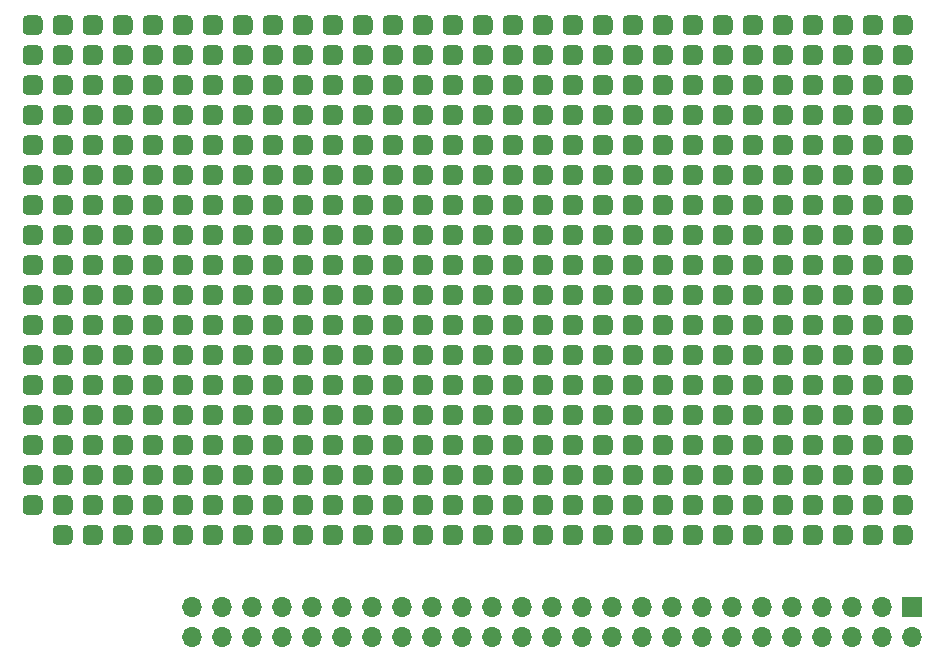
<source format=gbr>
%TF.GenerationSoftware,KiCad,Pcbnew,(5.1.10-1-10_14)*%
%TF.CreationDate,2021-10-31T20:24:47+01:00*%
%TF.ProjectId,planck_board,706c616e-636b-45f6-926f-6172642e6b69,rev?*%
%TF.SameCoordinates,Original*%
%TF.FileFunction,Soldermask,Top*%
%TF.FilePolarity,Negative*%
%FSLAX46Y46*%
G04 Gerber Fmt 4.6, Leading zero omitted, Abs format (unit mm)*
G04 Created by KiCad (PCBNEW (5.1.10-1-10_14)) date 2021-10-31 20:24:47*
%MOMM*%
%LPD*%
G01*
G04 APERTURE LIST*
%ADD10O,1.700000X1.700000*%
%ADD11R,1.700000X1.700000*%
G04 APERTURE END LIST*
%TO.C,REF\u002A\u002A*%
G36*
G01*
X76556500Y30055000D02*
X76556500Y30905000D01*
G75*
G02*
X76981500Y31330000I425000J0D01*
G01*
X77831500Y31330000D01*
G75*
G02*
X78256500Y30905000I0J-425000D01*
G01*
X78256500Y30055000D01*
G75*
G02*
X77831500Y29630000I-425000J0D01*
G01*
X76981500Y29630000D01*
G75*
G02*
X76556500Y30055000I0J425000D01*
G01*
G37*
%TD*%
%TO.C,REF\u002A\u002A*%
G36*
G01*
X74016500Y30055000D02*
X74016500Y30905000D01*
G75*
G02*
X74441500Y31330000I425000J0D01*
G01*
X75291500Y31330000D01*
G75*
G02*
X75716500Y30905000I0J-425000D01*
G01*
X75716500Y30055000D01*
G75*
G02*
X75291500Y29630000I-425000J0D01*
G01*
X74441500Y29630000D01*
G75*
G02*
X74016500Y30055000I0J425000D01*
G01*
G37*
%TD*%
%TO.C,REF\u002A\u002A*%
G36*
G01*
X71476500Y30055000D02*
X71476500Y30905000D01*
G75*
G02*
X71901500Y31330000I425000J0D01*
G01*
X72751500Y31330000D01*
G75*
G02*
X73176500Y30905000I0J-425000D01*
G01*
X73176500Y30055000D01*
G75*
G02*
X72751500Y29630000I-425000J0D01*
G01*
X71901500Y29630000D01*
G75*
G02*
X71476500Y30055000I0J425000D01*
G01*
G37*
%TD*%
%TO.C,REF\u002A\u002A*%
G36*
G01*
X68936500Y30055000D02*
X68936500Y30905000D01*
G75*
G02*
X69361500Y31330000I425000J0D01*
G01*
X70211500Y31330000D01*
G75*
G02*
X70636500Y30905000I0J-425000D01*
G01*
X70636500Y30055000D01*
G75*
G02*
X70211500Y29630000I-425000J0D01*
G01*
X69361500Y29630000D01*
G75*
G02*
X68936500Y30055000I0J425000D01*
G01*
G37*
%TD*%
%TO.C,REF\u002A\u002A*%
G36*
G01*
X66396500Y30055000D02*
X66396500Y30905000D01*
G75*
G02*
X66821500Y31330000I425000J0D01*
G01*
X67671500Y31330000D01*
G75*
G02*
X68096500Y30905000I0J-425000D01*
G01*
X68096500Y30055000D01*
G75*
G02*
X67671500Y29630000I-425000J0D01*
G01*
X66821500Y29630000D01*
G75*
G02*
X66396500Y30055000I0J425000D01*
G01*
G37*
%TD*%
%TO.C,REF\u002A\u002A*%
G36*
G01*
X63856500Y30055000D02*
X63856500Y30905000D01*
G75*
G02*
X64281500Y31330000I425000J0D01*
G01*
X65131500Y31330000D01*
G75*
G02*
X65556500Y30905000I0J-425000D01*
G01*
X65556500Y30055000D01*
G75*
G02*
X65131500Y29630000I-425000J0D01*
G01*
X64281500Y29630000D01*
G75*
G02*
X63856500Y30055000I0J425000D01*
G01*
G37*
%TD*%
%TO.C,REF\u002A\u002A*%
G36*
G01*
X61316500Y30055000D02*
X61316500Y30905000D01*
G75*
G02*
X61741500Y31330000I425000J0D01*
G01*
X62591500Y31330000D01*
G75*
G02*
X63016500Y30905000I0J-425000D01*
G01*
X63016500Y30055000D01*
G75*
G02*
X62591500Y29630000I-425000J0D01*
G01*
X61741500Y29630000D01*
G75*
G02*
X61316500Y30055000I0J425000D01*
G01*
G37*
%TD*%
%TO.C,REF\u002A\u002A*%
G36*
G01*
X58776500Y30055000D02*
X58776500Y30905000D01*
G75*
G02*
X59201500Y31330000I425000J0D01*
G01*
X60051500Y31330000D01*
G75*
G02*
X60476500Y30905000I0J-425000D01*
G01*
X60476500Y30055000D01*
G75*
G02*
X60051500Y29630000I-425000J0D01*
G01*
X59201500Y29630000D01*
G75*
G02*
X58776500Y30055000I0J425000D01*
G01*
G37*
%TD*%
%TO.C,REF\u002A\u002A*%
G36*
G01*
X56236500Y30055000D02*
X56236500Y30905000D01*
G75*
G02*
X56661500Y31330000I425000J0D01*
G01*
X57511500Y31330000D01*
G75*
G02*
X57936500Y30905000I0J-425000D01*
G01*
X57936500Y30055000D01*
G75*
G02*
X57511500Y29630000I-425000J0D01*
G01*
X56661500Y29630000D01*
G75*
G02*
X56236500Y30055000I0J425000D01*
G01*
G37*
%TD*%
%TO.C,REF\u002A\u002A*%
G36*
G01*
X53696500Y30055000D02*
X53696500Y30905000D01*
G75*
G02*
X54121500Y31330000I425000J0D01*
G01*
X54971500Y31330000D01*
G75*
G02*
X55396500Y30905000I0J-425000D01*
G01*
X55396500Y30055000D01*
G75*
G02*
X54971500Y29630000I-425000J0D01*
G01*
X54121500Y29630000D01*
G75*
G02*
X53696500Y30055000I0J425000D01*
G01*
G37*
%TD*%
%TO.C,REF\u002A\u002A*%
G36*
G01*
X51156500Y30055000D02*
X51156500Y30905000D01*
G75*
G02*
X51581500Y31330000I425000J0D01*
G01*
X52431500Y31330000D01*
G75*
G02*
X52856500Y30905000I0J-425000D01*
G01*
X52856500Y30055000D01*
G75*
G02*
X52431500Y29630000I-425000J0D01*
G01*
X51581500Y29630000D01*
G75*
G02*
X51156500Y30055000I0J425000D01*
G01*
G37*
%TD*%
%TO.C,REF\u002A\u002A*%
G36*
G01*
X48616500Y30055000D02*
X48616500Y30905000D01*
G75*
G02*
X49041500Y31330000I425000J0D01*
G01*
X49891500Y31330000D01*
G75*
G02*
X50316500Y30905000I0J-425000D01*
G01*
X50316500Y30055000D01*
G75*
G02*
X49891500Y29630000I-425000J0D01*
G01*
X49041500Y29630000D01*
G75*
G02*
X48616500Y30055000I0J425000D01*
G01*
G37*
%TD*%
%TO.C,REF\u002A\u002A*%
G36*
G01*
X46076500Y30055000D02*
X46076500Y30905000D01*
G75*
G02*
X46501500Y31330000I425000J0D01*
G01*
X47351500Y31330000D01*
G75*
G02*
X47776500Y30905000I0J-425000D01*
G01*
X47776500Y30055000D01*
G75*
G02*
X47351500Y29630000I-425000J0D01*
G01*
X46501500Y29630000D01*
G75*
G02*
X46076500Y30055000I0J425000D01*
G01*
G37*
%TD*%
%TO.C,REF\u002A\u002A*%
G36*
G01*
X43536500Y30055000D02*
X43536500Y30905000D01*
G75*
G02*
X43961500Y31330000I425000J0D01*
G01*
X44811500Y31330000D01*
G75*
G02*
X45236500Y30905000I0J-425000D01*
G01*
X45236500Y30055000D01*
G75*
G02*
X44811500Y29630000I-425000J0D01*
G01*
X43961500Y29630000D01*
G75*
G02*
X43536500Y30055000I0J425000D01*
G01*
G37*
%TD*%
%TO.C,REF\u002A\u002A*%
G36*
G01*
X40996500Y30055000D02*
X40996500Y30905000D01*
G75*
G02*
X41421500Y31330000I425000J0D01*
G01*
X42271500Y31330000D01*
G75*
G02*
X42696500Y30905000I0J-425000D01*
G01*
X42696500Y30055000D01*
G75*
G02*
X42271500Y29630000I-425000J0D01*
G01*
X41421500Y29630000D01*
G75*
G02*
X40996500Y30055000I0J425000D01*
G01*
G37*
%TD*%
%TO.C,REF\u002A\u002A*%
G36*
G01*
X38456500Y30055000D02*
X38456500Y30905000D01*
G75*
G02*
X38881500Y31330000I425000J0D01*
G01*
X39731500Y31330000D01*
G75*
G02*
X40156500Y30905000I0J-425000D01*
G01*
X40156500Y30055000D01*
G75*
G02*
X39731500Y29630000I-425000J0D01*
G01*
X38881500Y29630000D01*
G75*
G02*
X38456500Y30055000I0J425000D01*
G01*
G37*
%TD*%
%TO.C,REF\u002A\u002A*%
G36*
G01*
X35916500Y30055000D02*
X35916500Y30905000D01*
G75*
G02*
X36341500Y31330000I425000J0D01*
G01*
X37191500Y31330000D01*
G75*
G02*
X37616500Y30905000I0J-425000D01*
G01*
X37616500Y30055000D01*
G75*
G02*
X37191500Y29630000I-425000J0D01*
G01*
X36341500Y29630000D01*
G75*
G02*
X35916500Y30055000I0J425000D01*
G01*
G37*
%TD*%
%TO.C,REF\u002A\u002A*%
G36*
G01*
X33376500Y30055000D02*
X33376500Y30905000D01*
G75*
G02*
X33801500Y31330000I425000J0D01*
G01*
X34651500Y31330000D01*
G75*
G02*
X35076500Y30905000I0J-425000D01*
G01*
X35076500Y30055000D01*
G75*
G02*
X34651500Y29630000I-425000J0D01*
G01*
X33801500Y29630000D01*
G75*
G02*
X33376500Y30055000I0J425000D01*
G01*
G37*
%TD*%
%TO.C,REF\u002A\u002A*%
G36*
G01*
X30836500Y30055000D02*
X30836500Y30905000D01*
G75*
G02*
X31261500Y31330000I425000J0D01*
G01*
X32111500Y31330000D01*
G75*
G02*
X32536500Y30905000I0J-425000D01*
G01*
X32536500Y30055000D01*
G75*
G02*
X32111500Y29630000I-425000J0D01*
G01*
X31261500Y29630000D01*
G75*
G02*
X30836500Y30055000I0J425000D01*
G01*
G37*
%TD*%
%TO.C,REF\u002A\u002A*%
G36*
G01*
X28296500Y30055000D02*
X28296500Y30905000D01*
G75*
G02*
X28721500Y31330000I425000J0D01*
G01*
X29571500Y31330000D01*
G75*
G02*
X29996500Y30905000I0J-425000D01*
G01*
X29996500Y30055000D01*
G75*
G02*
X29571500Y29630000I-425000J0D01*
G01*
X28721500Y29630000D01*
G75*
G02*
X28296500Y30055000I0J425000D01*
G01*
G37*
%TD*%
%TO.C,REF\u002A\u002A*%
G36*
G01*
X25756500Y30055000D02*
X25756500Y30905000D01*
G75*
G02*
X26181500Y31330000I425000J0D01*
G01*
X27031500Y31330000D01*
G75*
G02*
X27456500Y30905000I0J-425000D01*
G01*
X27456500Y30055000D01*
G75*
G02*
X27031500Y29630000I-425000J0D01*
G01*
X26181500Y29630000D01*
G75*
G02*
X25756500Y30055000I0J425000D01*
G01*
G37*
%TD*%
%TO.C,REF\u002A\u002A*%
G36*
G01*
X23216500Y30055000D02*
X23216500Y30905000D01*
G75*
G02*
X23641500Y31330000I425000J0D01*
G01*
X24491500Y31330000D01*
G75*
G02*
X24916500Y30905000I0J-425000D01*
G01*
X24916500Y30055000D01*
G75*
G02*
X24491500Y29630000I-425000J0D01*
G01*
X23641500Y29630000D01*
G75*
G02*
X23216500Y30055000I0J425000D01*
G01*
G37*
%TD*%
%TO.C,REF\u002A\u002A*%
G36*
G01*
X20676500Y30055000D02*
X20676500Y30905000D01*
G75*
G02*
X21101500Y31330000I425000J0D01*
G01*
X21951500Y31330000D01*
G75*
G02*
X22376500Y30905000I0J-425000D01*
G01*
X22376500Y30055000D01*
G75*
G02*
X21951500Y29630000I-425000J0D01*
G01*
X21101500Y29630000D01*
G75*
G02*
X20676500Y30055000I0J425000D01*
G01*
G37*
%TD*%
%TO.C,REF\u002A\u002A*%
G36*
G01*
X18136500Y30055000D02*
X18136500Y30905000D01*
G75*
G02*
X18561500Y31330000I425000J0D01*
G01*
X19411500Y31330000D01*
G75*
G02*
X19836500Y30905000I0J-425000D01*
G01*
X19836500Y30055000D01*
G75*
G02*
X19411500Y29630000I-425000J0D01*
G01*
X18561500Y29630000D01*
G75*
G02*
X18136500Y30055000I0J425000D01*
G01*
G37*
%TD*%
%TO.C,REF\u002A\u002A*%
G36*
G01*
X15596500Y30055000D02*
X15596500Y30905000D01*
G75*
G02*
X16021500Y31330000I425000J0D01*
G01*
X16871500Y31330000D01*
G75*
G02*
X17296500Y30905000I0J-425000D01*
G01*
X17296500Y30055000D01*
G75*
G02*
X16871500Y29630000I-425000J0D01*
G01*
X16021500Y29630000D01*
G75*
G02*
X15596500Y30055000I0J425000D01*
G01*
G37*
%TD*%
%TO.C,REF\u002A\u002A*%
G36*
G01*
X13056500Y30055000D02*
X13056500Y30905000D01*
G75*
G02*
X13481500Y31330000I425000J0D01*
G01*
X14331500Y31330000D01*
G75*
G02*
X14756500Y30905000I0J-425000D01*
G01*
X14756500Y30055000D01*
G75*
G02*
X14331500Y29630000I-425000J0D01*
G01*
X13481500Y29630000D01*
G75*
G02*
X13056500Y30055000I0J425000D01*
G01*
G37*
%TD*%
%TO.C,REF\u002A\u002A*%
G36*
G01*
X10516500Y30055000D02*
X10516500Y30905000D01*
G75*
G02*
X10941500Y31330000I425000J0D01*
G01*
X11791500Y31330000D01*
G75*
G02*
X12216500Y30905000I0J-425000D01*
G01*
X12216500Y30055000D01*
G75*
G02*
X11791500Y29630000I-425000J0D01*
G01*
X10941500Y29630000D01*
G75*
G02*
X10516500Y30055000I0J425000D01*
G01*
G37*
%TD*%
%TO.C,REF\u002A\u002A*%
G36*
G01*
X7976500Y30055000D02*
X7976500Y30905000D01*
G75*
G02*
X8401500Y31330000I425000J0D01*
G01*
X9251500Y31330000D01*
G75*
G02*
X9676500Y30905000I0J-425000D01*
G01*
X9676500Y30055000D01*
G75*
G02*
X9251500Y29630000I-425000J0D01*
G01*
X8401500Y29630000D01*
G75*
G02*
X7976500Y30055000I0J425000D01*
G01*
G37*
%TD*%
%TO.C,REF\u002A\u002A*%
G36*
G01*
X5436500Y30055000D02*
X5436500Y30905000D01*
G75*
G02*
X5861500Y31330000I425000J0D01*
G01*
X6711500Y31330000D01*
G75*
G02*
X7136500Y30905000I0J-425000D01*
G01*
X7136500Y30055000D01*
G75*
G02*
X6711500Y29630000I-425000J0D01*
G01*
X5861500Y29630000D01*
G75*
G02*
X5436500Y30055000I0J425000D01*
G01*
G37*
%TD*%
%TO.C,REF\u002A\u002A*%
G36*
G01*
X76556500Y32595000D02*
X76556500Y33445000D01*
G75*
G02*
X76981500Y33870000I425000J0D01*
G01*
X77831500Y33870000D01*
G75*
G02*
X78256500Y33445000I0J-425000D01*
G01*
X78256500Y32595000D01*
G75*
G02*
X77831500Y32170000I-425000J0D01*
G01*
X76981500Y32170000D01*
G75*
G02*
X76556500Y32595000I0J425000D01*
G01*
G37*
%TD*%
%TO.C,REF\u002A\u002A*%
G36*
G01*
X74016500Y32595000D02*
X74016500Y33445000D01*
G75*
G02*
X74441500Y33870000I425000J0D01*
G01*
X75291500Y33870000D01*
G75*
G02*
X75716500Y33445000I0J-425000D01*
G01*
X75716500Y32595000D01*
G75*
G02*
X75291500Y32170000I-425000J0D01*
G01*
X74441500Y32170000D01*
G75*
G02*
X74016500Y32595000I0J425000D01*
G01*
G37*
%TD*%
%TO.C,REF\u002A\u002A*%
G36*
G01*
X71476500Y32595000D02*
X71476500Y33445000D01*
G75*
G02*
X71901500Y33870000I425000J0D01*
G01*
X72751500Y33870000D01*
G75*
G02*
X73176500Y33445000I0J-425000D01*
G01*
X73176500Y32595000D01*
G75*
G02*
X72751500Y32170000I-425000J0D01*
G01*
X71901500Y32170000D01*
G75*
G02*
X71476500Y32595000I0J425000D01*
G01*
G37*
%TD*%
%TO.C,REF\u002A\u002A*%
G36*
G01*
X68936500Y32595000D02*
X68936500Y33445000D01*
G75*
G02*
X69361500Y33870000I425000J0D01*
G01*
X70211500Y33870000D01*
G75*
G02*
X70636500Y33445000I0J-425000D01*
G01*
X70636500Y32595000D01*
G75*
G02*
X70211500Y32170000I-425000J0D01*
G01*
X69361500Y32170000D01*
G75*
G02*
X68936500Y32595000I0J425000D01*
G01*
G37*
%TD*%
%TO.C,REF\u002A\u002A*%
G36*
G01*
X66396500Y32595000D02*
X66396500Y33445000D01*
G75*
G02*
X66821500Y33870000I425000J0D01*
G01*
X67671500Y33870000D01*
G75*
G02*
X68096500Y33445000I0J-425000D01*
G01*
X68096500Y32595000D01*
G75*
G02*
X67671500Y32170000I-425000J0D01*
G01*
X66821500Y32170000D01*
G75*
G02*
X66396500Y32595000I0J425000D01*
G01*
G37*
%TD*%
%TO.C,REF\u002A\u002A*%
G36*
G01*
X63856500Y32595000D02*
X63856500Y33445000D01*
G75*
G02*
X64281500Y33870000I425000J0D01*
G01*
X65131500Y33870000D01*
G75*
G02*
X65556500Y33445000I0J-425000D01*
G01*
X65556500Y32595000D01*
G75*
G02*
X65131500Y32170000I-425000J0D01*
G01*
X64281500Y32170000D01*
G75*
G02*
X63856500Y32595000I0J425000D01*
G01*
G37*
%TD*%
%TO.C,REF\u002A\u002A*%
G36*
G01*
X61316500Y32595000D02*
X61316500Y33445000D01*
G75*
G02*
X61741500Y33870000I425000J0D01*
G01*
X62591500Y33870000D01*
G75*
G02*
X63016500Y33445000I0J-425000D01*
G01*
X63016500Y32595000D01*
G75*
G02*
X62591500Y32170000I-425000J0D01*
G01*
X61741500Y32170000D01*
G75*
G02*
X61316500Y32595000I0J425000D01*
G01*
G37*
%TD*%
%TO.C,REF\u002A\u002A*%
G36*
G01*
X58776500Y32595000D02*
X58776500Y33445000D01*
G75*
G02*
X59201500Y33870000I425000J0D01*
G01*
X60051500Y33870000D01*
G75*
G02*
X60476500Y33445000I0J-425000D01*
G01*
X60476500Y32595000D01*
G75*
G02*
X60051500Y32170000I-425000J0D01*
G01*
X59201500Y32170000D01*
G75*
G02*
X58776500Y32595000I0J425000D01*
G01*
G37*
%TD*%
%TO.C,REF\u002A\u002A*%
G36*
G01*
X56236500Y32595000D02*
X56236500Y33445000D01*
G75*
G02*
X56661500Y33870000I425000J0D01*
G01*
X57511500Y33870000D01*
G75*
G02*
X57936500Y33445000I0J-425000D01*
G01*
X57936500Y32595000D01*
G75*
G02*
X57511500Y32170000I-425000J0D01*
G01*
X56661500Y32170000D01*
G75*
G02*
X56236500Y32595000I0J425000D01*
G01*
G37*
%TD*%
%TO.C,REF\u002A\u002A*%
G36*
G01*
X53696500Y32595000D02*
X53696500Y33445000D01*
G75*
G02*
X54121500Y33870000I425000J0D01*
G01*
X54971500Y33870000D01*
G75*
G02*
X55396500Y33445000I0J-425000D01*
G01*
X55396500Y32595000D01*
G75*
G02*
X54971500Y32170000I-425000J0D01*
G01*
X54121500Y32170000D01*
G75*
G02*
X53696500Y32595000I0J425000D01*
G01*
G37*
%TD*%
%TO.C,REF\u002A\u002A*%
G36*
G01*
X51156500Y32595000D02*
X51156500Y33445000D01*
G75*
G02*
X51581500Y33870000I425000J0D01*
G01*
X52431500Y33870000D01*
G75*
G02*
X52856500Y33445000I0J-425000D01*
G01*
X52856500Y32595000D01*
G75*
G02*
X52431500Y32170000I-425000J0D01*
G01*
X51581500Y32170000D01*
G75*
G02*
X51156500Y32595000I0J425000D01*
G01*
G37*
%TD*%
%TO.C,REF\u002A\u002A*%
G36*
G01*
X48616500Y32595000D02*
X48616500Y33445000D01*
G75*
G02*
X49041500Y33870000I425000J0D01*
G01*
X49891500Y33870000D01*
G75*
G02*
X50316500Y33445000I0J-425000D01*
G01*
X50316500Y32595000D01*
G75*
G02*
X49891500Y32170000I-425000J0D01*
G01*
X49041500Y32170000D01*
G75*
G02*
X48616500Y32595000I0J425000D01*
G01*
G37*
%TD*%
%TO.C,REF\u002A\u002A*%
G36*
G01*
X46076500Y32595000D02*
X46076500Y33445000D01*
G75*
G02*
X46501500Y33870000I425000J0D01*
G01*
X47351500Y33870000D01*
G75*
G02*
X47776500Y33445000I0J-425000D01*
G01*
X47776500Y32595000D01*
G75*
G02*
X47351500Y32170000I-425000J0D01*
G01*
X46501500Y32170000D01*
G75*
G02*
X46076500Y32595000I0J425000D01*
G01*
G37*
%TD*%
%TO.C,REF\u002A\u002A*%
G36*
G01*
X43536500Y32595000D02*
X43536500Y33445000D01*
G75*
G02*
X43961500Y33870000I425000J0D01*
G01*
X44811500Y33870000D01*
G75*
G02*
X45236500Y33445000I0J-425000D01*
G01*
X45236500Y32595000D01*
G75*
G02*
X44811500Y32170000I-425000J0D01*
G01*
X43961500Y32170000D01*
G75*
G02*
X43536500Y32595000I0J425000D01*
G01*
G37*
%TD*%
%TO.C,REF\u002A\u002A*%
G36*
G01*
X40996500Y32595000D02*
X40996500Y33445000D01*
G75*
G02*
X41421500Y33870000I425000J0D01*
G01*
X42271500Y33870000D01*
G75*
G02*
X42696500Y33445000I0J-425000D01*
G01*
X42696500Y32595000D01*
G75*
G02*
X42271500Y32170000I-425000J0D01*
G01*
X41421500Y32170000D01*
G75*
G02*
X40996500Y32595000I0J425000D01*
G01*
G37*
%TD*%
%TO.C,REF\u002A\u002A*%
G36*
G01*
X38456500Y32595000D02*
X38456500Y33445000D01*
G75*
G02*
X38881500Y33870000I425000J0D01*
G01*
X39731500Y33870000D01*
G75*
G02*
X40156500Y33445000I0J-425000D01*
G01*
X40156500Y32595000D01*
G75*
G02*
X39731500Y32170000I-425000J0D01*
G01*
X38881500Y32170000D01*
G75*
G02*
X38456500Y32595000I0J425000D01*
G01*
G37*
%TD*%
%TO.C,REF\u002A\u002A*%
G36*
G01*
X35916500Y32595000D02*
X35916500Y33445000D01*
G75*
G02*
X36341500Y33870000I425000J0D01*
G01*
X37191500Y33870000D01*
G75*
G02*
X37616500Y33445000I0J-425000D01*
G01*
X37616500Y32595000D01*
G75*
G02*
X37191500Y32170000I-425000J0D01*
G01*
X36341500Y32170000D01*
G75*
G02*
X35916500Y32595000I0J425000D01*
G01*
G37*
%TD*%
%TO.C,REF\u002A\u002A*%
G36*
G01*
X33376500Y32595000D02*
X33376500Y33445000D01*
G75*
G02*
X33801500Y33870000I425000J0D01*
G01*
X34651500Y33870000D01*
G75*
G02*
X35076500Y33445000I0J-425000D01*
G01*
X35076500Y32595000D01*
G75*
G02*
X34651500Y32170000I-425000J0D01*
G01*
X33801500Y32170000D01*
G75*
G02*
X33376500Y32595000I0J425000D01*
G01*
G37*
%TD*%
%TO.C,REF\u002A\u002A*%
G36*
G01*
X30836500Y32595000D02*
X30836500Y33445000D01*
G75*
G02*
X31261500Y33870000I425000J0D01*
G01*
X32111500Y33870000D01*
G75*
G02*
X32536500Y33445000I0J-425000D01*
G01*
X32536500Y32595000D01*
G75*
G02*
X32111500Y32170000I-425000J0D01*
G01*
X31261500Y32170000D01*
G75*
G02*
X30836500Y32595000I0J425000D01*
G01*
G37*
%TD*%
%TO.C,REF\u002A\u002A*%
G36*
G01*
X28296500Y32595000D02*
X28296500Y33445000D01*
G75*
G02*
X28721500Y33870000I425000J0D01*
G01*
X29571500Y33870000D01*
G75*
G02*
X29996500Y33445000I0J-425000D01*
G01*
X29996500Y32595000D01*
G75*
G02*
X29571500Y32170000I-425000J0D01*
G01*
X28721500Y32170000D01*
G75*
G02*
X28296500Y32595000I0J425000D01*
G01*
G37*
%TD*%
%TO.C,REF\u002A\u002A*%
G36*
G01*
X25756500Y32595000D02*
X25756500Y33445000D01*
G75*
G02*
X26181500Y33870000I425000J0D01*
G01*
X27031500Y33870000D01*
G75*
G02*
X27456500Y33445000I0J-425000D01*
G01*
X27456500Y32595000D01*
G75*
G02*
X27031500Y32170000I-425000J0D01*
G01*
X26181500Y32170000D01*
G75*
G02*
X25756500Y32595000I0J425000D01*
G01*
G37*
%TD*%
%TO.C,REF\u002A\u002A*%
G36*
G01*
X23216500Y32595000D02*
X23216500Y33445000D01*
G75*
G02*
X23641500Y33870000I425000J0D01*
G01*
X24491500Y33870000D01*
G75*
G02*
X24916500Y33445000I0J-425000D01*
G01*
X24916500Y32595000D01*
G75*
G02*
X24491500Y32170000I-425000J0D01*
G01*
X23641500Y32170000D01*
G75*
G02*
X23216500Y32595000I0J425000D01*
G01*
G37*
%TD*%
%TO.C,REF\u002A\u002A*%
G36*
G01*
X20676500Y32595000D02*
X20676500Y33445000D01*
G75*
G02*
X21101500Y33870000I425000J0D01*
G01*
X21951500Y33870000D01*
G75*
G02*
X22376500Y33445000I0J-425000D01*
G01*
X22376500Y32595000D01*
G75*
G02*
X21951500Y32170000I-425000J0D01*
G01*
X21101500Y32170000D01*
G75*
G02*
X20676500Y32595000I0J425000D01*
G01*
G37*
%TD*%
%TO.C,REF\u002A\u002A*%
G36*
G01*
X18136500Y32595000D02*
X18136500Y33445000D01*
G75*
G02*
X18561500Y33870000I425000J0D01*
G01*
X19411500Y33870000D01*
G75*
G02*
X19836500Y33445000I0J-425000D01*
G01*
X19836500Y32595000D01*
G75*
G02*
X19411500Y32170000I-425000J0D01*
G01*
X18561500Y32170000D01*
G75*
G02*
X18136500Y32595000I0J425000D01*
G01*
G37*
%TD*%
%TO.C,REF\u002A\u002A*%
G36*
G01*
X15596500Y32595000D02*
X15596500Y33445000D01*
G75*
G02*
X16021500Y33870000I425000J0D01*
G01*
X16871500Y33870000D01*
G75*
G02*
X17296500Y33445000I0J-425000D01*
G01*
X17296500Y32595000D01*
G75*
G02*
X16871500Y32170000I-425000J0D01*
G01*
X16021500Y32170000D01*
G75*
G02*
X15596500Y32595000I0J425000D01*
G01*
G37*
%TD*%
%TO.C,REF\u002A\u002A*%
G36*
G01*
X13056500Y32595000D02*
X13056500Y33445000D01*
G75*
G02*
X13481500Y33870000I425000J0D01*
G01*
X14331500Y33870000D01*
G75*
G02*
X14756500Y33445000I0J-425000D01*
G01*
X14756500Y32595000D01*
G75*
G02*
X14331500Y32170000I-425000J0D01*
G01*
X13481500Y32170000D01*
G75*
G02*
X13056500Y32595000I0J425000D01*
G01*
G37*
%TD*%
%TO.C,REF\u002A\u002A*%
G36*
G01*
X10516500Y32595000D02*
X10516500Y33445000D01*
G75*
G02*
X10941500Y33870000I425000J0D01*
G01*
X11791500Y33870000D01*
G75*
G02*
X12216500Y33445000I0J-425000D01*
G01*
X12216500Y32595000D01*
G75*
G02*
X11791500Y32170000I-425000J0D01*
G01*
X10941500Y32170000D01*
G75*
G02*
X10516500Y32595000I0J425000D01*
G01*
G37*
%TD*%
%TO.C,REF\u002A\u002A*%
G36*
G01*
X7976500Y32595000D02*
X7976500Y33445000D01*
G75*
G02*
X8401500Y33870000I425000J0D01*
G01*
X9251500Y33870000D01*
G75*
G02*
X9676500Y33445000I0J-425000D01*
G01*
X9676500Y32595000D01*
G75*
G02*
X9251500Y32170000I-425000J0D01*
G01*
X8401500Y32170000D01*
G75*
G02*
X7976500Y32595000I0J425000D01*
G01*
G37*
%TD*%
%TO.C,REF\u002A\u002A*%
G36*
G01*
X5436500Y32595000D02*
X5436500Y33445000D01*
G75*
G02*
X5861500Y33870000I425000J0D01*
G01*
X6711500Y33870000D01*
G75*
G02*
X7136500Y33445000I0J-425000D01*
G01*
X7136500Y32595000D01*
G75*
G02*
X6711500Y32170000I-425000J0D01*
G01*
X5861500Y32170000D01*
G75*
G02*
X5436500Y32595000I0J425000D01*
G01*
G37*
%TD*%
%TO.C,REF\u002A\u002A*%
G36*
G01*
X76556500Y12275000D02*
X76556500Y13125000D01*
G75*
G02*
X76981500Y13550000I425000J0D01*
G01*
X77831500Y13550000D01*
G75*
G02*
X78256500Y13125000I0J-425000D01*
G01*
X78256500Y12275000D01*
G75*
G02*
X77831500Y11850000I-425000J0D01*
G01*
X76981500Y11850000D01*
G75*
G02*
X76556500Y12275000I0J425000D01*
G01*
G37*
%TD*%
%TO.C,REF\u002A\u002A*%
G36*
G01*
X74016500Y12275000D02*
X74016500Y13125000D01*
G75*
G02*
X74441500Y13550000I425000J0D01*
G01*
X75291500Y13550000D01*
G75*
G02*
X75716500Y13125000I0J-425000D01*
G01*
X75716500Y12275000D01*
G75*
G02*
X75291500Y11850000I-425000J0D01*
G01*
X74441500Y11850000D01*
G75*
G02*
X74016500Y12275000I0J425000D01*
G01*
G37*
%TD*%
%TO.C,REF\u002A\u002A*%
G36*
G01*
X71476500Y12275000D02*
X71476500Y13125000D01*
G75*
G02*
X71901500Y13550000I425000J0D01*
G01*
X72751500Y13550000D01*
G75*
G02*
X73176500Y13125000I0J-425000D01*
G01*
X73176500Y12275000D01*
G75*
G02*
X72751500Y11850000I-425000J0D01*
G01*
X71901500Y11850000D01*
G75*
G02*
X71476500Y12275000I0J425000D01*
G01*
G37*
%TD*%
%TO.C,REF\u002A\u002A*%
G36*
G01*
X68936500Y12275000D02*
X68936500Y13125000D01*
G75*
G02*
X69361500Y13550000I425000J0D01*
G01*
X70211500Y13550000D01*
G75*
G02*
X70636500Y13125000I0J-425000D01*
G01*
X70636500Y12275000D01*
G75*
G02*
X70211500Y11850000I-425000J0D01*
G01*
X69361500Y11850000D01*
G75*
G02*
X68936500Y12275000I0J425000D01*
G01*
G37*
%TD*%
%TO.C,REF\u002A\u002A*%
G36*
G01*
X66396500Y12275000D02*
X66396500Y13125000D01*
G75*
G02*
X66821500Y13550000I425000J0D01*
G01*
X67671500Y13550000D01*
G75*
G02*
X68096500Y13125000I0J-425000D01*
G01*
X68096500Y12275000D01*
G75*
G02*
X67671500Y11850000I-425000J0D01*
G01*
X66821500Y11850000D01*
G75*
G02*
X66396500Y12275000I0J425000D01*
G01*
G37*
%TD*%
%TO.C,REF\u002A\u002A*%
G36*
G01*
X63856500Y12275000D02*
X63856500Y13125000D01*
G75*
G02*
X64281500Y13550000I425000J0D01*
G01*
X65131500Y13550000D01*
G75*
G02*
X65556500Y13125000I0J-425000D01*
G01*
X65556500Y12275000D01*
G75*
G02*
X65131500Y11850000I-425000J0D01*
G01*
X64281500Y11850000D01*
G75*
G02*
X63856500Y12275000I0J425000D01*
G01*
G37*
%TD*%
%TO.C,REF\u002A\u002A*%
G36*
G01*
X61316500Y12275000D02*
X61316500Y13125000D01*
G75*
G02*
X61741500Y13550000I425000J0D01*
G01*
X62591500Y13550000D01*
G75*
G02*
X63016500Y13125000I0J-425000D01*
G01*
X63016500Y12275000D01*
G75*
G02*
X62591500Y11850000I-425000J0D01*
G01*
X61741500Y11850000D01*
G75*
G02*
X61316500Y12275000I0J425000D01*
G01*
G37*
%TD*%
%TO.C,REF\u002A\u002A*%
G36*
G01*
X58776500Y12275000D02*
X58776500Y13125000D01*
G75*
G02*
X59201500Y13550000I425000J0D01*
G01*
X60051500Y13550000D01*
G75*
G02*
X60476500Y13125000I0J-425000D01*
G01*
X60476500Y12275000D01*
G75*
G02*
X60051500Y11850000I-425000J0D01*
G01*
X59201500Y11850000D01*
G75*
G02*
X58776500Y12275000I0J425000D01*
G01*
G37*
%TD*%
%TO.C,REF\u002A\u002A*%
G36*
G01*
X56236500Y12275000D02*
X56236500Y13125000D01*
G75*
G02*
X56661500Y13550000I425000J0D01*
G01*
X57511500Y13550000D01*
G75*
G02*
X57936500Y13125000I0J-425000D01*
G01*
X57936500Y12275000D01*
G75*
G02*
X57511500Y11850000I-425000J0D01*
G01*
X56661500Y11850000D01*
G75*
G02*
X56236500Y12275000I0J425000D01*
G01*
G37*
%TD*%
%TO.C,REF\u002A\u002A*%
G36*
G01*
X53696500Y12275000D02*
X53696500Y13125000D01*
G75*
G02*
X54121500Y13550000I425000J0D01*
G01*
X54971500Y13550000D01*
G75*
G02*
X55396500Y13125000I0J-425000D01*
G01*
X55396500Y12275000D01*
G75*
G02*
X54971500Y11850000I-425000J0D01*
G01*
X54121500Y11850000D01*
G75*
G02*
X53696500Y12275000I0J425000D01*
G01*
G37*
%TD*%
%TO.C,REF\u002A\u002A*%
G36*
G01*
X51156500Y12275000D02*
X51156500Y13125000D01*
G75*
G02*
X51581500Y13550000I425000J0D01*
G01*
X52431500Y13550000D01*
G75*
G02*
X52856500Y13125000I0J-425000D01*
G01*
X52856500Y12275000D01*
G75*
G02*
X52431500Y11850000I-425000J0D01*
G01*
X51581500Y11850000D01*
G75*
G02*
X51156500Y12275000I0J425000D01*
G01*
G37*
%TD*%
%TO.C,REF\u002A\u002A*%
G36*
G01*
X48616500Y12275000D02*
X48616500Y13125000D01*
G75*
G02*
X49041500Y13550000I425000J0D01*
G01*
X49891500Y13550000D01*
G75*
G02*
X50316500Y13125000I0J-425000D01*
G01*
X50316500Y12275000D01*
G75*
G02*
X49891500Y11850000I-425000J0D01*
G01*
X49041500Y11850000D01*
G75*
G02*
X48616500Y12275000I0J425000D01*
G01*
G37*
%TD*%
%TO.C,REF\u002A\u002A*%
G36*
G01*
X46076500Y12275000D02*
X46076500Y13125000D01*
G75*
G02*
X46501500Y13550000I425000J0D01*
G01*
X47351500Y13550000D01*
G75*
G02*
X47776500Y13125000I0J-425000D01*
G01*
X47776500Y12275000D01*
G75*
G02*
X47351500Y11850000I-425000J0D01*
G01*
X46501500Y11850000D01*
G75*
G02*
X46076500Y12275000I0J425000D01*
G01*
G37*
%TD*%
%TO.C,REF\u002A\u002A*%
G36*
G01*
X43536500Y12275000D02*
X43536500Y13125000D01*
G75*
G02*
X43961500Y13550000I425000J0D01*
G01*
X44811500Y13550000D01*
G75*
G02*
X45236500Y13125000I0J-425000D01*
G01*
X45236500Y12275000D01*
G75*
G02*
X44811500Y11850000I-425000J0D01*
G01*
X43961500Y11850000D01*
G75*
G02*
X43536500Y12275000I0J425000D01*
G01*
G37*
%TD*%
%TO.C,REF\u002A\u002A*%
G36*
G01*
X40996500Y12275000D02*
X40996500Y13125000D01*
G75*
G02*
X41421500Y13550000I425000J0D01*
G01*
X42271500Y13550000D01*
G75*
G02*
X42696500Y13125000I0J-425000D01*
G01*
X42696500Y12275000D01*
G75*
G02*
X42271500Y11850000I-425000J0D01*
G01*
X41421500Y11850000D01*
G75*
G02*
X40996500Y12275000I0J425000D01*
G01*
G37*
%TD*%
%TO.C,REF\u002A\u002A*%
G36*
G01*
X38456500Y12275000D02*
X38456500Y13125000D01*
G75*
G02*
X38881500Y13550000I425000J0D01*
G01*
X39731500Y13550000D01*
G75*
G02*
X40156500Y13125000I0J-425000D01*
G01*
X40156500Y12275000D01*
G75*
G02*
X39731500Y11850000I-425000J0D01*
G01*
X38881500Y11850000D01*
G75*
G02*
X38456500Y12275000I0J425000D01*
G01*
G37*
%TD*%
%TO.C,REF\u002A\u002A*%
G36*
G01*
X35916500Y12275000D02*
X35916500Y13125000D01*
G75*
G02*
X36341500Y13550000I425000J0D01*
G01*
X37191500Y13550000D01*
G75*
G02*
X37616500Y13125000I0J-425000D01*
G01*
X37616500Y12275000D01*
G75*
G02*
X37191500Y11850000I-425000J0D01*
G01*
X36341500Y11850000D01*
G75*
G02*
X35916500Y12275000I0J425000D01*
G01*
G37*
%TD*%
%TO.C,REF\u002A\u002A*%
G36*
G01*
X33376500Y12275000D02*
X33376500Y13125000D01*
G75*
G02*
X33801500Y13550000I425000J0D01*
G01*
X34651500Y13550000D01*
G75*
G02*
X35076500Y13125000I0J-425000D01*
G01*
X35076500Y12275000D01*
G75*
G02*
X34651500Y11850000I-425000J0D01*
G01*
X33801500Y11850000D01*
G75*
G02*
X33376500Y12275000I0J425000D01*
G01*
G37*
%TD*%
%TO.C,REF\u002A\u002A*%
G36*
G01*
X30836500Y12275000D02*
X30836500Y13125000D01*
G75*
G02*
X31261500Y13550000I425000J0D01*
G01*
X32111500Y13550000D01*
G75*
G02*
X32536500Y13125000I0J-425000D01*
G01*
X32536500Y12275000D01*
G75*
G02*
X32111500Y11850000I-425000J0D01*
G01*
X31261500Y11850000D01*
G75*
G02*
X30836500Y12275000I0J425000D01*
G01*
G37*
%TD*%
%TO.C,REF\u002A\u002A*%
G36*
G01*
X28296500Y12275000D02*
X28296500Y13125000D01*
G75*
G02*
X28721500Y13550000I425000J0D01*
G01*
X29571500Y13550000D01*
G75*
G02*
X29996500Y13125000I0J-425000D01*
G01*
X29996500Y12275000D01*
G75*
G02*
X29571500Y11850000I-425000J0D01*
G01*
X28721500Y11850000D01*
G75*
G02*
X28296500Y12275000I0J425000D01*
G01*
G37*
%TD*%
%TO.C,REF\u002A\u002A*%
G36*
G01*
X25756500Y12275000D02*
X25756500Y13125000D01*
G75*
G02*
X26181500Y13550000I425000J0D01*
G01*
X27031500Y13550000D01*
G75*
G02*
X27456500Y13125000I0J-425000D01*
G01*
X27456500Y12275000D01*
G75*
G02*
X27031500Y11850000I-425000J0D01*
G01*
X26181500Y11850000D01*
G75*
G02*
X25756500Y12275000I0J425000D01*
G01*
G37*
%TD*%
%TO.C,REF\u002A\u002A*%
G36*
G01*
X23216500Y12275000D02*
X23216500Y13125000D01*
G75*
G02*
X23641500Y13550000I425000J0D01*
G01*
X24491500Y13550000D01*
G75*
G02*
X24916500Y13125000I0J-425000D01*
G01*
X24916500Y12275000D01*
G75*
G02*
X24491500Y11850000I-425000J0D01*
G01*
X23641500Y11850000D01*
G75*
G02*
X23216500Y12275000I0J425000D01*
G01*
G37*
%TD*%
%TO.C,REF\u002A\u002A*%
G36*
G01*
X20676500Y12275000D02*
X20676500Y13125000D01*
G75*
G02*
X21101500Y13550000I425000J0D01*
G01*
X21951500Y13550000D01*
G75*
G02*
X22376500Y13125000I0J-425000D01*
G01*
X22376500Y12275000D01*
G75*
G02*
X21951500Y11850000I-425000J0D01*
G01*
X21101500Y11850000D01*
G75*
G02*
X20676500Y12275000I0J425000D01*
G01*
G37*
%TD*%
%TO.C,REF\u002A\u002A*%
G36*
G01*
X18136500Y12275000D02*
X18136500Y13125000D01*
G75*
G02*
X18561500Y13550000I425000J0D01*
G01*
X19411500Y13550000D01*
G75*
G02*
X19836500Y13125000I0J-425000D01*
G01*
X19836500Y12275000D01*
G75*
G02*
X19411500Y11850000I-425000J0D01*
G01*
X18561500Y11850000D01*
G75*
G02*
X18136500Y12275000I0J425000D01*
G01*
G37*
%TD*%
%TO.C,REF\u002A\u002A*%
G36*
G01*
X15596500Y12275000D02*
X15596500Y13125000D01*
G75*
G02*
X16021500Y13550000I425000J0D01*
G01*
X16871500Y13550000D01*
G75*
G02*
X17296500Y13125000I0J-425000D01*
G01*
X17296500Y12275000D01*
G75*
G02*
X16871500Y11850000I-425000J0D01*
G01*
X16021500Y11850000D01*
G75*
G02*
X15596500Y12275000I0J425000D01*
G01*
G37*
%TD*%
%TO.C,REF\u002A\u002A*%
G36*
G01*
X13056500Y12275000D02*
X13056500Y13125000D01*
G75*
G02*
X13481500Y13550000I425000J0D01*
G01*
X14331500Y13550000D01*
G75*
G02*
X14756500Y13125000I0J-425000D01*
G01*
X14756500Y12275000D01*
G75*
G02*
X14331500Y11850000I-425000J0D01*
G01*
X13481500Y11850000D01*
G75*
G02*
X13056500Y12275000I0J425000D01*
G01*
G37*
%TD*%
%TO.C,REF\u002A\u002A*%
G36*
G01*
X10516500Y12275000D02*
X10516500Y13125000D01*
G75*
G02*
X10941500Y13550000I425000J0D01*
G01*
X11791500Y13550000D01*
G75*
G02*
X12216500Y13125000I0J-425000D01*
G01*
X12216500Y12275000D01*
G75*
G02*
X11791500Y11850000I-425000J0D01*
G01*
X10941500Y11850000D01*
G75*
G02*
X10516500Y12275000I0J425000D01*
G01*
G37*
%TD*%
%TO.C,REF\u002A\u002A*%
G36*
G01*
X7976500Y12275000D02*
X7976500Y13125000D01*
G75*
G02*
X8401500Y13550000I425000J0D01*
G01*
X9251500Y13550000D01*
G75*
G02*
X9676500Y13125000I0J-425000D01*
G01*
X9676500Y12275000D01*
G75*
G02*
X9251500Y11850000I-425000J0D01*
G01*
X8401500Y11850000D01*
G75*
G02*
X7976500Y12275000I0J425000D01*
G01*
G37*
%TD*%
%TO.C,REF\u002A\u002A*%
G36*
G01*
X5436500Y12275000D02*
X5436500Y13125000D01*
G75*
G02*
X5861500Y13550000I425000J0D01*
G01*
X6711500Y13550000D01*
G75*
G02*
X7136500Y13125000I0J-425000D01*
G01*
X7136500Y12275000D01*
G75*
G02*
X6711500Y11850000I-425000J0D01*
G01*
X5861500Y11850000D01*
G75*
G02*
X5436500Y12275000I0J425000D01*
G01*
G37*
%TD*%
%TO.C,REF\u002A\u002A*%
G36*
G01*
X76556500Y14815000D02*
X76556500Y15665000D01*
G75*
G02*
X76981500Y16090000I425000J0D01*
G01*
X77831500Y16090000D01*
G75*
G02*
X78256500Y15665000I0J-425000D01*
G01*
X78256500Y14815000D01*
G75*
G02*
X77831500Y14390000I-425000J0D01*
G01*
X76981500Y14390000D01*
G75*
G02*
X76556500Y14815000I0J425000D01*
G01*
G37*
%TD*%
%TO.C,REF\u002A\u002A*%
G36*
G01*
X74016500Y14815000D02*
X74016500Y15665000D01*
G75*
G02*
X74441500Y16090000I425000J0D01*
G01*
X75291500Y16090000D01*
G75*
G02*
X75716500Y15665000I0J-425000D01*
G01*
X75716500Y14815000D01*
G75*
G02*
X75291500Y14390000I-425000J0D01*
G01*
X74441500Y14390000D01*
G75*
G02*
X74016500Y14815000I0J425000D01*
G01*
G37*
%TD*%
%TO.C,REF\u002A\u002A*%
G36*
G01*
X71476500Y14815000D02*
X71476500Y15665000D01*
G75*
G02*
X71901500Y16090000I425000J0D01*
G01*
X72751500Y16090000D01*
G75*
G02*
X73176500Y15665000I0J-425000D01*
G01*
X73176500Y14815000D01*
G75*
G02*
X72751500Y14390000I-425000J0D01*
G01*
X71901500Y14390000D01*
G75*
G02*
X71476500Y14815000I0J425000D01*
G01*
G37*
%TD*%
%TO.C,REF\u002A\u002A*%
G36*
G01*
X68936500Y14815000D02*
X68936500Y15665000D01*
G75*
G02*
X69361500Y16090000I425000J0D01*
G01*
X70211500Y16090000D01*
G75*
G02*
X70636500Y15665000I0J-425000D01*
G01*
X70636500Y14815000D01*
G75*
G02*
X70211500Y14390000I-425000J0D01*
G01*
X69361500Y14390000D01*
G75*
G02*
X68936500Y14815000I0J425000D01*
G01*
G37*
%TD*%
%TO.C,REF\u002A\u002A*%
G36*
G01*
X66396500Y14815000D02*
X66396500Y15665000D01*
G75*
G02*
X66821500Y16090000I425000J0D01*
G01*
X67671500Y16090000D01*
G75*
G02*
X68096500Y15665000I0J-425000D01*
G01*
X68096500Y14815000D01*
G75*
G02*
X67671500Y14390000I-425000J0D01*
G01*
X66821500Y14390000D01*
G75*
G02*
X66396500Y14815000I0J425000D01*
G01*
G37*
%TD*%
%TO.C,REF\u002A\u002A*%
G36*
G01*
X63856500Y14815000D02*
X63856500Y15665000D01*
G75*
G02*
X64281500Y16090000I425000J0D01*
G01*
X65131500Y16090000D01*
G75*
G02*
X65556500Y15665000I0J-425000D01*
G01*
X65556500Y14815000D01*
G75*
G02*
X65131500Y14390000I-425000J0D01*
G01*
X64281500Y14390000D01*
G75*
G02*
X63856500Y14815000I0J425000D01*
G01*
G37*
%TD*%
%TO.C,REF\u002A\u002A*%
G36*
G01*
X61316500Y14815000D02*
X61316500Y15665000D01*
G75*
G02*
X61741500Y16090000I425000J0D01*
G01*
X62591500Y16090000D01*
G75*
G02*
X63016500Y15665000I0J-425000D01*
G01*
X63016500Y14815000D01*
G75*
G02*
X62591500Y14390000I-425000J0D01*
G01*
X61741500Y14390000D01*
G75*
G02*
X61316500Y14815000I0J425000D01*
G01*
G37*
%TD*%
%TO.C,REF\u002A\u002A*%
G36*
G01*
X58776500Y14815000D02*
X58776500Y15665000D01*
G75*
G02*
X59201500Y16090000I425000J0D01*
G01*
X60051500Y16090000D01*
G75*
G02*
X60476500Y15665000I0J-425000D01*
G01*
X60476500Y14815000D01*
G75*
G02*
X60051500Y14390000I-425000J0D01*
G01*
X59201500Y14390000D01*
G75*
G02*
X58776500Y14815000I0J425000D01*
G01*
G37*
%TD*%
%TO.C,REF\u002A\u002A*%
G36*
G01*
X56236500Y14815000D02*
X56236500Y15665000D01*
G75*
G02*
X56661500Y16090000I425000J0D01*
G01*
X57511500Y16090000D01*
G75*
G02*
X57936500Y15665000I0J-425000D01*
G01*
X57936500Y14815000D01*
G75*
G02*
X57511500Y14390000I-425000J0D01*
G01*
X56661500Y14390000D01*
G75*
G02*
X56236500Y14815000I0J425000D01*
G01*
G37*
%TD*%
%TO.C,REF\u002A\u002A*%
G36*
G01*
X53696500Y14815000D02*
X53696500Y15665000D01*
G75*
G02*
X54121500Y16090000I425000J0D01*
G01*
X54971500Y16090000D01*
G75*
G02*
X55396500Y15665000I0J-425000D01*
G01*
X55396500Y14815000D01*
G75*
G02*
X54971500Y14390000I-425000J0D01*
G01*
X54121500Y14390000D01*
G75*
G02*
X53696500Y14815000I0J425000D01*
G01*
G37*
%TD*%
%TO.C,REF\u002A\u002A*%
G36*
G01*
X51156500Y14815000D02*
X51156500Y15665000D01*
G75*
G02*
X51581500Y16090000I425000J0D01*
G01*
X52431500Y16090000D01*
G75*
G02*
X52856500Y15665000I0J-425000D01*
G01*
X52856500Y14815000D01*
G75*
G02*
X52431500Y14390000I-425000J0D01*
G01*
X51581500Y14390000D01*
G75*
G02*
X51156500Y14815000I0J425000D01*
G01*
G37*
%TD*%
%TO.C,REF\u002A\u002A*%
G36*
G01*
X48616500Y14815000D02*
X48616500Y15665000D01*
G75*
G02*
X49041500Y16090000I425000J0D01*
G01*
X49891500Y16090000D01*
G75*
G02*
X50316500Y15665000I0J-425000D01*
G01*
X50316500Y14815000D01*
G75*
G02*
X49891500Y14390000I-425000J0D01*
G01*
X49041500Y14390000D01*
G75*
G02*
X48616500Y14815000I0J425000D01*
G01*
G37*
%TD*%
%TO.C,REF\u002A\u002A*%
G36*
G01*
X46076500Y14815000D02*
X46076500Y15665000D01*
G75*
G02*
X46501500Y16090000I425000J0D01*
G01*
X47351500Y16090000D01*
G75*
G02*
X47776500Y15665000I0J-425000D01*
G01*
X47776500Y14815000D01*
G75*
G02*
X47351500Y14390000I-425000J0D01*
G01*
X46501500Y14390000D01*
G75*
G02*
X46076500Y14815000I0J425000D01*
G01*
G37*
%TD*%
%TO.C,REF\u002A\u002A*%
G36*
G01*
X43536500Y14815000D02*
X43536500Y15665000D01*
G75*
G02*
X43961500Y16090000I425000J0D01*
G01*
X44811500Y16090000D01*
G75*
G02*
X45236500Y15665000I0J-425000D01*
G01*
X45236500Y14815000D01*
G75*
G02*
X44811500Y14390000I-425000J0D01*
G01*
X43961500Y14390000D01*
G75*
G02*
X43536500Y14815000I0J425000D01*
G01*
G37*
%TD*%
%TO.C,REF\u002A\u002A*%
G36*
G01*
X40996500Y14815000D02*
X40996500Y15665000D01*
G75*
G02*
X41421500Y16090000I425000J0D01*
G01*
X42271500Y16090000D01*
G75*
G02*
X42696500Y15665000I0J-425000D01*
G01*
X42696500Y14815000D01*
G75*
G02*
X42271500Y14390000I-425000J0D01*
G01*
X41421500Y14390000D01*
G75*
G02*
X40996500Y14815000I0J425000D01*
G01*
G37*
%TD*%
%TO.C,REF\u002A\u002A*%
G36*
G01*
X38456500Y14815000D02*
X38456500Y15665000D01*
G75*
G02*
X38881500Y16090000I425000J0D01*
G01*
X39731500Y16090000D01*
G75*
G02*
X40156500Y15665000I0J-425000D01*
G01*
X40156500Y14815000D01*
G75*
G02*
X39731500Y14390000I-425000J0D01*
G01*
X38881500Y14390000D01*
G75*
G02*
X38456500Y14815000I0J425000D01*
G01*
G37*
%TD*%
%TO.C,REF\u002A\u002A*%
G36*
G01*
X35916500Y14815000D02*
X35916500Y15665000D01*
G75*
G02*
X36341500Y16090000I425000J0D01*
G01*
X37191500Y16090000D01*
G75*
G02*
X37616500Y15665000I0J-425000D01*
G01*
X37616500Y14815000D01*
G75*
G02*
X37191500Y14390000I-425000J0D01*
G01*
X36341500Y14390000D01*
G75*
G02*
X35916500Y14815000I0J425000D01*
G01*
G37*
%TD*%
%TO.C,REF\u002A\u002A*%
G36*
G01*
X33376500Y14815000D02*
X33376500Y15665000D01*
G75*
G02*
X33801500Y16090000I425000J0D01*
G01*
X34651500Y16090000D01*
G75*
G02*
X35076500Y15665000I0J-425000D01*
G01*
X35076500Y14815000D01*
G75*
G02*
X34651500Y14390000I-425000J0D01*
G01*
X33801500Y14390000D01*
G75*
G02*
X33376500Y14815000I0J425000D01*
G01*
G37*
%TD*%
%TO.C,REF\u002A\u002A*%
G36*
G01*
X30836500Y14815000D02*
X30836500Y15665000D01*
G75*
G02*
X31261500Y16090000I425000J0D01*
G01*
X32111500Y16090000D01*
G75*
G02*
X32536500Y15665000I0J-425000D01*
G01*
X32536500Y14815000D01*
G75*
G02*
X32111500Y14390000I-425000J0D01*
G01*
X31261500Y14390000D01*
G75*
G02*
X30836500Y14815000I0J425000D01*
G01*
G37*
%TD*%
%TO.C,REF\u002A\u002A*%
G36*
G01*
X28296500Y14815000D02*
X28296500Y15665000D01*
G75*
G02*
X28721500Y16090000I425000J0D01*
G01*
X29571500Y16090000D01*
G75*
G02*
X29996500Y15665000I0J-425000D01*
G01*
X29996500Y14815000D01*
G75*
G02*
X29571500Y14390000I-425000J0D01*
G01*
X28721500Y14390000D01*
G75*
G02*
X28296500Y14815000I0J425000D01*
G01*
G37*
%TD*%
%TO.C,REF\u002A\u002A*%
G36*
G01*
X25756500Y14815000D02*
X25756500Y15665000D01*
G75*
G02*
X26181500Y16090000I425000J0D01*
G01*
X27031500Y16090000D01*
G75*
G02*
X27456500Y15665000I0J-425000D01*
G01*
X27456500Y14815000D01*
G75*
G02*
X27031500Y14390000I-425000J0D01*
G01*
X26181500Y14390000D01*
G75*
G02*
X25756500Y14815000I0J425000D01*
G01*
G37*
%TD*%
%TO.C,REF\u002A\u002A*%
G36*
G01*
X23216500Y14815000D02*
X23216500Y15665000D01*
G75*
G02*
X23641500Y16090000I425000J0D01*
G01*
X24491500Y16090000D01*
G75*
G02*
X24916500Y15665000I0J-425000D01*
G01*
X24916500Y14815000D01*
G75*
G02*
X24491500Y14390000I-425000J0D01*
G01*
X23641500Y14390000D01*
G75*
G02*
X23216500Y14815000I0J425000D01*
G01*
G37*
%TD*%
%TO.C,REF\u002A\u002A*%
G36*
G01*
X20676500Y14815000D02*
X20676500Y15665000D01*
G75*
G02*
X21101500Y16090000I425000J0D01*
G01*
X21951500Y16090000D01*
G75*
G02*
X22376500Y15665000I0J-425000D01*
G01*
X22376500Y14815000D01*
G75*
G02*
X21951500Y14390000I-425000J0D01*
G01*
X21101500Y14390000D01*
G75*
G02*
X20676500Y14815000I0J425000D01*
G01*
G37*
%TD*%
%TO.C,REF\u002A\u002A*%
G36*
G01*
X18136500Y14815000D02*
X18136500Y15665000D01*
G75*
G02*
X18561500Y16090000I425000J0D01*
G01*
X19411500Y16090000D01*
G75*
G02*
X19836500Y15665000I0J-425000D01*
G01*
X19836500Y14815000D01*
G75*
G02*
X19411500Y14390000I-425000J0D01*
G01*
X18561500Y14390000D01*
G75*
G02*
X18136500Y14815000I0J425000D01*
G01*
G37*
%TD*%
%TO.C,REF\u002A\u002A*%
G36*
G01*
X15596500Y14815000D02*
X15596500Y15665000D01*
G75*
G02*
X16021500Y16090000I425000J0D01*
G01*
X16871500Y16090000D01*
G75*
G02*
X17296500Y15665000I0J-425000D01*
G01*
X17296500Y14815000D01*
G75*
G02*
X16871500Y14390000I-425000J0D01*
G01*
X16021500Y14390000D01*
G75*
G02*
X15596500Y14815000I0J425000D01*
G01*
G37*
%TD*%
%TO.C,REF\u002A\u002A*%
G36*
G01*
X13056500Y14815000D02*
X13056500Y15665000D01*
G75*
G02*
X13481500Y16090000I425000J0D01*
G01*
X14331500Y16090000D01*
G75*
G02*
X14756500Y15665000I0J-425000D01*
G01*
X14756500Y14815000D01*
G75*
G02*
X14331500Y14390000I-425000J0D01*
G01*
X13481500Y14390000D01*
G75*
G02*
X13056500Y14815000I0J425000D01*
G01*
G37*
%TD*%
%TO.C,REF\u002A\u002A*%
G36*
G01*
X10516500Y14815000D02*
X10516500Y15665000D01*
G75*
G02*
X10941500Y16090000I425000J0D01*
G01*
X11791500Y16090000D01*
G75*
G02*
X12216500Y15665000I0J-425000D01*
G01*
X12216500Y14815000D01*
G75*
G02*
X11791500Y14390000I-425000J0D01*
G01*
X10941500Y14390000D01*
G75*
G02*
X10516500Y14815000I0J425000D01*
G01*
G37*
%TD*%
%TO.C,REF\u002A\u002A*%
G36*
G01*
X7976500Y14815000D02*
X7976500Y15665000D01*
G75*
G02*
X8401500Y16090000I425000J0D01*
G01*
X9251500Y16090000D01*
G75*
G02*
X9676500Y15665000I0J-425000D01*
G01*
X9676500Y14815000D01*
G75*
G02*
X9251500Y14390000I-425000J0D01*
G01*
X8401500Y14390000D01*
G75*
G02*
X7976500Y14815000I0J425000D01*
G01*
G37*
%TD*%
%TO.C,REF\u002A\u002A*%
G36*
G01*
X5436500Y14815000D02*
X5436500Y15665000D01*
G75*
G02*
X5861500Y16090000I425000J0D01*
G01*
X6711500Y16090000D01*
G75*
G02*
X7136500Y15665000I0J-425000D01*
G01*
X7136500Y14815000D01*
G75*
G02*
X6711500Y14390000I-425000J0D01*
G01*
X5861500Y14390000D01*
G75*
G02*
X5436500Y14815000I0J425000D01*
G01*
G37*
%TD*%
%TO.C,REF\u002A\u002A*%
G36*
G01*
X2896500Y14815000D02*
X2896500Y15665000D01*
G75*
G02*
X3321500Y16090000I425000J0D01*
G01*
X4171500Y16090000D01*
G75*
G02*
X4596500Y15665000I0J-425000D01*
G01*
X4596500Y14815000D01*
G75*
G02*
X4171500Y14390000I-425000J0D01*
G01*
X3321500Y14390000D01*
G75*
G02*
X2896500Y14815000I0J425000D01*
G01*
G37*
%TD*%
%TO.C,REF\u002A\u002A*%
G36*
G01*
X76556500Y17355000D02*
X76556500Y18205000D01*
G75*
G02*
X76981500Y18630000I425000J0D01*
G01*
X77831500Y18630000D01*
G75*
G02*
X78256500Y18205000I0J-425000D01*
G01*
X78256500Y17355000D01*
G75*
G02*
X77831500Y16930000I-425000J0D01*
G01*
X76981500Y16930000D01*
G75*
G02*
X76556500Y17355000I0J425000D01*
G01*
G37*
%TD*%
%TO.C,REF\u002A\u002A*%
G36*
G01*
X74016500Y17355000D02*
X74016500Y18205000D01*
G75*
G02*
X74441500Y18630000I425000J0D01*
G01*
X75291500Y18630000D01*
G75*
G02*
X75716500Y18205000I0J-425000D01*
G01*
X75716500Y17355000D01*
G75*
G02*
X75291500Y16930000I-425000J0D01*
G01*
X74441500Y16930000D01*
G75*
G02*
X74016500Y17355000I0J425000D01*
G01*
G37*
%TD*%
%TO.C,REF\u002A\u002A*%
G36*
G01*
X71476500Y17355000D02*
X71476500Y18205000D01*
G75*
G02*
X71901500Y18630000I425000J0D01*
G01*
X72751500Y18630000D01*
G75*
G02*
X73176500Y18205000I0J-425000D01*
G01*
X73176500Y17355000D01*
G75*
G02*
X72751500Y16930000I-425000J0D01*
G01*
X71901500Y16930000D01*
G75*
G02*
X71476500Y17355000I0J425000D01*
G01*
G37*
%TD*%
%TO.C,REF\u002A\u002A*%
G36*
G01*
X68936500Y17355000D02*
X68936500Y18205000D01*
G75*
G02*
X69361500Y18630000I425000J0D01*
G01*
X70211500Y18630000D01*
G75*
G02*
X70636500Y18205000I0J-425000D01*
G01*
X70636500Y17355000D01*
G75*
G02*
X70211500Y16930000I-425000J0D01*
G01*
X69361500Y16930000D01*
G75*
G02*
X68936500Y17355000I0J425000D01*
G01*
G37*
%TD*%
%TO.C,REF\u002A\u002A*%
G36*
G01*
X66396500Y17355000D02*
X66396500Y18205000D01*
G75*
G02*
X66821500Y18630000I425000J0D01*
G01*
X67671500Y18630000D01*
G75*
G02*
X68096500Y18205000I0J-425000D01*
G01*
X68096500Y17355000D01*
G75*
G02*
X67671500Y16930000I-425000J0D01*
G01*
X66821500Y16930000D01*
G75*
G02*
X66396500Y17355000I0J425000D01*
G01*
G37*
%TD*%
%TO.C,REF\u002A\u002A*%
G36*
G01*
X63856500Y17355000D02*
X63856500Y18205000D01*
G75*
G02*
X64281500Y18630000I425000J0D01*
G01*
X65131500Y18630000D01*
G75*
G02*
X65556500Y18205000I0J-425000D01*
G01*
X65556500Y17355000D01*
G75*
G02*
X65131500Y16930000I-425000J0D01*
G01*
X64281500Y16930000D01*
G75*
G02*
X63856500Y17355000I0J425000D01*
G01*
G37*
%TD*%
%TO.C,REF\u002A\u002A*%
G36*
G01*
X61316500Y17355000D02*
X61316500Y18205000D01*
G75*
G02*
X61741500Y18630000I425000J0D01*
G01*
X62591500Y18630000D01*
G75*
G02*
X63016500Y18205000I0J-425000D01*
G01*
X63016500Y17355000D01*
G75*
G02*
X62591500Y16930000I-425000J0D01*
G01*
X61741500Y16930000D01*
G75*
G02*
X61316500Y17355000I0J425000D01*
G01*
G37*
%TD*%
%TO.C,REF\u002A\u002A*%
G36*
G01*
X58776500Y17355000D02*
X58776500Y18205000D01*
G75*
G02*
X59201500Y18630000I425000J0D01*
G01*
X60051500Y18630000D01*
G75*
G02*
X60476500Y18205000I0J-425000D01*
G01*
X60476500Y17355000D01*
G75*
G02*
X60051500Y16930000I-425000J0D01*
G01*
X59201500Y16930000D01*
G75*
G02*
X58776500Y17355000I0J425000D01*
G01*
G37*
%TD*%
%TO.C,REF\u002A\u002A*%
G36*
G01*
X56236500Y17355000D02*
X56236500Y18205000D01*
G75*
G02*
X56661500Y18630000I425000J0D01*
G01*
X57511500Y18630000D01*
G75*
G02*
X57936500Y18205000I0J-425000D01*
G01*
X57936500Y17355000D01*
G75*
G02*
X57511500Y16930000I-425000J0D01*
G01*
X56661500Y16930000D01*
G75*
G02*
X56236500Y17355000I0J425000D01*
G01*
G37*
%TD*%
%TO.C,REF\u002A\u002A*%
G36*
G01*
X53696500Y17355000D02*
X53696500Y18205000D01*
G75*
G02*
X54121500Y18630000I425000J0D01*
G01*
X54971500Y18630000D01*
G75*
G02*
X55396500Y18205000I0J-425000D01*
G01*
X55396500Y17355000D01*
G75*
G02*
X54971500Y16930000I-425000J0D01*
G01*
X54121500Y16930000D01*
G75*
G02*
X53696500Y17355000I0J425000D01*
G01*
G37*
%TD*%
%TO.C,REF\u002A\u002A*%
G36*
G01*
X51156500Y17355000D02*
X51156500Y18205000D01*
G75*
G02*
X51581500Y18630000I425000J0D01*
G01*
X52431500Y18630000D01*
G75*
G02*
X52856500Y18205000I0J-425000D01*
G01*
X52856500Y17355000D01*
G75*
G02*
X52431500Y16930000I-425000J0D01*
G01*
X51581500Y16930000D01*
G75*
G02*
X51156500Y17355000I0J425000D01*
G01*
G37*
%TD*%
%TO.C,REF\u002A\u002A*%
G36*
G01*
X48616500Y17355000D02*
X48616500Y18205000D01*
G75*
G02*
X49041500Y18630000I425000J0D01*
G01*
X49891500Y18630000D01*
G75*
G02*
X50316500Y18205000I0J-425000D01*
G01*
X50316500Y17355000D01*
G75*
G02*
X49891500Y16930000I-425000J0D01*
G01*
X49041500Y16930000D01*
G75*
G02*
X48616500Y17355000I0J425000D01*
G01*
G37*
%TD*%
%TO.C,REF\u002A\u002A*%
G36*
G01*
X46076500Y17355000D02*
X46076500Y18205000D01*
G75*
G02*
X46501500Y18630000I425000J0D01*
G01*
X47351500Y18630000D01*
G75*
G02*
X47776500Y18205000I0J-425000D01*
G01*
X47776500Y17355000D01*
G75*
G02*
X47351500Y16930000I-425000J0D01*
G01*
X46501500Y16930000D01*
G75*
G02*
X46076500Y17355000I0J425000D01*
G01*
G37*
%TD*%
%TO.C,REF\u002A\u002A*%
G36*
G01*
X43536500Y17355000D02*
X43536500Y18205000D01*
G75*
G02*
X43961500Y18630000I425000J0D01*
G01*
X44811500Y18630000D01*
G75*
G02*
X45236500Y18205000I0J-425000D01*
G01*
X45236500Y17355000D01*
G75*
G02*
X44811500Y16930000I-425000J0D01*
G01*
X43961500Y16930000D01*
G75*
G02*
X43536500Y17355000I0J425000D01*
G01*
G37*
%TD*%
%TO.C,REF\u002A\u002A*%
G36*
G01*
X40996500Y17355000D02*
X40996500Y18205000D01*
G75*
G02*
X41421500Y18630000I425000J0D01*
G01*
X42271500Y18630000D01*
G75*
G02*
X42696500Y18205000I0J-425000D01*
G01*
X42696500Y17355000D01*
G75*
G02*
X42271500Y16930000I-425000J0D01*
G01*
X41421500Y16930000D01*
G75*
G02*
X40996500Y17355000I0J425000D01*
G01*
G37*
%TD*%
%TO.C,REF\u002A\u002A*%
G36*
G01*
X38456500Y17355000D02*
X38456500Y18205000D01*
G75*
G02*
X38881500Y18630000I425000J0D01*
G01*
X39731500Y18630000D01*
G75*
G02*
X40156500Y18205000I0J-425000D01*
G01*
X40156500Y17355000D01*
G75*
G02*
X39731500Y16930000I-425000J0D01*
G01*
X38881500Y16930000D01*
G75*
G02*
X38456500Y17355000I0J425000D01*
G01*
G37*
%TD*%
%TO.C,REF\u002A\u002A*%
G36*
G01*
X35916500Y17355000D02*
X35916500Y18205000D01*
G75*
G02*
X36341500Y18630000I425000J0D01*
G01*
X37191500Y18630000D01*
G75*
G02*
X37616500Y18205000I0J-425000D01*
G01*
X37616500Y17355000D01*
G75*
G02*
X37191500Y16930000I-425000J0D01*
G01*
X36341500Y16930000D01*
G75*
G02*
X35916500Y17355000I0J425000D01*
G01*
G37*
%TD*%
%TO.C,REF\u002A\u002A*%
G36*
G01*
X33376500Y17355000D02*
X33376500Y18205000D01*
G75*
G02*
X33801500Y18630000I425000J0D01*
G01*
X34651500Y18630000D01*
G75*
G02*
X35076500Y18205000I0J-425000D01*
G01*
X35076500Y17355000D01*
G75*
G02*
X34651500Y16930000I-425000J0D01*
G01*
X33801500Y16930000D01*
G75*
G02*
X33376500Y17355000I0J425000D01*
G01*
G37*
%TD*%
%TO.C,REF\u002A\u002A*%
G36*
G01*
X30836500Y17355000D02*
X30836500Y18205000D01*
G75*
G02*
X31261500Y18630000I425000J0D01*
G01*
X32111500Y18630000D01*
G75*
G02*
X32536500Y18205000I0J-425000D01*
G01*
X32536500Y17355000D01*
G75*
G02*
X32111500Y16930000I-425000J0D01*
G01*
X31261500Y16930000D01*
G75*
G02*
X30836500Y17355000I0J425000D01*
G01*
G37*
%TD*%
%TO.C,REF\u002A\u002A*%
G36*
G01*
X28296500Y17355000D02*
X28296500Y18205000D01*
G75*
G02*
X28721500Y18630000I425000J0D01*
G01*
X29571500Y18630000D01*
G75*
G02*
X29996500Y18205000I0J-425000D01*
G01*
X29996500Y17355000D01*
G75*
G02*
X29571500Y16930000I-425000J0D01*
G01*
X28721500Y16930000D01*
G75*
G02*
X28296500Y17355000I0J425000D01*
G01*
G37*
%TD*%
%TO.C,REF\u002A\u002A*%
G36*
G01*
X25756500Y17355000D02*
X25756500Y18205000D01*
G75*
G02*
X26181500Y18630000I425000J0D01*
G01*
X27031500Y18630000D01*
G75*
G02*
X27456500Y18205000I0J-425000D01*
G01*
X27456500Y17355000D01*
G75*
G02*
X27031500Y16930000I-425000J0D01*
G01*
X26181500Y16930000D01*
G75*
G02*
X25756500Y17355000I0J425000D01*
G01*
G37*
%TD*%
%TO.C,REF\u002A\u002A*%
G36*
G01*
X23216500Y17355000D02*
X23216500Y18205000D01*
G75*
G02*
X23641500Y18630000I425000J0D01*
G01*
X24491500Y18630000D01*
G75*
G02*
X24916500Y18205000I0J-425000D01*
G01*
X24916500Y17355000D01*
G75*
G02*
X24491500Y16930000I-425000J0D01*
G01*
X23641500Y16930000D01*
G75*
G02*
X23216500Y17355000I0J425000D01*
G01*
G37*
%TD*%
%TO.C,REF\u002A\u002A*%
G36*
G01*
X20676500Y17355000D02*
X20676500Y18205000D01*
G75*
G02*
X21101500Y18630000I425000J0D01*
G01*
X21951500Y18630000D01*
G75*
G02*
X22376500Y18205000I0J-425000D01*
G01*
X22376500Y17355000D01*
G75*
G02*
X21951500Y16930000I-425000J0D01*
G01*
X21101500Y16930000D01*
G75*
G02*
X20676500Y17355000I0J425000D01*
G01*
G37*
%TD*%
%TO.C,REF\u002A\u002A*%
G36*
G01*
X18136500Y17355000D02*
X18136500Y18205000D01*
G75*
G02*
X18561500Y18630000I425000J0D01*
G01*
X19411500Y18630000D01*
G75*
G02*
X19836500Y18205000I0J-425000D01*
G01*
X19836500Y17355000D01*
G75*
G02*
X19411500Y16930000I-425000J0D01*
G01*
X18561500Y16930000D01*
G75*
G02*
X18136500Y17355000I0J425000D01*
G01*
G37*
%TD*%
%TO.C,REF\u002A\u002A*%
G36*
G01*
X15596500Y17355000D02*
X15596500Y18205000D01*
G75*
G02*
X16021500Y18630000I425000J0D01*
G01*
X16871500Y18630000D01*
G75*
G02*
X17296500Y18205000I0J-425000D01*
G01*
X17296500Y17355000D01*
G75*
G02*
X16871500Y16930000I-425000J0D01*
G01*
X16021500Y16930000D01*
G75*
G02*
X15596500Y17355000I0J425000D01*
G01*
G37*
%TD*%
%TO.C,REF\u002A\u002A*%
G36*
G01*
X13056500Y17355000D02*
X13056500Y18205000D01*
G75*
G02*
X13481500Y18630000I425000J0D01*
G01*
X14331500Y18630000D01*
G75*
G02*
X14756500Y18205000I0J-425000D01*
G01*
X14756500Y17355000D01*
G75*
G02*
X14331500Y16930000I-425000J0D01*
G01*
X13481500Y16930000D01*
G75*
G02*
X13056500Y17355000I0J425000D01*
G01*
G37*
%TD*%
%TO.C,REF\u002A\u002A*%
G36*
G01*
X10516500Y17355000D02*
X10516500Y18205000D01*
G75*
G02*
X10941500Y18630000I425000J0D01*
G01*
X11791500Y18630000D01*
G75*
G02*
X12216500Y18205000I0J-425000D01*
G01*
X12216500Y17355000D01*
G75*
G02*
X11791500Y16930000I-425000J0D01*
G01*
X10941500Y16930000D01*
G75*
G02*
X10516500Y17355000I0J425000D01*
G01*
G37*
%TD*%
%TO.C,REF\u002A\u002A*%
G36*
G01*
X7976500Y17355000D02*
X7976500Y18205000D01*
G75*
G02*
X8401500Y18630000I425000J0D01*
G01*
X9251500Y18630000D01*
G75*
G02*
X9676500Y18205000I0J-425000D01*
G01*
X9676500Y17355000D01*
G75*
G02*
X9251500Y16930000I-425000J0D01*
G01*
X8401500Y16930000D01*
G75*
G02*
X7976500Y17355000I0J425000D01*
G01*
G37*
%TD*%
%TO.C,REF\u002A\u002A*%
G36*
G01*
X5436500Y17355000D02*
X5436500Y18205000D01*
G75*
G02*
X5861500Y18630000I425000J0D01*
G01*
X6711500Y18630000D01*
G75*
G02*
X7136500Y18205000I0J-425000D01*
G01*
X7136500Y17355000D01*
G75*
G02*
X6711500Y16930000I-425000J0D01*
G01*
X5861500Y16930000D01*
G75*
G02*
X5436500Y17355000I0J425000D01*
G01*
G37*
%TD*%
%TO.C,REF\u002A\u002A*%
G36*
G01*
X2896500Y17355000D02*
X2896500Y18205000D01*
G75*
G02*
X3321500Y18630000I425000J0D01*
G01*
X4171500Y18630000D01*
G75*
G02*
X4596500Y18205000I0J-425000D01*
G01*
X4596500Y17355000D01*
G75*
G02*
X4171500Y16930000I-425000J0D01*
G01*
X3321500Y16930000D01*
G75*
G02*
X2896500Y17355000I0J425000D01*
G01*
G37*
%TD*%
%TO.C,REF\u002A\u002A*%
G36*
G01*
X76556500Y19895000D02*
X76556500Y20745000D01*
G75*
G02*
X76981500Y21170000I425000J0D01*
G01*
X77831500Y21170000D01*
G75*
G02*
X78256500Y20745000I0J-425000D01*
G01*
X78256500Y19895000D01*
G75*
G02*
X77831500Y19470000I-425000J0D01*
G01*
X76981500Y19470000D01*
G75*
G02*
X76556500Y19895000I0J425000D01*
G01*
G37*
%TD*%
%TO.C,REF\u002A\u002A*%
G36*
G01*
X74016500Y19895000D02*
X74016500Y20745000D01*
G75*
G02*
X74441500Y21170000I425000J0D01*
G01*
X75291500Y21170000D01*
G75*
G02*
X75716500Y20745000I0J-425000D01*
G01*
X75716500Y19895000D01*
G75*
G02*
X75291500Y19470000I-425000J0D01*
G01*
X74441500Y19470000D01*
G75*
G02*
X74016500Y19895000I0J425000D01*
G01*
G37*
%TD*%
%TO.C,REF\u002A\u002A*%
G36*
G01*
X71476500Y19895000D02*
X71476500Y20745000D01*
G75*
G02*
X71901500Y21170000I425000J0D01*
G01*
X72751500Y21170000D01*
G75*
G02*
X73176500Y20745000I0J-425000D01*
G01*
X73176500Y19895000D01*
G75*
G02*
X72751500Y19470000I-425000J0D01*
G01*
X71901500Y19470000D01*
G75*
G02*
X71476500Y19895000I0J425000D01*
G01*
G37*
%TD*%
%TO.C,REF\u002A\u002A*%
G36*
G01*
X68936500Y19895000D02*
X68936500Y20745000D01*
G75*
G02*
X69361500Y21170000I425000J0D01*
G01*
X70211500Y21170000D01*
G75*
G02*
X70636500Y20745000I0J-425000D01*
G01*
X70636500Y19895000D01*
G75*
G02*
X70211500Y19470000I-425000J0D01*
G01*
X69361500Y19470000D01*
G75*
G02*
X68936500Y19895000I0J425000D01*
G01*
G37*
%TD*%
%TO.C,REF\u002A\u002A*%
G36*
G01*
X66396500Y19895000D02*
X66396500Y20745000D01*
G75*
G02*
X66821500Y21170000I425000J0D01*
G01*
X67671500Y21170000D01*
G75*
G02*
X68096500Y20745000I0J-425000D01*
G01*
X68096500Y19895000D01*
G75*
G02*
X67671500Y19470000I-425000J0D01*
G01*
X66821500Y19470000D01*
G75*
G02*
X66396500Y19895000I0J425000D01*
G01*
G37*
%TD*%
%TO.C,REF\u002A\u002A*%
G36*
G01*
X63856500Y19895000D02*
X63856500Y20745000D01*
G75*
G02*
X64281500Y21170000I425000J0D01*
G01*
X65131500Y21170000D01*
G75*
G02*
X65556500Y20745000I0J-425000D01*
G01*
X65556500Y19895000D01*
G75*
G02*
X65131500Y19470000I-425000J0D01*
G01*
X64281500Y19470000D01*
G75*
G02*
X63856500Y19895000I0J425000D01*
G01*
G37*
%TD*%
%TO.C,REF\u002A\u002A*%
G36*
G01*
X61316500Y19895000D02*
X61316500Y20745000D01*
G75*
G02*
X61741500Y21170000I425000J0D01*
G01*
X62591500Y21170000D01*
G75*
G02*
X63016500Y20745000I0J-425000D01*
G01*
X63016500Y19895000D01*
G75*
G02*
X62591500Y19470000I-425000J0D01*
G01*
X61741500Y19470000D01*
G75*
G02*
X61316500Y19895000I0J425000D01*
G01*
G37*
%TD*%
%TO.C,REF\u002A\u002A*%
G36*
G01*
X58776500Y19895000D02*
X58776500Y20745000D01*
G75*
G02*
X59201500Y21170000I425000J0D01*
G01*
X60051500Y21170000D01*
G75*
G02*
X60476500Y20745000I0J-425000D01*
G01*
X60476500Y19895000D01*
G75*
G02*
X60051500Y19470000I-425000J0D01*
G01*
X59201500Y19470000D01*
G75*
G02*
X58776500Y19895000I0J425000D01*
G01*
G37*
%TD*%
%TO.C,REF\u002A\u002A*%
G36*
G01*
X56236500Y19895000D02*
X56236500Y20745000D01*
G75*
G02*
X56661500Y21170000I425000J0D01*
G01*
X57511500Y21170000D01*
G75*
G02*
X57936500Y20745000I0J-425000D01*
G01*
X57936500Y19895000D01*
G75*
G02*
X57511500Y19470000I-425000J0D01*
G01*
X56661500Y19470000D01*
G75*
G02*
X56236500Y19895000I0J425000D01*
G01*
G37*
%TD*%
%TO.C,REF\u002A\u002A*%
G36*
G01*
X53696500Y19895000D02*
X53696500Y20745000D01*
G75*
G02*
X54121500Y21170000I425000J0D01*
G01*
X54971500Y21170000D01*
G75*
G02*
X55396500Y20745000I0J-425000D01*
G01*
X55396500Y19895000D01*
G75*
G02*
X54971500Y19470000I-425000J0D01*
G01*
X54121500Y19470000D01*
G75*
G02*
X53696500Y19895000I0J425000D01*
G01*
G37*
%TD*%
%TO.C,REF\u002A\u002A*%
G36*
G01*
X51156500Y19895000D02*
X51156500Y20745000D01*
G75*
G02*
X51581500Y21170000I425000J0D01*
G01*
X52431500Y21170000D01*
G75*
G02*
X52856500Y20745000I0J-425000D01*
G01*
X52856500Y19895000D01*
G75*
G02*
X52431500Y19470000I-425000J0D01*
G01*
X51581500Y19470000D01*
G75*
G02*
X51156500Y19895000I0J425000D01*
G01*
G37*
%TD*%
%TO.C,REF\u002A\u002A*%
G36*
G01*
X48616500Y19895000D02*
X48616500Y20745000D01*
G75*
G02*
X49041500Y21170000I425000J0D01*
G01*
X49891500Y21170000D01*
G75*
G02*
X50316500Y20745000I0J-425000D01*
G01*
X50316500Y19895000D01*
G75*
G02*
X49891500Y19470000I-425000J0D01*
G01*
X49041500Y19470000D01*
G75*
G02*
X48616500Y19895000I0J425000D01*
G01*
G37*
%TD*%
%TO.C,REF\u002A\u002A*%
G36*
G01*
X46076500Y19895000D02*
X46076500Y20745000D01*
G75*
G02*
X46501500Y21170000I425000J0D01*
G01*
X47351500Y21170000D01*
G75*
G02*
X47776500Y20745000I0J-425000D01*
G01*
X47776500Y19895000D01*
G75*
G02*
X47351500Y19470000I-425000J0D01*
G01*
X46501500Y19470000D01*
G75*
G02*
X46076500Y19895000I0J425000D01*
G01*
G37*
%TD*%
%TO.C,REF\u002A\u002A*%
G36*
G01*
X43536500Y19895000D02*
X43536500Y20745000D01*
G75*
G02*
X43961500Y21170000I425000J0D01*
G01*
X44811500Y21170000D01*
G75*
G02*
X45236500Y20745000I0J-425000D01*
G01*
X45236500Y19895000D01*
G75*
G02*
X44811500Y19470000I-425000J0D01*
G01*
X43961500Y19470000D01*
G75*
G02*
X43536500Y19895000I0J425000D01*
G01*
G37*
%TD*%
%TO.C,REF\u002A\u002A*%
G36*
G01*
X40996500Y19895000D02*
X40996500Y20745000D01*
G75*
G02*
X41421500Y21170000I425000J0D01*
G01*
X42271500Y21170000D01*
G75*
G02*
X42696500Y20745000I0J-425000D01*
G01*
X42696500Y19895000D01*
G75*
G02*
X42271500Y19470000I-425000J0D01*
G01*
X41421500Y19470000D01*
G75*
G02*
X40996500Y19895000I0J425000D01*
G01*
G37*
%TD*%
%TO.C,REF\u002A\u002A*%
G36*
G01*
X38456500Y19895000D02*
X38456500Y20745000D01*
G75*
G02*
X38881500Y21170000I425000J0D01*
G01*
X39731500Y21170000D01*
G75*
G02*
X40156500Y20745000I0J-425000D01*
G01*
X40156500Y19895000D01*
G75*
G02*
X39731500Y19470000I-425000J0D01*
G01*
X38881500Y19470000D01*
G75*
G02*
X38456500Y19895000I0J425000D01*
G01*
G37*
%TD*%
%TO.C,REF\u002A\u002A*%
G36*
G01*
X35916500Y19895000D02*
X35916500Y20745000D01*
G75*
G02*
X36341500Y21170000I425000J0D01*
G01*
X37191500Y21170000D01*
G75*
G02*
X37616500Y20745000I0J-425000D01*
G01*
X37616500Y19895000D01*
G75*
G02*
X37191500Y19470000I-425000J0D01*
G01*
X36341500Y19470000D01*
G75*
G02*
X35916500Y19895000I0J425000D01*
G01*
G37*
%TD*%
%TO.C,REF\u002A\u002A*%
G36*
G01*
X33376500Y19895000D02*
X33376500Y20745000D01*
G75*
G02*
X33801500Y21170000I425000J0D01*
G01*
X34651500Y21170000D01*
G75*
G02*
X35076500Y20745000I0J-425000D01*
G01*
X35076500Y19895000D01*
G75*
G02*
X34651500Y19470000I-425000J0D01*
G01*
X33801500Y19470000D01*
G75*
G02*
X33376500Y19895000I0J425000D01*
G01*
G37*
%TD*%
%TO.C,REF\u002A\u002A*%
G36*
G01*
X30836500Y19895000D02*
X30836500Y20745000D01*
G75*
G02*
X31261500Y21170000I425000J0D01*
G01*
X32111500Y21170000D01*
G75*
G02*
X32536500Y20745000I0J-425000D01*
G01*
X32536500Y19895000D01*
G75*
G02*
X32111500Y19470000I-425000J0D01*
G01*
X31261500Y19470000D01*
G75*
G02*
X30836500Y19895000I0J425000D01*
G01*
G37*
%TD*%
%TO.C,REF\u002A\u002A*%
G36*
G01*
X28296500Y19895000D02*
X28296500Y20745000D01*
G75*
G02*
X28721500Y21170000I425000J0D01*
G01*
X29571500Y21170000D01*
G75*
G02*
X29996500Y20745000I0J-425000D01*
G01*
X29996500Y19895000D01*
G75*
G02*
X29571500Y19470000I-425000J0D01*
G01*
X28721500Y19470000D01*
G75*
G02*
X28296500Y19895000I0J425000D01*
G01*
G37*
%TD*%
%TO.C,REF\u002A\u002A*%
G36*
G01*
X25756500Y19895000D02*
X25756500Y20745000D01*
G75*
G02*
X26181500Y21170000I425000J0D01*
G01*
X27031500Y21170000D01*
G75*
G02*
X27456500Y20745000I0J-425000D01*
G01*
X27456500Y19895000D01*
G75*
G02*
X27031500Y19470000I-425000J0D01*
G01*
X26181500Y19470000D01*
G75*
G02*
X25756500Y19895000I0J425000D01*
G01*
G37*
%TD*%
%TO.C,REF\u002A\u002A*%
G36*
G01*
X23216500Y19895000D02*
X23216500Y20745000D01*
G75*
G02*
X23641500Y21170000I425000J0D01*
G01*
X24491500Y21170000D01*
G75*
G02*
X24916500Y20745000I0J-425000D01*
G01*
X24916500Y19895000D01*
G75*
G02*
X24491500Y19470000I-425000J0D01*
G01*
X23641500Y19470000D01*
G75*
G02*
X23216500Y19895000I0J425000D01*
G01*
G37*
%TD*%
%TO.C,REF\u002A\u002A*%
G36*
G01*
X20676500Y19895000D02*
X20676500Y20745000D01*
G75*
G02*
X21101500Y21170000I425000J0D01*
G01*
X21951500Y21170000D01*
G75*
G02*
X22376500Y20745000I0J-425000D01*
G01*
X22376500Y19895000D01*
G75*
G02*
X21951500Y19470000I-425000J0D01*
G01*
X21101500Y19470000D01*
G75*
G02*
X20676500Y19895000I0J425000D01*
G01*
G37*
%TD*%
%TO.C,REF\u002A\u002A*%
G36*
G01*
X18136500Y19895000D02*
X18136500Y20745000D01*
G75*
G02*
X18561500Y21170000I425000J0D01*
G01*
X19411500Y21170000D01*
G75*
G02*
X19836500Y20745000I0J-425000D01*
G01*
X19836500Y19895000D01*
G75*
G02*
X19411500Y19470000I-425000J0D01*
G01*
X18561500Y19470000D01*
G75*
G02*
X18136500Y19895000I0J425000D01*
G01*
G37*
%TD*%
%TO.C,REF\u002A\u002A*%
G36*
G01*
X15596500Y19895000D02*
X15596500Y20745000D01*
G75*
G02*
X16021500Y21170000I425000J0D01*
G01*
X16871500Y21170000D01*
G75*
G02*
X17296500Y20745000I0J-425000D01*
G01*
X17296500Y19895000D01*
G75*
G02*
X16871500Y19470000I-425000J0D01*
G01*
X16021500Y19470000D01*
G75*
G02*
X15596500Y19895000I0J425000D01*
G01*
G37*
%TD*%
%TO.C,REF\u002A\u002A*%
G36*
G01*
X13056500Y19895000D02*
X13056500Y20745000D01*
G75*
G02*
X13481500Y21170000I425000J0D01*
G01*
X14331500Y21170000D01*
G75*
G02*
X14756500Y20745000I0J-425000D01*
G01*
X14756500Y19895000D01*
G75*
G02*
X14331500Y19470000I-425000J0D01*
G01*
X13481500Y19470000D01*
G75*
G02*
X13056500Y19895000I0J425000D01*
G01*
G37*
%TD*%
%TO.C,REF\u002A\u002A*%
G36*
G01*
X10516500Y19895000D02*
X10516500Y20745000D01*
G75*
G02*
X10941500Y21170000I425000J0D01*
G01*
X11791500Y21170000D01*
G75*
G02*
X12216500Y20745000I0J-425000D01*
G01*
X12216500Y19895000D01*
G75*
G02*
X11791500Y19470000I-425000J0D01*
G01*
X10941500Y19470000D01*
G75*
G02*
X10516500Y19895000I0J425000D01*
G01*
G37*
%TD*%
%TO.C,REF\u002A\u002A*%
G36*
G01*
X7976500Y19895000D02*
X7976500Y20745000D01*
G75*
G02*
X8401500Y21170000I425000J0D01*
G01*
X9251500Y21170000D01*
G75*
G02*
X9676500Y20745000I0J-425000D01*
G01*
X9676500Y19895000D01*
G75*
G02*
X9251500Y19470000I-425000J0D01*
G01*
X8401500Y19470000D01*
G75*
G02*
X7976500Y19895000I0J425000D01*
G01*
G37*
%TD*%
%TO.C,REF\u002A\u002A*%
G36*
G01*
X5436500Y19895000D02*
X5436500Y20745000D01*
G75*
G02*
X5861500Y21170000I425000J0D01*
G01*
X6711500Y21170000D01*
G75*
G02*
X7136500Y20745000I0J-425000D01*
G01*
X7136500Y19895000D01*
G75*
G02*
X6711500Y19470000I-425000J0D01*
G01*
X5861500Y19470000D01*
G75*
G02*
X5436500Y19895000I0J425000D01*
G01*
G37*
%TD*%
%TO.C,REF\u002A\u002A*%
G36*
G01*
X2896500Y19895000D02*
X2896500Y20745000D01*
G75*
G02*
X3321500Y21170000I425000J0D01*
G01*
X4171500Y21170000D01*
G75*
G02*
X4596500Y20745000I0J-425000D01*
G01*
X4596500Y19895000D01*
G75*
G02*
X4171500Y19470000I-425000J0D01*
G01*
X3321500Y19470000D01*
G75*
G02*
X2896500Y19895000I0J425000D01*
G01*
G37*
%TD*%
%TO.C,REF\u002A\u002A*%
G36*
G01*
X76556500Y22435000D02*
X76556500Y23285000D01*
G75*
G02*
X76981500Y23710000I425000J0D01*
G01*
X77831500Y23710000D01*
G75*
G02*
X78256500Y23285000I0J-425000D01*
G01*
X78256500Y22435000D01*
G75*
G02*
X77831500Y22010000I-425000J0D01*
G01*
X76981500Y22010000D01*
G75*
G02*
X76556500Y22435000I0J425000D01*
G01*
G37*
%TD*%
%TO.C,REF\u002A\u002A*%
G36*
G01*
X74016500Y22435000D02*
X74016500Y23285000D01*
G75*
G02*
X74441500Y23710000I425000J0D01*
G01*
X75291500Y23710000D01*
G75*
G02*
X75716500Y23285000I0J-425000D01*
G01*
X75716500Y22435000D01*
G75*
G02*
X75291500Y22010000I-425000J0D01*
G01*
X74441500Y22010000D01*
G75*
G02*
X74016500Y22435000I0J425000D01*
G01*
G37*
%TD*%
%TO.C,REF\u002A\u002A*%
G36*
G01*
X71476500Y22435000D02*
X71476500Y23285000D01*
G75*
G02*
X71901500Y23710000I425000J0D01*
G01*
X72751500Y23710000D01*
G75*
G02*
X73176500Y23285000I0J-425000D01*
G01*
X73176500Y22435000D01*
G75*
G02*
X72751500Y22010000I-425000J0D01*
G01*
X71901500Y22010000D01*
G75*
G02*
X71476500Y22435000I0J425000D01*
G01*
G37*
%TD*%
%TO.C,REF\u002A\u002A*%
G36*
G01*
X68936500Y22435000D02*
X68936500Y23285000D01*
G75*
G02*
X69361500Y23710000I425000J0D01*
G01*
X70211500Y23710000D01*
G75*
G02*
X70636500Y23285000I0J-425000D01*
G01*
X70636500Y22435000D01*
G75*
G02*
X70211500Y22010000I-425000J0D01*
G01*
X69361500Y22010000D01*
G75*
G02*
X68936500Y22435000I0J425000D01*
G01*
G37*
%TD*%
%TO.C,REF\u002A\u002A*%
G36*
G01*
X66396500Y22435000D02*
X66396500Y23285000D01*
G75*
G02*
X66821500Y23710000I425000J0D01*
G01*
X67671500Y23710000D01*
G75*
G02*
X68096500Y23285000I0J-425000D01*
G01*
X68096500Y22435000D01*
G75*
G02*
X67671500Y22010000I-425000J0D01*
G01*
X66821500Y22010000D01*
G75*
G02*
X66396500Y22435000I0J425000D01*
G01*
G37*
%TD*%
%TO.C,REF\u002A\u002A*%
G36*
G01*
X63856500Y22435000D02*
X63856500Y23285000D01*
G75*
G02*
X64281500Y23710000I425000J0D01*
G01*
X65131500Y23710000D01*
G75*
G02*
X65556500Y23285000I0J-425000D01*
G01*
X65556500Y22435000D01*
G75*
G02*
X65131500Y22010000I-425000J0D01*
G01*
X64281500Y22010000D01*
G75*
G02*
X63856500Y22435000I0J425000D01*
G01*
G37*
%TD*%
%TO.C,REF\u002A\u002A*%
G36*
G01*
X61316500Y22435000D02*
X61316500Y23285000D01*
G75*
G02*
X61741500Y23710000I425000J0D01*
G01*
X62591500Y23710000D01*
G75*
G02*
X63016500Y23285000I0J-425000D01*
G01*
X63016500Y22435000D01*
G75*
G02*
X62591500Y22010000I-425000J0D01*
G01*
X61741500Y22010000D01*
G75*
G02*
X61316500Y22435000I0J425000D01*
G01*
G37*
%TD*%
%TO.C,REF\u002A\u002A*%
G36*
G01*
X58776500Y22435000D02*
X58776500Y23285000D01*
G75*
G02*
X59201500Y23710000I425000J0D01*
G01*
X60051500Y23710000D01*
G75*
G02*
X60476500Y23285000I0J-425000D01*
G01*
X60476500Y22435000D01*
G75*
G02*
X60051500Y22010000I-425000J0D01*
G01*
X59201500Y22010000D01*
G75*
G02*
X58776500Y22435000I0J425000D01*
G01*
G37*
%TD*%
%TO.C,REF\u002A\u002A*%
G36*
G01*
X56236500Y22435000D02*
X56236500Y23285000D01*
G75*
G02*
X56661500Y23710000I425000J0D01*
G01*
X57511500Y23710000D01*
G75*
G02*
X57936500Y23285000I0J-425000D01*
G01*
X57936500Y22435000D01*
G75*
G02*
X57511500Y22010000I-425000J0D01*
G01*
X56661500Y22010000D01*
G75*
G02*
X56236500Y22435000I0J425000D01*
G01*
G37*
%TD*%
%TO.C,REF\u002A\u002A*%
G36*
G01*
X53696500Y22435000D02*
X53696500Y23285000D01*
G75*
G02*
X54121500Y23710000I425000J0D01*
G01*
X54971500Y23710000D01*
G75*
G02*
X55396500Y23285000I0J-425000D01*
G01*
X55396500Y22435000D01*
G75*
G02*
X54971500Y22010000I-425000J0D01*
G01*
X54121500Y22010000D01*
G75*
G02*
X53696500Y22435000I0J425000D01*
G01*
G37*
%TD*%
%TO.C,REF\u002A\u002A*%
G36*
G01*
X51156500Y22435000D02*
X51156500Y23285000D01*
G75*
G02*
X51581500Y23710000I425000J0D01*
G01*
X52431500Y23710000D01*
G75*
G02*
X52856500Y23285000I0J-425000D01*
G01*
X52856500Y22435000D01*
G75*
G02*
X52431500Y22010000I-425000J0D01*
G01*
X51581500Y22010000D01*
G75*
G02*
X51156500Y22435000I0J425000D01*
G01*
G37*
%TD*%
%TO.C,REF\u002A\u002A*%
G36*
G01*
X48616500Y22435000D02*
X48616500Y23285000D01*
G75*
G02*
X49041500Y23710000I425000J0D01*
G01*
X49891500Y23710000D01*
G75*
G02*
X50316500Y23285000I0J-425000D01*
G01*
X50316500Y22435000D01*
G75*
G02*
X49891500Y22010000I-425000J0D01*
G01*
X49041500Y22010000D01*
G75*
G02*
X48616500Y22435000I0J425000D01*
G01*
G37*
%TD*%
%TO.C,REF\u002A\u002A*%
G36*
G01*
X46076500Y22435000D02*
X46076500Y23285000D01*
G75*
G02*
X46501500Y23710000I425000J0D01*
G01*
X47351500Y23710000D01*
G75*
G02*
X47776500Y23285000I0J-425000D01*
G01*
X47776500Y22435000D01*
G75*
G02*
X47351500Y22010000I-425000J0D01*
G01*
X46501500Y22010000D01*
G75*
G02*
X46076500Y22435000I0J425000D01*
G01*
G37*
%TD*%
%TO.C,REF\u002A\u002A*%
G36*
G01*
X43536500Y22435000D02*
X43536500Y23285000D01*
G75*
G02*
X43961500Y23710000I425000J0D01*
G01*
X44811500Y23710000D01*
G75*
G02*
X45236500Y23285000I0J-425000D01*
G01*
X45236500Y22435000D01*
G75*
G02*
X44811500Y22010000I-425000J0D01*
G01*
X43961500Y22010000D01*
G75*
G02*
X43536500Y22435000I0J425000D01*
G01*
G37*
%TD*%
%TO.C,REF\u002A\u002A*%
G36*
G01*
X40996500Y22435000D02*
X40996500Y23285000D01*
G75*
G02*
X41421500Y23710000I425000J0D01*
G01*
X42271500Y23710000D01*
G75*
G02*
X42696500Y23285000I0J-425000D01*
G01*
X42696500Y22435000D01*
G75*
G02*
X42271500Y22010000I-425000J0D01*
G01*
X41421500Y22010000D01*
G75*
G02*
X40996500Y22435000I0J425000D01*
G01*
G37*
%TD*%
%TO.C,REF\u002A\u002A*%
G36*
G01*
X38456500Y22435000D02*
X38456500Y23285000D01*
G75*
G02*
X38881500Y23710000I425000J0D01*
G01*
X39731500Y23710000D01*
G75*
G02*
X40156500Y23285000I0J-425000D01*
G01*
X40156500Y22435000D01*
G75*
G02*
X39731500Y22010000I-425000J0D01*
G01*
X38881500Y22010000D01*
G75*
G02*
X38456500Y22435000I0J425000D01*
G01*
G37*
%TD*%
%TO.C,REF\u002A\u002A*%
G36*
G01*
X35916500Y22435000D02*
X35916500Y23285000D01*
G75*
G02*
X36341500Y23710000I425000J0D01*
G01*
X37191500Y23710000D01*
G75*
G02*
X37616500Y23285000I0J-425000D01*
G01*
X37616500Y22435000D01*
G75*
G02*
X37191500Y22010000I-425000J0D01*
G01*
X36341500Y22010000D01*
G75*
G02*
X35916500Y22435000I0J425000D01*
G01*
G37*
%TD*%
%TO.C,REF\u002A\u002A*%
G36*
G01*
X33376500Y22435000D02*
X33376500Y23285000D01*
G75*
G02*
X33801500Y23710000I425000J0D01*
G01*
X34651500Y23710000D01*
G75*
G02*
X35076500Y23285000I0J-425000D01*
G01*
X35076500Y22435000D01*
G75*
G02*
X34651500Y22010000I-425000J0D01*
G01*
X33801500Y22010000D01*
G75*
G02*
X33376500Y22435000I0J425000D01*
G01*
G37*
%TD*%
%TO.C,REF\u002A\u002A*%
G36*
G01*
X30836500Y22435000D02*
X30836500Y23285000D01*
G75*
G02*
X31261500Y23710000I425000J0D01*
G01*
X32111500Y23710000D01*
G75*
G02*
X32536500Y23285000I0J-425000D01*
G01*
X32536500Y22435000D01*
G75*
G02*
X32111500Y22010000I-425000J0D01*
G01*
X31261500Y22010000D01*
G75*
G02*
X30836500Y22435000I0J425000D01*
G01*
G37*
%TD*%
%TO.C,REF\u002A\u002A*%
G36*
G01*
X28296500Y22435000D02*
X28296500Y23285000D01*
G75*
G02*
X28721500Y23710000I425000J0D01*
G01*
X29571500Y23710000D01*
G75*
G02*
X29996500Y23285000I0J-425000D01*
G01*
X29996500Y22435000D01*
G75*
G02*
X29571500Y22010000I-425000J0D01*
G01*
X28721500Y22010000D01*
G75*
G02*
X28296500Y22435000I0J425000D01*
G01*
G37*
%TD*%
%TO.C,REF\u002A\u002A*%
G36*
G01*
X25756500Y22435000D02*
X25756500Y23285000D01*
G75*
G02*
X26181500Y23710000I425000J0D01*
G01*
X27031500Y23710000D01*
G75*
G02*
X27456500Y23285000I0J-425000D01*
G01*
X27456500Y22435000D01*
G75*
G02*
X27031500Y22010000I-425000J0D01*
G01*
X26181500Y22010000D01*
G75*
G02*
X25756500Y22435000I0J425000D01*
G01*
G37*
%TD*%
%TO.C,REF\u002A\u002A*%
G36*
G01*
X23216500Y22435000D02*
X23216500Y23285000D01*
G75*
G02*
X23641500Y23710000I425000J0D01*
G01*
X24491500Y23710000D01*
G75*
G02*
X24916500Y23285000I0J-425000D01*
G01*
X24916500Y22435000D01*
G75*
G02*
X24491500Y22010000I-425000J0D01*
G01*
X23641500Y22010000D01*
G75*
G02*
X23216500Y22435000I0J425000D01*
G01*
G37*
%TD*%
%TO.C,REF\u002A\u002A*%
G36*
G01*
X20676500Y22435000D02*
X20676500Y23285000D01*
G75*
G02*
X21101500Y23710000I425000J0D01*
G01*
X21951500Y23710000D01*
G75*
G02*
X22376500Y23285000I0J-425000D01*
G01*
X22376500Y22435000D01*
G75*
G02*
X21951500Y22010000I-425000J0D01*
G01*
X21101500Y22010000D01*
G75*
G02*
X20676500Y22435000I0J425000D01*
G01*
G37*
%TD*%
%TO.C,REF\u002A\u002A*%
G36*
G01*
X18136500Y22435000D02*
X18136500Y23285000D01*
G75*
G02*
X18561500Y23710000I425000J0D01*
G01*
X19411500Y23710000D01*
G75*
G02*
X19836500Y23285000I0J-425000D01*
G01*
X19836500Y22435000D01*
G75*
G02*
X19411500Y22010000I-425000J0D01*
G01*
X18561500Y22010000D01*
G75*
G02*
X18136500Y22435000I0J425000D01*
G01*
G37*
%TD*%
%TO.C,REF\u002A\u002A*%
G36*
G01*
X15596500Y22435000D02*
X15596500Y23285000D01*
G75*
G02*
X16021500Y23710000I425000J0D01*
G01*
X16871500Y23710000D01*
G75*
G02*
X17296500Y23285000I0J-425000D01*
G01*
X17296500Y22435000D01*
G75*
G02*
X16871500Y22010000I-425000J0D01*
G01*
X16021500Y22010000D01*
G75*
G02*
X15596500Y22435000I0J425000D01*
G01*
G37*
%TD*%
%TO.C,REF\u002A\u002A*%
G36*
G01*
X13056500Y22435000D02*
X13056500Y23285000D01*
G75*
G02*
X13481500Y23710000I425000J0D01*
G01*
X14331500Y23710000D01*
G75*
G02*
X14756500Y23285000I0J-425000D01*
G01*
X14756500Y22435000D01*
G75*
G02*
X14331500Y22010000I-425000J0D01*
G01*
X13481500Y22010000D01*
G75*
G02*
X13056500Y22435000I0J425000D01*
G01*
G37*
%TD*%
%TO.C,REF\u002A\u002A*%
G36*
G01*
X10516500Y22435000D02*
X10516500Y23285000D01*
G75*
G02*
X10941500Y23710000I425000J0D01*
G01*
X11791500Y23710000D01*
G75*
G02*
X12216500Y23285000I0J-425000D01*
G01*
X12216500Y22435000D01*
G75*
G02*
X11791500Y22010000I-425000J0D01*
G01*
X10941500Y22010000D01*
G75*
G02*
X10516500Y22435000I0J425000D01*
G01*
G37*
%TD*%
%TO.C,REF\u002A\u002A*%
G36*
G01*
X7976500Y22435000D02*
X7976500Y23285000D01*
G75*
G02*
X8401500Y23710000I425000J0D01*
G01*
X9251500Y23710000D01*
G75*
G02*
X9676500Y23285000I0J-425000D01*
G01*
X9676500Y22435000D01*
G75*
G02*
X9251500Y22010000I-425000J0D01*
G01*
X8401500Y22010000D01*
G75*
G02*
X7976500Y22435000I0J425000D01*
G01*
G37*
%TD*%
%TO.C,REF\u002A\u002A*%
G36*
G01*
X5436500Y22435000D02*
X5436500Y23285000D01*
G75*
G02*
X5861500Y23710000I425000J0D01*
G01*
X6711500Y23710000D01*
G75*
G02*
X7136500Y23285000I0J-425000D01*
G01*
X7136500Y22435000D01*
G75*
G02*
X6711500Y22010000I-425000J0D01*
G01*
X5861500Y22010000D01*
G75*
G02*
X5436500Y22435000I0J425000D01*
G01*
G37*
%TD*%
%TO.C,REF\u002A\u002A*%
G36*
G01*
X2896500Y22435000D02*
X2896500Y23285000D01*
G75*
G02*
X3321500Y23710000I425000J0D01*
G01*
X4171500Y23710000D01*
G75*
G02*
X4596500Y23285000I0J-425000D01*
G01*
X4596500Y22435000D01*
G75*
G02*
X4171500Y22010000I-425000J0D01*
G01*
X3321500Y22010000D01*
G75*
G02*
X2896500Y22435000I0J425000D01*
G01*
G37*
%TD*%
%TO.C,REF\u002A\u002A*%
G36*
G01*
X76556500Y24975000D02*
X76556500Y25825000D01*
G75*
G02*
X76981500Y26250000I425000J0D01*
G01*
X77831500Y26250000D01*
G75*
G02*
X78256500Y25825000I0J-425000D01*
G01*
X78256500Y24975000D01*
G75*
G02*
X77831500Y24550000I-425000J0D01*
G01*
X76981500Y24550000D01*
G75*
G02*
X76556500Y24975000I0J425000D01*
G01*
G37*
%TD*%
%TO.C,REF\u002A\u002A*%
G36*
G01*
X74016500Y24975000D02*
X74016500Y25825000D01*
G75*
G02*
X74441500Y26250000I425000J0D01*
G01*
X75291500Y26250000D01*
G75*
G02*
X75716500Y25825000I0J-425000D01*
G01*
X75716500Y24975000D01*
G75*
G02*
X75291500Y24550000I-425000J0D01*
G01*
X74441500Y24550000D01*
G75*
G02*
X74016500Y24975000I0J425000D01*
G01*
G37*
%TD*%
%TO.C,REF\u002A\u002A*%
G36*
G01*
X71476500Y24975000D02*
X71476500Y25825000D01*
G75*
G02*
X71901500Y26250000I425000J0D01*
G01*
X72751500Y26250000D01*
G75*
G02*
X73176500Y25825000I0J-425000D01*
G01*
X73176500Y24975000D01*
G75*
G02*
X72751500Y24550000I-425000J0D01*
G01*
X71901500Y24550000D01*
G75*
G02*
X71476500Y24975000I0J425000D01*
G01*
G37*
%TD*%
%TO.C,REF\u002A\u002A*%
G36*
G01*
X68936500Y24975000D02*
X68936500Y25825000D01*
G75*
G02*
X69361500Y26250000I425000J0D01*
G01*
X70211500Y26250000D01*
G75*
G02*
X70636500Y25825000I0J-425000D01*
G01*
X70636500Y24975000D01*
G75*
G02*
X70211500Y24550000I-425000J0D01*
G01*
X69361500Y24550000D01*
G75*
G02*
X68936500Y24975000I0J425000D01*
G01*
G37*
%TD*%
%TO.C,REF\u002A\u002A*%
G36*
G01*
X66396500Y24975000D02*
X66396500Y25825000D01*
G75*
G02*
X66821500Y26250000I425000J0D01*
G01*
X67671500Y26250000D01*
G75*
G02*
X68096500Y25825000I0J-425000D01*
G01*
X68096500Y24975000D01*
G75*
G02*
X67671500Y24550000I-425000J0D01*
G01*
X66821500Y24550000D01*
G75*
G02*
X66396500Y24975000I0J425000D01*
G01*
G37*
%TD*%
%TO.C,REF\u002A\u002A*%
G36*
G01*
X63856500Y24975000D02*
X63856500Y25825000D01*
G75*
G02*
X64281500Y26250000I425000J0D01*
G01*
X65131500Y26250000D01*
G75*
G02*
X65556500Y25825000I0J-425000D01*
G01*
X65556500Y24975000D01*
G75*
G02*
X65131500Y24550000I-425000J0D01*
G01*
X64281500Y24550000D01*
G75*
G02*
X63856500Y24975000I0J425000D01*
G01*
G37*
%TD*%
%TO.C,REF\u002A\u002A*%
G36*
G01*
X61316500Y24975000D02*
X61316500Y25825000D01*
G75*
G02*
X61741500Y26250000I425000J0D01*
G01*
X62591500Y26250000D01*
G75*
G02*
X63016500Y25825000I0J-425000D01*
G01*
X63016500Y24975000D01*
G75*
G02*
X62591500Y24550000I-425000J0D01*
G01*
X61741500Y24550000D01*
G75*
G02*
X61316500Y24975000I0J425000D01*
G01*
G37*
%TD*%
%TO.C,REF\u002A\u002A*%
G36*
G01*
X58776500Y24975000D02*
X58776500Y25825000D01*
G75*
G02*
X59201500Y26250000I425000J0D01*
G01*
X60051500Y26250000D01*
G75*
G02*
X60476500Y25825000I0J-425000D01*
G01*
X60476500Y24975000D01*
G75*
G02*
X60051500Y24550000I-425000J0D01*
G01*
X59201500Y24550000D01*
G75*
G02*
X58776500Y24975000I0J425000D01*
G01*
G37*
%TD*%
%TO.C,REF\u002A\u002A*%
G36*
G01*
X56236500Y24975000D02*
X56236500Y25825000D01*
G75*
G02*
X56661500Y26250000I425000J0D01*
G01*
X57511500Y26250000D01*
G75*
G02*
X57936500Y25825000I0J-425000D01*
G01*
X57936500Y24975000D01*
G75*
G02*
X57511500Y24550000I-425000J0D01*
G01*
X56661500Y24550000D01*
G75*
G02*
X56236500Y24975000I0J425000D01*
G01*
G37*
%TD*%
%TO.C,REF\u002A\u002A*%
G36*
G01*
X53696500Y24975000D02*
X53696500Y25825000D01*
G75*
G02*
X54121500Y26250000I425000J0D01*
G01*
X54971500Y26250000D01*
G75*
G02*
X55396500Y25825000I0J-425000D01*
G01*
X55396500Y24975000D01*
G75*
G02*
X54971500Y24550000I-425000J0D01*
G01*
X54121500Y24550000D01*
G75*
G02*
X53696500Y24975000I0J425000D01*
G01*
G37*
%TD*%
%TO.C,REF\u002A\u002A*%
G36*
G01*
X51156500Y24975000D02*
X51156500Y25825000D01*
G75*
G02*
X51581500Y26250000I425000J0D01*
G01*
X52431500Y26250000D01*
G75*
G02*
X52856500Y25825000I0J-425000D01*
G01*
X52856500Y24975000D01*
G75*
G02*
X52431500Y24550000I-425000J0D01*
G01*
X51581500Y24550000D01*
G75*
G02*
X51156500Y24975000I0J425000D01*
G01*
G37*
%TD*%
%TO.C,REF\u002A\u002A*%
G36*
G01*
X48616500Y24975000D02*
X48616500Y25825000D01*
G75*
G02*
X49041500Y26250000I425000J0D01*
G01*
X49891500Y26250000D01*
G75*
G02*
X50316500Y25825000I0J-425000D01*
G01*
X50316500Y24975000D01*
G75*
G02*
X49891500Y24550000I-425000J0D01*
G01*
X49041500Y24550000D01*
G75*
G02*
X48616500Y24975000I0J425000D01*
G01*
G37*
%TD*%
%TO.C,REF\u002A\u002A*%
G36*
G01*
X46076500Y24975000D02*
X46076500Y25825000D01*
G75*
G02*
X46501500Y26250000I425000J0D01*
G01*
X47351500Y26250000D01*
G75*
G02*
X47776500Y25825000I0J-425000D01*
G01*
X47776500Y24975000D01*
G75*
G02*
X47351500Y24550000I-425000J0D01*
G01*
X46501500Y24550000D01*
G75*
G02*
X46076500Y24975000I0J425000D01*
G01*
G37*
%TD*%
%TO.C,REF\u002A\u002A*%
G36*
G01*
X43536500Y24975000D02*
X43536500Y25825000D01*
G75*
G02*
X43961500Y26250000I425000J0D01*
G01*
X44811500Y26250000D01*
G75*
G02*
X45236500Y25825000I0J-425000D01*
G01*
X45236500Y24975000D01*
G75*
G02*
X44811500Y24550000I-425000J0D01*
G01*
X43961500Y24550000D01*
G75*
G02*
X43536500Y24975000I0J425000D01*
G01*
G37*
%TD*%
%TO.C,REF\u002A\u002A*%
G36*
G01*
X40996500Y24975000D02*
X40996500Y25825000D01*
G75*
G02*
X41421500Y26250000I425000J0D01*
G01*
X42271500Y26250000D01*
G75*
G02*
X42696500Y25825000I0J-425000D01*
G01*
X42696500Y24975000D01*
G75*
G02*
X42271500Y24550000I-425000J0D01*
G01*
X41421500Y24550000D01*
G75*
G02*
X40996500Y24975000I0J425000D01*
G01*
G37*
%TD*%
%TO.C,REF\u002A\u002A*%
G36*
G01*
X38456500Y24975000D02*
X38456500Y25825000D01*
G75*
G02*
X38881500Y26250000I425000J0D01*
G01*
X39731500Y26250000D01*
G75*
G02*
X40156500Y25825000I0J-425000D01*
G01*
X40156500Y24975000D01*
G75*
G02*
X39731500Y24550000I-425000J0D01*
G01*
X38881500Y24550000D01*
G75*
G02*
X38456500Y24975000I0J425000D01*
G01*
G37*
%TD*%
%TO.C,REF\u002A\u002A*%
G36*
G01*
X35916500Y24975000D02*
X35916500Y25825000D01*
G75*
G02*
X36341500Y26250000I425000J0D01*
G01*
X37191500Y26250000D01*
G75*
G02*
X37616500Y25825000I0J-425000D01*
G01*
X37616500Y24975000D01*
G75*
G02*
X37191500Y24550000I-425000J0D01*
G01*
X36341500Y24550000D01*
G75*
G02*
X35916500Y24975000I0J425000D01*
G01*
G37*
%TD*%
%TO.C,REF\u002A\u002A*%
G36*
G01*
X33376500Y24975000D02*
X33376500Y25825000D01*
G75*
G02*
X33801500Y26250000I425000J0D01*
G01*
X34651500Y26250000D01*
G75*
G02*
X35076500Y25825000I0J-425000D01*
G01*
X35076500Y24975000D01*
G75*
G02*
X34651500Y24550000I-425000J0D01*
G01*
X33801500Y24550000D01*
G75*
G02*
X33376500Y24975000I0J425000D01*
G01*
G37*
%TD*%
%TO.C,REF\u002A\u002A*%
G36*
G01*
X30836500Y24975000D02*
X30836500Y25825000D01*
G75*
G02*
X31261500Y26250000I425000J0D01*
G01*
X32111500Y26250000D01*
G75*
G02*
X32536500Y25825000I0J-425000D01*
G01*
X32536500Y24975000D01*
G75*
G02*
X32111500Y24550000I-425000J0D01*
G01*
X31261500Y24550000D01*
G75*
G02*
X30836500Y24975000I0J425000D01*
G01*
G37*
%TD*%
%TO.C,REF\u002A\u002A*%
G36*
G01*
X28296500Y24975000D02*
X28296500Y25825000D01*
G75*
G02*
X28721500Y26250000I425000J0D01*
G01*
X29571500Y26250000D01*
G75*
G02*
X29996500Y25825000I0J-425000D01*
G01*
X29996500Y24975000D01*
G75*
G02*
X29571500Y24550000I-425000J0D01*
G01*
X28721500Y24550000D01*
G75*
G02*
X28296500Y24975000I0J425000D01*
G01*
G37*
%TD*%
%TO.C,REF\u002A\u002A*%
G36*
G01*
X25756500Y24975000D02*
X25756500Y25825000D01*
G75*
G02*
X26181500Y26250000I425000J0D01*
G01*
X27031500Y26250000D01*
G75*
G02*
X27456500Y25825000I0J-425000D01*
G01*
X27456500Y24975000D01*
G75*
G02*
X27031500Y24550000I-425000J0D01*
G01*
X26181500Y24550000D01*
G75*
G02*
X25756500Y24975000I0J425000D01*
G01*
G37*
%TD*%
%TO.C,REF\u002A\u002A*%
G36*
G01*
X23216500Y24975000D02*
X23216500Y25825000D01*
G75*
G02*
X23641500Y26250000I425000J0D01*
G01*
X24491500Y26250000D01*
G75*
G02*
X24916500Y25825000I0J-425000D01*
G01*
X24916500Y24975000D01*
G75*
G02*
X24491500Y24550000I-425000J0D01*
G01*
X23641500Y24550000D01*
G75*
G02*
X23216500Y24975000I0J425000D01*
G01*
G37*
%TD*%
%TO.C,REF\u002A\u002A*%
G36*
G01*
X20676500Y24975000D02*
X20676500Y25825000D01*
G75*
G02*
X21101500Y26250000I425000J0D01*
G01*
X21951500Y26250000D01*
G75*
G02*
X22376500Y25825000I0J-425000D01*
G01*
X22376500Y24975000D01*
G75*
G02*
X21951500Y24550000I-425000J0D01*
G01*
X21101500Y24550000D01*
G75*
G02*
X20676500Y24975000I0J425000D01*
G01*
G37*
%TD*%
%TO.C,REF\u002A\u002A*%
G36*
G01*
X18136500Y24975000D02*
X18136500Y25825000D01*
G75*
G02*
X18561500Y26250000I425000J0D01*
G01*
X19411500Y26250000D01*
G75*
G02*
X19836500Y25825000I0J-425000D01*
G01*
X19836500Y24975000D01*
G75*
G02*
X19411500Y24550000I-425000J0D01*
G01*
X18561500Y24550000D01*
G75*
G02*
X18136500Y24975000I0J425000D01*
G01*
G37*
%TD*%
%TO.C,REF\u002A\u002A*%
G36*
G01*
X15596500Y24975000D02*
X15596500Y25825000D01*
G75*
G02*
X16021500Y26250000I425000J0D01*
G01*
X16871500Y26250000D01*
G75*
G02*
X17296500Y25825000I0J-425000D01*
G01*
X17296500Y24975000D01*
G75*
G02*
X16871500Y24550000I-425000J0D01*
G01*
X16021500Y24550000D01*
G75*
G02*
X15596500Y24975000I0J425000D01*
G01*
G37*
%TD*%
%TO.C,REF\u002A\u002A*%
G36*
G01*
X13056500Y24975000D02*
X13056500Y25825000D01*
G75*
G02*
X13481500Y26250000I425000J0D01*
G01*
X14331500Y26250000D01*
G75*
G02*
X14756500Y25825000I0J-425000D01*
G01*
X14756500Y24975000D01*
G75*
G02*
X14331500Y24550000I-425000J0D01*
G01*
X13481500Y24550000D01*
G75*
G02*
X13056500Y24975000I0J425000D01*
G01*
G37*
%TD*%
%TO.C,REF\u002A\u002A*%
G36*
G01*
X10516500Y24975000D02*
X10516500Y25825000D01*
G75*
G02*
X10941500Y26250000I425000J0D01*
G01*
X11791500Y26250000D01*
G75*
G02*
X12216500Y25825000I0J-425000D01*
G01*
X12216500Y24975000D01*
G75*
G02*
X11791500Y24550000I-425000J0D01*
G01*
X10941500Y24550000D01*
G75*
G02*
X10516500Y24975000I0J425000D01*
G01*
G37*
%TD*%
%TO.C,REF\u002A\u002A*%
G36*
G01*
X7976500Y24975000D02*
X7976500Y25825000D01*
G75*
G02*
X8401500Y26250000I425000J0D01*
G01*
X9251500Y26250000D01*
G75*
G02*
X9676500Y25825000I0J-425000D01*
G01*
X9676500Y24975000D01*
G75*
G02*
X9251500Y24550000I-425000J0D01*
G01*
X8401500Y24550000D01*
G75*
G02*
X7976500Y24975000I0J425000D01*
G01*
G37*
%TD*%
%TO.C,REF\u002A\u002A*%
G36*
G01*
X5436500Y24975000D02*
X5436500Y25825000D01*
G75*
G02*
X5861500Y26250000I425000J0D01*
G01*
X6711500Y26250000D01*
G75*
G02*
X7136500Y25825000I0J-425000D01*
G01*
X7136500Y24975000D01*
G75*
G02*
X6711500Y24550000I-425000J0D01*
G01*
X5861500Y24550000D01*
G75*
G02*
X5436500Y24975000I0J425000D01*
G01*
G37*
%TD*%
%TO.C,REF\u002A\u002A*%
G36*
G01*
X2896500Y24975000D02*
X2896500Y25825000D01*
G75*
G02*
X3321500Y26250000I425000J0D01*
G01*
X4171500Y26250000D01*
G75*
G02*
X4596500Y25825000I0J-425000D01*
G01*
X4596500Y24975000D01*
G75*
G02*
X4171500Y24550000I-425000J0D01*
G01*
X3321500Y24550000D01*
G75*
G02*
X2896500Y24975000I0J425000D01*
G01*
G37*
%TD*%
%TO.C,REF\u002A\u002A*%
G36*
G01*
X76556500Y27515000D02*
X76556500Y28365000D01*
G75*
G02*
X76981500Y28790000I425000J0D01*
G01*
X77831500Y28790000D01*
G75*
G02*
X78256500Y28365000I0J-425000D01*
G01*
X78256500Y27515000D01*
G75*
G02*
X77831500Y27090000I-425000J0D01*
G01*
X76981500Y27090000D01*
G75*
G02*
X76556500Y27515000I0J425000D01*
G01*
G37*
%TD*%
%TO.C,REF\u002A\u002A*%
G36*
G01*
X74016500Y27515000D02*
X74016500Y28365000D01*
G75*
G02*
X74441500Y28790000I425000J0D01*
G01*
X75291500Y28790000D01*
G75*
G02*
X75716500Y28365000I0J-425000D01*
G01*
X75716500Y27515000D01*
G75*
G02*
X75291500Y27090000I-425000J0D01*
G01*
X74441500Y27090000D01*
G75*
G02*
X74016500Y27515000I0J425000D01*
G01*
G37*
%TD*%
%TO.C,REF\u002A\u002A*%
G36*
G01*
X71476500Y27515000D02*
X71476500Y28365000D01*
G75*
G02*
X71901500Y28790000I425000J0D01*
G01*
X72751500Y28790000D01*
G75*
G02*
X73176500Y28365000I0J-425000D01*
G01*
X73176500Y27515000D01*
G75*
G02*
X72751500Y27090000I-425000J0D01*
G01*
X71901500Y27090000D01*
G75*
G02*
X71476500Y27515000I0J425000D01*
G01*
G37*
%TD*%
%TO.C,REF\u002A\u002A*%
G36*
G01*
X68936500Y27515000D02*
X68936500Y28365000D01*
G75*
G02*
X69361500Y28790000I425000J0D01*
G01*
X70211500Y28790000D01*
G75*
G02*
X70636500Y28365000I0J-425000D01*
G01*
X70636500Y27515000D01*
G75*
G02*
X70211500Y27090000I-425000J0D01*
G01*
X69361500Y27090000D01*
G75*
G02*
X68936500Y27515000I0J425000D01*
G01*
G37*
%TD*%
%TO.C,REF\u002A\u002A*%
G36*
G01*
X66396500Y27515000D02*
X66396500Y28365000D01*
G75*
G02*
X66821500Y28790000I425000J0D01*
G01*
X67671500Y28790000D01*
G75*
G02*
X68096500Y28365000I0J-425000D01*
G01*
X68096500Y27515000D01*
G75*
G02*
X67671500Y27090000I-425000J0D01*
G01*
X66821500Y27090000D01*
G75*
G02*
X66396500Y27515000I0J425000D01*
G01*
G37*
%TD*%
%TO.C,REF\u002A\u002A*%
G36*
G01*
X63856500Y27515000D02*
X63856500Y28365000D01*
G75*
G02*
X64281500Y28790000I425000J0D01*
G01*
X65131500Y28790000D01*
G75*
G02*
X65556500Y28365000I0J-425000D01*
G01*
X65556500Y27515000D01*
G75*
G02*
X65131500Y27090000I-425000J0D01*
G01*
X64281500Y27090000D01*
G75*
G02*
X63856500Y27515000I0J425000D01*
G01*
G37*
%TD*%
%TO.C,REF\u002A\u002A*%
G36*
G01*
X61316500Y27515000D02*
X61316500Y28365000D01*
G75*
G02*
X61741500Y28790000I425000J0D01*
G01*
X62591500Y28790000D01*
G75*
G02*
X63016500Y28365000I0J-425000D01*
G01*
X63016500Y27515000D01*
G75*
G02*
X62591500Y27090000I-425000J0D01*
G01*
X61741500Y27090000D01*
G75*
G02*
X61316500Y27515000I0J425000D01*
G01*
G37*
%TD*%
%TO.C,REF\u002A\u002A*%
G36*
G01*
X58776500Y27515000D02*
X58776500Y28365000D01*
G75*
G02*
X59201500Y28790000I425000J0D01*
G01*
X60051500Y28790000D01*
G75*
G02*
X60476500Y28365000I0J-425000D01*
G01*
X60476500Y27515000D01*
G75*
G02*
X60051500Y27090000I-425000J0D01*
G01*
X59201500Y27090000D01*
G75*
G02*
X58776500Y27515000I0J425000D01*
G01*
G37*
%TD*%
%TO.C,REF\u002A\u002A*%
G36*
G01*
X56236500Y27515000D02*
X56236500Y28365000D01*
G75*
G02*
X56661500Y28790000I425000J0D01*
G01*
X57511500Y28790000D01*
G75*
G02*
X57936500Y28365000I0J-425000D01*
G01*
X57936500Y27515000D01*
G75*
G02*
X57511500Y27090000I-425000J0D01*
G01*
X56661500Y27090000D01*
G75*
G02*
X56236500Y27515000I0J425000D01*
G01*
G37*
%TD*%
%TO.C,REF\u002A\u002A*%
G36*
G01*
X53696500Y27515000D02*
X53696500Y28365000D01*
G75*
G02*
X54121500Y28790000I425000J0D01*
G01*
X54971500Y28790000D01*
G75*
G02*
X55396500Y28365000I0J-425000D01*
G01*
X55396500Y27515000D01*
G75*
G02*
X54971500Y27090000I-425000J0D01*
G01*
X54121500Y27090000D01*
G75*
G02*
X53696500Y27515000I0J425000D01*
G01*
G37*
%TD*%
%TO.C,REF\u002A\u002A*%
G36*
G01*
X51156500Y27515000D02*
X51156500Y28365000D01*
G75*
G02*
X51581500Y28790000I425000J0D01*
G01*
X52431500Y28790000D01*
G75*
G02*
X52856500Y28365000I0J-425000D01*
G01*
X52856500Y27515000D01*
G75*
G02*
X52431500Y27090000I-425000J0D01*
G01*
X51581500Y27090000D01*
G75*
G02*
X51156500Y27515000I0J425000D01*
G01*
G37*
%TD*%
%TO.C,REF\u002A\u002A*%
G36*
G01*
X48616500Y27515000D02*
X48616500Y28365000D01*
G75*
G02*
X49041500Y28790000I425000J0D01*
G01*
X49891500Y28790000D01*
G75*
G02*
X50316500Y28365000I0J-425000D01*
G01*
X50316500Y27515000D01*
G75*
G02*
X49891500Y27090000I-425000J0D01*
G01*
X49041500Y27090000D01*
G75*
G02*
X48616500Y27515000I0J425000D01*
G01*
G37*
%TD*%
%TO.C,REF\u002A\u002A*%
G36*
G01*
X46076500Y27515000D02*
X46076500Y28365000D01*
G75*
G02*
X46501500Y28790000I425000J0D01*
G01*
X47351500Y28790000D01*
G75*
G02*
X47776500Y28365000I0J-425000D01*
G01*
X47776500Y27515000D01*
G75*
G02*
X47351500Y27090000I-425000J0D01*
G01*
X46501500Y27090000D01*
G75*
G02*
X46076500Y27515000I0J425000D01*
G01*
G37*
%TD*%
%TO.C,REF\u002A\u002A*%
G36*
G01*
X43536500Y27515000D02*
X43536500Y28365000D01*
G75*
G02*
X43961500Y28790000I425000J0D01*
G01*
X44811500Y28790000D01*
G75*
G02*
X45236500Y28365000I0J-425000D01*
G01*
X45236500Y27515000D01*
G75*
G02*
X44811500Y27090000I-425000J0D01*
G01*
X43961500Y27090000D01*
G75*
G02*
X43536500Y27515000I0J425000D01*
G01*
G37*
%TD*%
%TO.C,REF\u002A\u002A*%
G36*
G01*
X40996500Y27515000D02*
X40996500Y28365000D01*
G75*
G02*
X41421500Y28790000I425000J0D01*
G01*
X42271500Y28790000D01*
G75*
G02*
X42696500Y28365000I0J-425000D01*
G01*
X42696500Y27515000D01*
G75*
G02*
X42271500Y27090000I-425000J0D01*
G01*
X41421500Y27090000D01*
G75*
G02*
X40996500Y27515000I0J425000D01*
G01*
G37*
%TD*%
%TO.C,REF\u002A\u002A*%
G36*
G01*
X38456500Y27515000D02*
X38456500Y28365000D01*
G75*
G02*
X38881500Y28790000I425000J0D01*
G01*
X39731500Y28790000D01*
G75*
G02*
X40156500Y28365000I0J-425000D01*
G01*
X40156500Y27515000D01*
G75*
G02*
X39731500Y27090000I-425000J0D01*
G01*
X38881500Y27090000D01*
G75*
G02*
X38456500Y27515000I0J425000D01*
G01*
G37*
%TD*%
%TO.C,REF\u002A\u002A*%
G36*
G01*
X35916500Y27515000D02*
X35916500Y28365000D01*
G75*
G02*
X36341500Y28790000I425000J0D01*
G01*
X37191500Y28790000D01*
G75*
G02*
X37616500Y28365000I0J-425000D01*
G01*
X37616500Y27515000D01*
G75*
G02*
X37191500Y27090000I-425000J0D01*
G01*
X36341500Y27090000D01*
G75*
G02*
X35916500Y27515000I0J425000D01*
G01*
G37*
%TD*%
%TO.C,REF\u002A\u002A*%
G36*
G01*
X33376500Y27515000D02*
X33376500Y28365000D01*
G75*
G02*
X33801500Y28790000I425000J0D01*
G01*
X34651500Y28790000D01*
G75*
G02*
X35076500Y28365000I0J-425000D01*
G01*
X35076500Y27515000D01*
G75*
G02*
X34651500Y27090000I-425000J0D01*
G01*
X33801500Y27090000D01*
G75*
G02*
X33376500Y27515000I0J425000D01*
G01*
G37*
%TD*%
%TO.C,REF\u002A\u002A*%
G36*
G01*
X30836500Y27515000D02*
X30836500Y28365000D01*
G75*
G02*
X31261500Y28790000I425000J0D01*
G01*
X32111500Y28790000D01*
G75*
G02*
X32536500Y28365000I0J-425000D01*
G01*
X32536500Y27515000D01*
G75*
G02*
X32111500Y27090000I-425000J0D01*
G01*
X31261500Y27090000D01*
G75*
G02*
X30836500Y27515000I0J425000D01*
G01*
G37*
%TD*%
%TO.C,REF\u002A\u002A*%
G36*
G01*
X28296500Y27515000D02*
X28296500Y28365000D01*
G75*
G02*
X28721500Y28790000I425000J0D01*
G01*
X29571500Y28790000D01*
G75*
G02*
X29996500Y28365000I0J-425000D01*
G01*
X29996500Y27515000D01*
G75*
G02*
X29571500Y27090000I-425000J0D01*
G01*
X28721500Y27090000D01*
G75*
G02*
X28296500Y27515000I0J425000D01*
G01*
G37*
%TD*%
%TO.C,REF\u002A\u002A*%
G36*
G01*
X25756500Y27515000D02*
X25756500Y28365000D01*
G75*
G02*
X26181500Y28790000I425000J0D01*
G01*
X27031500Y28790000D01*
G75*
G02*
X27456500Y28365000I0J-425000D01*
G01*
X27456500Y27515000D01*
G75*
G02*
X27031500Y27090000I-425000J0D01*
G01*
X26181500Y27090000D01*
G75*
G02*
X25756500Y27515000I0J425000D01*
G01*
G37*
%TD*%
%TO.C,REF\u002A\u002A*%
G36*
G01*
X23216500Y27515000D02*
X23216500Y28365000D01*
G75*
G02*
X23641500Y28790000I425000J0D01*
G01*
X24491500Y28790000D01*
G75*
G02*
X24916500Y28365000I0J-425000D01*
G01*
X24916500Y27515000D01*
G75*
G02*
X24491500Y27090000I-425000J0D01*
G01*
X23641500Y27090000D01*
G75*
G02*
X23216500Y27515000I0J425000D01*
G01*
G37*
%TD*%
%TO.C,REF\u002A\u002A*%
G36*
G01*
X20676500Y27515000D02*
X20676500Y28365000D01*
G75*
G02*
X21101500Y28790000I425000J0D01*
G01*
X21951500Y28790000D01*
G75*
G02*
X22376500Y28365000I0J-425000D01*
G01*
X22376500Y27515000D01*
G75*
G02*
X21951500Y27090000I-425000J0D01*
G01*
X21101500Y27090000D01*
G75*
G02*
X20676500Y27515000I0J425000D01*
G01*
G37*
%TD*%
%TO.C,REF\u002A\u002A*%
G36*
G01*
X18136500Y27515000D02*
X18136500Y28365000D01*
G75*
G02*
X18561500Y28790000I425000J0D01*
G01*
X19411500Y28790000D01*
G75*
G02*
X19836500Y28365000I0J-425000D01*
G01*
X19836500Y27515000D01*
G75*
G02*
X19411500Y27090000I-425000J0D01*
G01*
X18561500Y27090000D01*
G75*
G02*
X18136500Y27515000I0J425000D01*
G01*
G37*
%TD*%
%TO.C,REF\u002A\u002A*%
G36*
G01*
X15596500Y27515000D02*
X15596500Y28365000D01*
G75*
G02*
X16021500Y28790000I425000J0D01*
G01*
X16871500Y28790000D01*
G75*
G02*
X17296500Y28365000I0J-425000D01*
G01*
X17296500Y27515000D01*
G75*
G02*
X16871500Y27090000I-425000J0D01*
G01*
X16021500Y27090000D01*
G75*
G02*
X15596500Y27515000I0J425000D01*
G01*
G37*
%TD*%
%TO.C,REF\u002A\u002A*%
G36*
G01*
X13056500Y27515000D02*
X13056500Y28365000D01*
G75*
G02*
X13481500Y28790000I425000J0D01*
G01*
X14331500Y28790000D01*
G75*
G02*
X14756500Y28365000I0J-425000D01*
G01*
X14756500Y27515000D01*
G75*
G02*
X14331500Y27090000I-425000J0D01*
G01*
X13481500Y27090000D01*
G75*
G02*
X13056500Y27515000I0J425000D01*
G01*
G37*
%TD*%
%TO.C,REF\u002A\u002A*%
G36*
G01*
X10516500Y27515000D02*
X10516500Y28365000D01*
G75*
G02*
X10941500Y28790000I425000J0D01*
G01*
X11791500Y28790000D01*
G75*
G02*
X12216500Y28365000I0J-425000D01*
G01*
X12216500Y27515000D01*
G75*
G02*
X11791500Y27090000I-425000J0D01*
G01*
X10941500Y27090000D01*
G75*
G02*
X10516500Y27515000I0J425000D01*
G01*
G37*
%TD*%
%TO.C,REF\u002A\u002A*%
G36*
G01*
X7976500Y27515000D02*
X7976500Y28365000D01*
G75*
G02*
X8401500Y28790000I425000J0D01*
G01*
X9251500Y28790000D01*
G75*
G02*
X9676500Y28365000I0J-425000D01*
G01*
X9676500Y27515000D01*
G75*
G02*
X9251500Y27090000I-425000J0D01*
G01*
X8401500Y27090000D01*
G75*
G02*
X7976500Y27515000I0J425000D01*
G01*
G37*
%TD*%
%TO.C,REF\u002A\u002A*%
G36*
G01*
X5436500Y27515000D02*
X5436500Y28365000D01*
G75*
G02*
X5861500Y28790000I425000J0D01*
G01*
X6711500Y28790000D01*
G75*
G02*
X7136500Y28365000I0J-425000D01*
G01*
X7136500Y27515000D01*
G75*
G02*
X6711500Y27090000I-425000J0D01*
G01*
X5861500Y27090000D01*
G75*
G02*
X5436500Y27515000I0J425000D01*
G01*
G37*
%TD*%
%TO.C,REF\u002A\u002A*%
G36*
G01*
X2896500Y27515000D02*
X2896500Y28365000D01*
G75*
G02*
X3321500Y28790000I425000J0D01*
G01*
X4171500Y28790000D01*
G75*
G02*
X4596500Y28365000I0J-425000D01*
G01*
X4596500Y27515000D01*
G75*
G02*
X4171500Y27090000I-425000J0D01*
G01*
X3321500Y27090000D01*
G75*
G02*
X2896500Y27515000I0J425000D01*
G01*
G37*
%TD*%
%TO.C,REF\u002A\u002A*%
G36*
G01*
X2896500Y30055000D02*
X2896500Y30905000D01*
G75*
G02*
X3321500Y31330000I425000J0D01*
G01*
X4171500Y31330000D01*
G75*
G02*
X4596500Y30905000I0J-425000D01*
G01*
X4596500Y30055000D01*
G75*
G02*
X4171500Y29630000I-425000J0D01*
G01*
X3321500Y29630000D01*
G75*
G02*
X2896500Y30055000I0J425000D01*
G01*
G37*
%TD*%
%TO.C,REF\u002A\u002A*%
G36*
G01*
X2896500Y32595000D02*
X2896500Y33445000D01*
G75*
G02*
X3321500Y33870000I425000J0D01*
G01*
X4171500Y33870000D01*
G75*
G02*
X4596500Y33445000I0J-425000D01*
G01*
X4596500Y32595000D01*
G75*
G02*
X4171500Y32170000I-425000J0D01*
G01*
X3321500Y32170000D01*
G75*
G02*
X2896500Y32595000I0J425000D01*
G01*
G37*
%TD*%
%TO.C,REF\u002A\u002A*%
G36*
G01*
X76556500Y35135000D02*
X76556500Y35985000D01*
G75*
G02*
X76981500Y36410000I425000J0D01*
G01*
X77831500Y36410000D01*
G75*
G02*
X78256500Y35985000I0J-425000D01*
G01*
X78256500Y35135000D01*
G75*
G02*
X77831500Y34710000I-425000J0D01*
G01*
X76981500Y34710000D01*
G75*
G02*
X76556500Y35135000I0J425000D01*
G01*
G37*
%TD*%
%TO.C,REF\u002A\u002A*%
G36*
G01*
X74016500Y35135000D02*
X74016500Y35985000D01*
G75*
G02*
X74441500Y36410000I425000J0D01*
G01*
X75291500Y36410000D01*
G75*
G02*
X75716500Y35985000I0J-425000D01*
G01*
X75716500Y35135000D01*
G75*
G02*
X75291500Y34710000I-425000J0D01*
G01*
X74441500Y34710000D01*
G75*
G02*
X74016500Y35135000I0J425000D01*
G01*
G37*
%TD*%
%TO.C,REF\u002A\u002A*%
G36*
G01*
X71476500Y35135000D02*
X71476500Y35985000D01*
G75*
G02*
X71901500Y36410000I425000J0D01*
G01*
X72751500Y36410000D01*
G75*
G02*
X73176500Y35985000I0J-425000D01*
G01*
X73176500Y35135000D01*
G75*
G02*
X72751500Y34710000I-425000J0D01*
G01*
X71901500Y34710000D01*
G75*
G02*
X71476500Y35135000I0J425000D01*
G01*
G37*
%TD*%
%TO.C,REF\u002A\u002A*%
G36*
G01*
X68936500Y35135000D02*
X68936500Y35985000D01*
G75*
G02*
X69361500Y36410000I425000J0D01*
G01*
X70211500Y36410000D01*
G75*
G02*
X70636500Y35985000I0J-425000D01*
G01*
X70636500Y35135000D01*
G75*
G02*
X70211500Y34710000I-425000J0D01*
G01*
X69361500Y34710000D01*
G75*
G02*
X68936500Y35135000I0J425000D01*
G01*
G37*
%TD*%
%TO.C,REF\u002A\u002A*%
G36*
G01*
X66396500Y35135000D02*
X66396500Y35985000D01*
G75*
G02*
X66821500Y36410000I425000J0D01*
G01*
X67671500Y36410000D01*
G75*
G02*
X68096500Y35985000I0J-425000D01*
G01*
X68096500Y35135000D01*
G75*
G02*
X67671500Y34710000I-425000J0D01*
G01*
X66821500Y34710000D01*
G75*
G02*
X66396500Y35135000I0J425000D01*
G01*
G37*
%TD*%
%TO.C,REF\u002A\u002A*%
G36*
G01*
X63856500Y35135000D02*
X63856500Y35985000D01*
G75*
G02*
X64281500Y36410000I425000J0D01*
G01*
X65131500Y36410000D01*
G75*
G02*
X65556500Y35985000I0J-425000D01*
G01*
X65556500Y35135000D01*
G75*
G02*
X65131500Y34710000I-425000J0D01*
G01*
X64281500Y34710000D01*
G75*
G02*
X63856500Y35135000I0J425000D01*
G01*
G37*
%TD*%
%TO.C,REF\u002A\u002A*%
G36*
G01*
X61316500Y35135000D02*
X61316500Y35985000D01*
G75*
G02*
X61741500Y36410000I425000J0D01*
G01*
X62591500Y36410000D01*
G75*
G02*
X63016500Y35985000I0J-425000D01*
G01*
X63016500Y35135000D01*
G75*
G02*
X62591500Y34710000I-425000J0D01*
G01*
X61741500Y34710000D01*
G75*
G02*
X61316500Y35135000I0J425000D01*
G01*
G37*
%TD*%
%TO.C,REF\u002A\u002A*%
G36*
G01*
X58776500Y35135000D02*
X58776500Y35985000D01*
G75*
G02*
X59201500Y36410000I425000J0D01*
G01*
X60051500Y36410000D01*
G75*
G02*
X60476500Y35985000I0J-425000D01*
G01*
X60476500Y35135000D01*
G75*
G02*
X60051500Y34710000I-425000J0D01*
G01*
X59201500Y34710000D01*
G75*
G02*
X58776500Y35135000I0J425000D01*
G01*
G37*
%TD*%
%TO.C,REF\u002A\u002A*%
G36*
G01*
X56236500Y35135000D02*
X56236500Y35985000D01*
G75*
G02*
X56661500Y36410000I425000J0D01*
G01*
X57511500Y36410000D01*
G75*
G02*
X57936500Y35985000I0J-425000D01*
G01*
X57936500Y35135000D01*
G75*
G02*
X57511500Y34710000I-425000J0D01*
G01*
X56661500Y34710000D01*
G75*
G02*
X56236500Y35135000I0J425000D01*
G01*
G37*
%TD*%
%TO.C,REF\u002A\u002A*%
G36*
G01*
X53696500Y35135000D02*
X53696500Y35985000D01*
G75*
G02*
X54121500Y36410000I425000J0D01*
G01*
X54971500Y36410000D01*
G75*
G02*
X55396500Y35985000I0J-425000D01*
G01*
X55396500Y35135000D01*
G75*
G02*
X54971500Y34710000I-425000J0D01*
G01*
X54121500Y34710000D01*
G75*
G02*
X53696500Y35135000I0J425000D01*
G01*
G37*
%TD*%
%TO.C,REF\u002A\u002A*%
G36*
G01*
X51156500Y35135000D02*
X51156500Y35985000D01*
G75*
G02*
X51581500Y36410000I425000J0D01*
G01*
X52431500Y36410000D01*
G75*
G02*
X52856500Y35985000I0J-425000D01*
G01*
X52856500Y35135000D01*
G75*
G02*
X52431500Y34710000I-425000J0D01*
G01*
X51581500Y34710000D01*
G75*
G02*
X51156500Y35135000I0J425000D01*
G01*
G37*
%TD*%
%TO.C,REF\u002A\u002A*%
G36*
G01*
X48616500Y35135000D02*
X48616500Y35985000D01*
G75*
G02*
X49041500Y36410000I425000J0D01*
G01*
X49891500Y36410000D01*
G75*
G02*
X50316500Y35985000I0J-425000D01*
G01*
X50316500Y35135000D01*
G75*
G02*
X49891500Y34710000I-425000J0D01*
G01*
X49041500Y34710000D01*
G75*
G02*
X48616500Y35135000I0J425000D01*
G01*
G37*
%TD*%
%TO.C,REF\u002A\u002A*%
G36*
G01*
X46076500Y35135000D02*
X46076500Y35985000D01*
G75*
G02*
X46501500Y36410000I425000J0D01*
G01*
X47351500Y36410000D01*
G75*
G02*
X47776500Y35985000I0J-425000D01*
G01*
X47776500Y35135000D01*
G75*
G02*
X47351500Y34710000I-425000J0D01*
G01*
X46501500Y34710000D01*
G75*
G02*
X46076500Y35135000I0J425000D01*
G01*
G37*
%TD*%
%TO.C,REF\u002A\u002A*%
G36*
G01*
X43536500Y35135000D02*
X43536500Y35985000D01*
G75*
G02*
X43961500Y36410000I425000J0D01*
G01*
X44811500Y36410000D01*
G75*
G02*
X45236500Y35985000I0J-425000D01*
G01*
X45236500Y35135000D01*
G75*
G02*
X44811500Y34710000I-425000J0D01*
G01*
X43961500Y34710000D01*
G75*
G02*
X43536500Y35135000I0J425000D01*
G01*
G37*
%TD*%
%TO.C,REF\u002A\u002A*%
G36*
G01*
X40996500Y35135000D02*
X40996500Y35985000D01*
G75*
G02*
X41421500Y36410000I425000J0D01*
G01*
X42271500Y36410000D01*
G75*
G02*
X42696500Y35985000I0J-425000D01*
G01*
X42696500Y35135000D01*
G75*
G02*
X42271500Y34710000I-425000J0D01*
G01*
X41421500Y34710000D01*
G75*
G02*
X40996500Y35135000I0J425000D01*
G01*
G37*
%TD*%
%TO.C,REF\u002A\u002A*%
G36*
G01*
X38456500Y35135000D02*
X38456500Y35985000D01*
G75*
G02*
X38881500Y36410000I425000J0D01*
G01*
X39731500Y36410000D01*
G75*
G02*
X40156500Y35985000I0J-425000D01*
G01*
X40156500Y35135000D01*
G75*
G02*
X39731500Y34710000I-425000J0D01*
G01*
X38881500Y34710000D01*
G75*
G02*
X38456500Y35135000I0J425000D01*
G01*
G37*
%TD*%
%TO.C,REF\u002A\u002A*%
G36*
G01*
X35916500Y35135000D02*
X35916500Y35985000D01*
G75*
G02*
X36341500Y36410000I425000J0D01*
G01*
X37191500Y36410000D01*
G75*
G02*
X37616500Y35985000I0J-425000D01*
G01*
X37616500Y35135000D01*
G75*
G02*
X37191500Y34710000I-425000J0D01*
G01*
X36341500Y34710000D01*
G75*
G02*
X35916500Y35135000I0J425000D01*
G01*
G37*
%TD*%
%TO.C,REF\u002A\u002A*%
G36*
G01*
X33376500Y35135000D02*
X33376500Y35985000D01*
G75*
G02*
X33801500Y36410000I425000J0D01*
G01*
X34651500Y36410000D01*
G75*
G02*
X35076500Y35985000I0J-425000D01*
G01*
X35076500Y35135000D01*
G75*
G02*
X34651500Y34710000I-425000J0D01*
G01*
X33801500Y34710000D01*
G75*
G02*
X33376500Y35135000I0J425000D01*
G01*
G37*
%TD*%
%TO.C,REF\u002A\u002A*%
G36*
G01*
X30836500Y35135000D02*
X30836500Y35985000D01*
G75*
G02*
X31261500Y36410000I425000J0D01*
G01*
X32111500Y36410000D01*
G75*
G02*
X32536500Y35985000I0J-425000D01*
G01*
X32536500Y35135000D01*
G75*
G02*
X32111500Y34710000I-425000J0D01*
G01*
X31261500Y34710000D01*
G75*
G02*
X30836500Y35135000I0J425000D01*
G01*
G37*
%TD*%
%TO.C,REF\u002A\u002A*%
G36*
G01*
X28296500Y35135000D02*
X28296500Y35985000D01*
G75*
G02*
X28721500Y36410000I425000J0D01*
G01*
X29571500Y36410000D01*
G75*
G02*
X29996500Y35985000I0J-425000D01*
G01*
X29996500Y35135000D01*
G75*
G02*
X29571500Y34710000I-425000J0D01*
G01*
X28721500Y34710000D01*
G75*
G02*
X28296500Y35135000I0J425000D01*
G01*
G37*
%TD*%
%TO.C,REF\u002A\u002A*%
G36*
G01*
X25756500Y35135000D02*
X25756500Y35985000D01*
G75*
G02*
X26181500Y36410000I425000J0D01*
G01*
X27031500Y36410000D01*
G75*
G02*
X27456500Y35985000I0J-425000D01*
G01*
X27456500Y35135000D01*
G75*
G02*
X27031500Y34710000I-425000J0D01*
G01*
X26181500Y34710000D01*
G75*
G02*
X25756500Y35135000I0J425000D01*
G01*
G37*
%TD*%
%TO.C,REF\u002A\u002A*%
G36*
G01*
X23216500Y35135000D02*
X23216500Y35985000D01*
G75*
G02*
X23641500Y36410000I425000J0D01*
G01*
X24491500Y36410000D01*
G75*
G02*
X24916500Y35985000I0J-425000D01*
G01*
X24916500Y35135000D01*
G75*
G02*
X24491500Y34710000I-425000J0D01*
G01*
X23641500Y34710000D01*
G75*
G02*
X23216500Y35135000I0J425000D01*
G01*
G37*
%TD*%
%TO.C,REF\u002A\u002A*%
G36*
G01*
X20676500Y35135000D02*
X20676500Y35985000D01*
G75*
G02*
X21101500Y36410000I425000J0D01*
G01*
X21951500Y36410000D01*
G75*
G02*
X22376500Y35985000I0J-425000D01*
G01*
X22376500Y35135000D01*
G75*
G02*
X21951500Y34710000I-425000J0D01*
G01*
X21101500Y34710000D01*
G75*
G02*
X20676500Y35135000I0J425000D01*
G01*
G37*
%TD*%
%TO.C,REF\u002A\u002A*%
G36*
G01*
X18136500Y35135000D02*
X18136500Y35985000D01*
G75*
G02*
X18561500Y36410000I425000J0D01*
G01*
X19411500Y36410000D01*
G75*
G02*
X19836500Y35985000I0J-425000D01*
G01*
X19836500Y35135000D01*
G75*
G02*
X19411500Y34710000I-425000J0D01*
G01*
X18561500Y34710000D01*
G75*
G02*
X18136500Y35135000I0J425000D01*
G01*
G37*
%TD*%
%TO.C,REF\u002A\u002A*%
G36*
G01*
X15596500Y35135000D02*
X15596500Y35985000D01*
G75*
G02*
X16021500Y36410000I425000J0D01*
G01*
X16871500Y36410000D01*
G75*
G02*
X17296500Y35985000I0J-425000D01*
G01*
X17296500Y35135000D01*
G75*
G02*
X16871500Y34710000I-425000J0D01*
G01*
X16021500Y34710000D01*
G75*
G02*
X15596500Y35135000I0J425000D01*
G01*
G37*
%TD*%
%TO.C,REF\u002A\u002A*%
G36*
G01*
X13056500Y35135000D02*
X13056500Y35985000D01*
G75*
G02*
X13481500Y36410000I425000J0D01*
G01*
X14331500Y36410000D01*
G75*
G02*
X14756500Y35985000I0J-425000D01*
G01*
X14756500Y35135000D01*
G75*
G02*
X14331500Y34710000I-425000J0D01*
G01*
X13481500Y34710000D01*
G75*
G02*
X13056500Y35135000I0J425000D01*
G01*
G37*
%TD*%
%TO.C,REF\u002A\u002A*%
G36*
G01*
X10516500Y35135000D02*
X10516500Y35985000D01*
G75*
G02*
X10941500Y36410000I425000J0D01*
G01*
X11791500Y36410000D01*
G75*
G02*
X12216500Y35985000I0J-425000D01*
G01*
X12216500Y35135000D01*
G75*
G02*
X11791500Y34710000I-425000J0D01*
G01*
X10941500Y34710000D01*
G75*
G02*
X10516500Y35135000I0J425000D01*
G01*
G37*
%TD*%
%TO.C,REF\u002A\u002A*%
G36*
G01*
X7976500Y35135000D02*
X7976500Y35985000D01*
G75*
G02*
X8401500Y36410000I425000J0D01*
G01*
X9251500Y36410000D01*
G75*
G02*
X9676500Y35985000I0J-425000D01*
G01*
X9676500Y35135000D01*
G75*
G02*
X9251500Y34710000I-425000J0D01*
G01*
X8401500Y34710000D01*
G75*
G02*
X7976500Y35135000I0J425000D01*
G01*
G37*
%TD*%
%TO.C,REF\u002A\u002A*%
G36*
G01*
X5436500Y35135000D02*
X5436500Y35985000D01*
G75*
G02*
X5861500Y36410000I425000J0D01*
G01*
X6711500Y36410000D01*
G75*
G02*
X7136500Y35985000I0J-425000D01*
G01*
X7136500Y35135000D01*
G75*
G02*
X6711500Y34710000I-425000J0D01*
G01*
X5861500Y34710000D01*
G75*
G02*
X5436500Y35135000I0J425000D01*
G01*
G37*
%TD*%
%TO.C,REF\u002A\u002A*%
G36*
G01*
X2896500Y35135000D02*
X2896500Y35985000D01*
G75*
G02*
X3321500Y36410000I425000J0D01*
G01*
X4171500Y36410000D01*
G75*
G02*
X4596500Y35985000I0J-425000D01*
G01*
X4596500Y35135000D01*
G75*
G02*
X4171500Y34710000I-425000J0D01*
G01*
X3321500Y34710000D01*
G75*
G02*
X2896500Y35135000I0J425000D01*
G01*
G37*
%TD*%
%TO.C,REF\u002A\u002A*%
G36*
G01*
X76556500Y37675000D02*
X76556500Y38525000D01*
G75*
G02*
X76981500Y38950000I425000J0D01*
G01*
X77831500Y38950000D01*
G75*
G02*
X78256500Y38525000I0J-425000D01*
G01*
X78256500Y37675000D01*
G75*
G02*
X77831500Y37250000I-425000J0D01*
G01*
X76981500Y37250000D01*
G75*
G02*
X76556500Y37675000I0J425000D01*
G01*
G37*
%TD*%
%TO.C,REF\u002A\u002A*%
G36*
G01*
X74016500Y37675000D02*
X74016500Y38525000D01*
G75*
G02*
X74441500Y38950000I425000J0D01*
G01*
X75291500Y38950000D01*
G75*
G02*
X75716500Y38525000I0J-425000D01*
G01*
X75716500Y37675000D01*
G75*
G02*
X75291500Y37250000I-425000J0D01*
G01*
X74441500Y37250000D01*
G75*
G02*
X74016500Y37675000I0J425000D01*
G01*
G37*
%TD*%
%TO.C,REF\u002A\u002A*%
G36*
G01*
X71476500Y37675000D02*
X71476500Y38525000D01*
G75*
G02*
X71901500Y38950000I425000J0D01*
G01*
X72751500Y38950000D01*
G75*
G02*
X73176500Y38525000I0J-425000D01*
G01*
X73176500Y37675000D01*
G75*
G02*
X72751500Y37250000I-425000J0D01*
G01*
X71901500Y37250000D01*
G75*
G02*
X71476500Y37675000I0J425000D01*
G01*
G37*
%TD*%
%TO.C,REF\u002A\u002A*%
G36*
G01*
X68936500Y37675000D02*
X68936500Y38525000D01*
G75*
G02*
X69361500Y38950000I425000J0D01*
G01*
X70211500Y38950000D01*
G75*
G02*
X70636500Y38525000I0J-425000D01*
G01*
X70636500Y37675000D01*
G75*
G02*
X70211500Y37250000I-425000J0D01*
G01*
X69361500Y37250000D01*
G75*
G02*
X68936500Y37675000I0J425000D01*
G01*
G37*
%TD*%
%TO.C,REF\u002A\u002A*%
G36*
G01*
X66396500Y37675000D02*
X66396500Y38525000D01*
G75*
G02*
X66821500Y38950000I425000J0D01*
G01*
X67671500Y38950000D01*
G75*
G02*
X68096500Y38525000I0J-425000D01*
G01*
X68096500Y37675000D01*
G75*
G02*
X67671500Y37250000I-425000J0D01*
G01*
X66821500Y37250000D01*
G75*
G02*
X66396500Y37675000I0J425000D01*
G01*
G37*
%TD*%
%TO.C,REF\u002A\u002A*%
G36*
G01*
X63856500Y37675000D02*
X63856500Y38525000D01*
G75*
G02*
X64281500Y38950000I425000J0D01*
G01*
X65131500Y38950000D01*
G75*
G02*
X65556500Y38525000I0J-425000D01*
G01*
X65556500Y37675000D01*
G75*
G02*
X65131500Y37250000I-425000J0D01*
G01*
X64281500Y37250000D01*
G75*
G02*
X63856500Y37675000I0J425000D01*
G01*
G37*
%TD*%
%TO.C,REF\u002A\u002A*%
G36*
G01*
X61316500Y37675000D02*
X61316500Y38525000D01*
G75*
G02*
X61741500Y38950000I425000J0D01*
G01*
X62591500Y38950000D01*
G75*
G02*
X63016500Y38525000I0J-425000D01*
G01*
X63016500Y37675000D01*
G75*
G02*
X62591500Y37250000I-425000J0D01*
G01*
X61741500Y37250000D01*
G75*
G02*
X61316500Y37675000I0J425000D01*
G01*
G37*
%TD*%
%TO.C,REF\u002A\u002A*%
G36*
G01*
X58776500Y37675000D02*
X58776500Y38525000D01*
G75*
G02*
X59201500Y38950000I425000J0D01*
G01*
X60051500Y38950000D01*
G75*
G02*
X60476500Y38525000I0J-425000D01*
G01*
X60476500Y37675000D01*
G75*
G02*
X60051500Y37250000I-425000J0D01*
G01*
X59201500Y37250000D01*
G75*
G02*
X58776500Y37675000I0J425000D01*
G01*
G37*
%TD*%
%TO.C,REF\u002A\u002A*%
G36*
G01*
X56236500Y37675000D02*
X56236500Y38525000D01*
G75*
G02*
X56661500Y38950000I425000J0D01*
G01*
X57511500Y38950000D01*
G75*
G02*
X57936500Y38525000I0J-425000D01*
G01*
X57936500Y37675000D01*
G75*
G02*
X57511500Y37250000I-425000J0D01*
G01*
X56661500Y37250000D01*
G75*
G02*
X56236500Y37675000I0J425000D01*
G01*
G37*
%TD*%
%TO.C,REF\u002A\u002A*%
G36*
G01*
X53696500Y37675000D02*
X53696500Y38525000D01*
G75*
G02*
X54121500Y38950000I425000J0D01*
G01*
X54971500Y38950000D01*
G75*
G02*
X55396500Y38525000I0J-425000D01*
G01*
X55396500Y37675000D01*
G75*
G02*
X54971500Y37250000I-425000J0D01*
G01*
X54121500Y37250000D01*
G75*
G02*
X53696500Y37675000I0J425000D01*
G01*
G37*
%TD*%
%TO.C,REF\u002A\u002A*%
G36*
G01*
X51156500Y37675000D02*
X51156500Y38525000D01*
G75*
G02*
X51581500Y38950000I425000J0D01*
G01*
X52431500Y38950000D01*
G75*
G02*
X52856500Y38525000I0J-425000D01*
G01*
X52856500Y37675000D01*
G75*
G02*
X52431500Y37250000I-425000J0D01*
G01*
X51581500Y37250000D01*
G75*
G02*
X51156500Y37675000I0J425000D01*
G01*
G37*
%TD*%
%TO.C,REF\u002A\u002A*%
G36*
G01*
X48616500Y37675000D02*
X48616500Y38525000D01*
G75*
G02*
X49041500Y38950000I425000J0D01*
G01*
X49891500Y38950000D01*
G75*
G02*
X50316500Y38525000I0J-425000D01*
G01*
X50316500Y37675000D01*
G75*
G02*
X49891500Y37250000I-425000J0D01*
G01*
X49041500Y37250000D01*
G75*
G02*
X48616500Y37675000I0J425000D01*
G01*
G37*
%TD*%
%TO.C,REF\u002A\u002A*%
G36*
G01*
X46076500Y37675000D02*
X46076500Y38525000D01*
G75*
G02*
X46501500Y38950000I425000J0D01*
G01*
X47351500Y38950000D01*
G75*
G02*
X47776500Y38525000I0J-425000D01*
G01*
X47776500Y37675000D01*
G75*
G02*
X47351500Y37250000I-425000J0D01*
G01*
X46501500Y37250000D01*
G75*
G02*
X46076500Y37675000I0J425000D01*
G01*
G37*
%TD*%
%TO.C,REF\u002A\u002A*%
G36*
G01*
X43536500Y37675000D02*
X43536500Y38525000D01*
G75*
G02*
X43961500Y38950000I425000J0D01*
G01*
X44811500Y38950000D01*
G75*
G02*
X45236500Y38525000I0J-425000D01*
G01*
X45236500Y37675000D01*
G75*
G02*
X44811500Y37250000I-425000J0D01*
G01*
X43961500Y37250000D01*
G75*
G02*
X43536500Y37675000I0J425000D01*
G01*
G37*
%TD*%
%TO.C,REF\u002A\u002A*%
G36*
G01*
X40996500Y37675000D02*
X40996500Y38525000D01*
G75*
G02*
X41421500Y38950000I425000J0D01*
G01*
X42271500Y38950000D01*
G75*
G02*
X42696500Y38525000I0J-425000D01*
G01*
X42696500Y37675000D01*
G75*
G02*
X42271500Y37250000I-425000J0D01*
G01*
X41421500Y37250000D01*
G75*
G02*
X40996500Y37675000I0J425000D01*
G01*
G37*
%TD*%
%TO.C,REF\u002A\u002A*%
G36*
G01*
X38456500Y37675000D02*
X38456500Y38525000D01*
G75*
G02*
X38881500Y38950000I425000J0D01*
G01*
X39731500Y38950000D01*
G75*
G02*
X40156500Y38525000I0J-425000D01*
G01*
X40156500Y37675000D01*
G75*
G02*
X39731500Y37250000I-425000J0D01*
G01*
X38881500Y37250000D01*
G75*
G02*
X38456500Y37675000I0J425000D01*
G01*
G37*
%TD*%
%TO.C,REF\u002A\u002A*%
G36*
G01*
X35916500Y37675000D02*
X35916500Y38525000D01*
G75*
G02*
X36341500Y38950000I425000J0D01*
G01*
X37191500Y38950000D01*
G75*
G02*
X37616500Y38525000I0J-425000D01*
G01*
X37616500Y37675000D01*
G75*
G02*
X37191500Y37250000I-425000J0D01*
G01*
X36341500Y37250000D01*
G75*
G02*
X35916500Y37675000I0J425000D01*
G01*
G37*
%TD*%
%TO.C,REF\u002A\u002A*%
G36*
G01*
X33376500Y37675000D02*
X33376500Y38525000D01*
G75*
G02*
X33801500Y38950000I425000J0D01*
G01*
X34651500Y38950000D01*
G75*
G02*
X35076500Y38525000I0J-425000D01*
G01*
X35076500Y37675000D01*
G75*
G02*
X34651500Y37250000I-425000J0D01*
G01*
X33801500Y37250000D01*
G75*
G02*
X33376500Y37675000I0J425000D01*
G01*
G37*
%TD*%
%TO.C,REF\u002A\u002A*%
G36*
G01*
X30836500Y37675000D02*
X30836500Y38525000D01*
G75*
G02*
X31261500Y38950000I425000J0D01*
G01*
X32111500Y38950000D01*
G75*
G02*
X32536500Y38525000I0J-425000D01*
G01*
X32536500Y37675000D01*
G75*
G02*
X32111500Y37250000I-425000J0D01*
G01*
X31261500Y37250000D01*
G75*
G02*
X30836500Y37675000I0J425000D01*
G01*
G37*
%TD*%
%TO.C,REF\u002A\u002A*%
G36*
G01*
X28296500Y37675000D02*
X28296500Y38525000D01*
G75*
G02*
X28721500Y38950000I425000J0D01*
G01*
X29571500Y38950000D01*
G75*
G02*
X29996500Y38525000I0J-425000D01*
G01*
X29996500Y37675000D01*
G75*
G02*
X29571500Y37250000I-425000J0D01*
G01*
X28721500Y37250000D01*
G75*
G02*
X28296500Y37675000I0J425000D01*
G01*
G37*
%TD*%
%TO.C,REF\u002A\u002A*%
G36*
G01*
X25756500Y37675000D02*
X25756500Y38525000D01*
G75*
G02*
X26181500Y38950000I425000J0D01*
G01*
X27031500Y38950000D01*
G75*
G02*
X27456500Y38525000I0J-425000D01*
G01*
X27456500Y37675000D01*
G75*
G02*
X27031500Y37250000I-425000J0D01*
G01*
X26181500Y37250000D01*
G75*
G02*
X25756500Y37675000I0J425000D01*
G01*
G37*
%TD*%
%TO.C,REF\u002A\u002A*%
G36*
G01*
X23216500Y37675000D02*
X23216500Y38525000D01*
G75*
G02*
X23641500Y38950000I425000J0D01*
G01*
X24491500Y38950000D01*
G75*
G02*
X24916500Y38525000I0J-425000D01*
G01*
X24916500Y37675000D01*
G75*
G02*
X24491500Y37250000I-425000J0D01*
G01*
X23641500Y37250000D01*
G75*
G02*
X23216500Y37675000I0J425000D01*
G01*
G37*
%TD*%
%TO.C,REF\u002A\u002A*%
G36*
G01*
X20676500Y37675000D02*
X20676500Y38525000D01*
G75*
G02*
X21101500Y38950000I425000J0D01*
G01*
X21951500Y38950000D01*
G75*
G02*
X22376500Y38525000I0J-425000D01*
G01*
X22376500Y37675000D01*
G75*
G02*
X21951500Y37250000I-425000J0D01*
G01*
X21101500Y37250000D01*
G75*
G02*
X20676500Y37675000I0J425000D01*
G01*
G37*
%TD*%
%TO.C,REF\u002A\u002A*%
G36*
G01*
X18136500Y37675000D02*
X18136500Y38525000D01*
G75*
G02*
X18561500Y38950000I425000J0D01*
G01*
X19411500Y38950000D01*
G75*
G02*
X19836500Y38525000I0J-425000D01*
G01*
X19836500Y37675000D01*
G75*
G02*
X19411500Y37250000I-425000J0D01*
G01*
X18561500Y37250000D01*
G75*
G02*
X18136500Y37675000I0J425000D01*
G01*
G37*
%TD*%
%TO.C,REF\u002A\u002A*%
G36*
G01*
X15596500Y37675000D02*
X15596500Y38525000D01*
G75*
G02*
X16021500Y38950000I425000J0D01*
G01*
X16871500Y38950000D01*
G75*
G02*
X17296500Y38525000I0J-425000D01*
G01*
X17296500Y37675000D01*
G75*
G02*
X16871500Y37250000I-425000J0D01*
G01*
X16021500Y37250000D01*
G75*
G02*
X15596500Y37675000I0J425000D01*
G01*
G37*
%TD*%
%TO.C,REF\u002A\u002A*%
G36*
G01*
X13056500Y37675000D02*
X13056500Y38525000D01*
G75*
G02*
X13481500Y38950000I425000J0D01*
G01*
X14331500Y38950000D01*
G75*
G02*
X14756500Y38525000I0J-425000D01*
G01*
X14756500Y37675000D01*
G75*
G02*
X14331500Y37250000I-425000J0D01*
G01*
X13481500Y37250000D01*
G75*
G02*
X13056500Y37675000I0J425000D01*
G01*
G37*
%TD*%
%TO.C,REF\u002A\u002A*%
G36*
G01*
X10516500Y37675000D02*
X10516500Y38525000D01*
G75*
G02*
X10941500Y38950000I425000J0D01*
G01*
X11791500Y38950000D01*
G75*
G02*
X12216500Y38525000I0J-425000D01*
G01*
X12216500Y37675000D01*
G75*
G02*
X11791500Y37250000I-425000J0D01*
G01*
X10941500Y37250000D01*
G75*
G02*
X10516500Y37675000I0J425000D01*
G01*
G37*
%TD*%
%TO.C,REF\u002A\u002A*%
G36*
G01*
X7976500Y37675000D02*
X7976500Y38525000D01*
G75*
G02*
X8401500Y38950000I425000J0D01*
G01*
X9251500Y38950000D01*
G75*
G02*
X9676500Y38525000I0J-425000D01*
G01*
X9676500Y37675000D01*
G75*
G02*
X9251500Y37250000I-425000J0D01*
G01*
X8401500Y37250000D01*
G75*
G02*
X7976500Y37675000I0J425000D01*
G01*
G37*
%TD*%
%TO.C,REF\u002A\u002A*%
G36*
G01*
X5436500Y37675000D02*
X5436500Y38525000D01*
G75*
G02*
X5861500Y38950000I425000J0D01*
G01*
X6711500Y38950000D01*
G75*
G02*
X7136500Y38525000I0J-425000D01*
G01*
X7136500Y37675000D01*
G75*
G02*
X6711500Y37250000I-425000J0D01*
G01*
X5861500Y37250000D01*
G75*
G02*
X5436500Y37675000I0J425000D01*
G01*
G37*
%TD*%
%TO.C,REF\u002A\u002A*%
G36*
G01*
X2896500Y37675000D02*
X2896500Y38525000D01*
G75*
G02*
X3321500Y38950000I425000J0D01*
G01*
X4171500Y38950000D01*
G75*
G02*
X4596500Y38525000I0J-425000D01*
G01*
X4596500Y37675000D01*
G75*
G02*
X4171500Y37250000I-425000J0D01*
G01*
X3321500Y37250000D01*
G75*
G02*
X2896500Y37675000I0J425000D01*
G01*
G37*
%TD*%
%TO.C,REF\u002A\u002A*%
G36*
G01*
X76556500Y40215000D02*
X76556500Y41065000D01*
G75*
G02*
X76981500Y41490000I425000J0D01*
G01*
X77831500Y41490000D01*
G75*
G02*
X78256500Y41065000I0J-425000D01*
G01*
X78256500Y40215000D01*
G75*
G02*
X77831500Y39790000I-425000J0D01*
G01*
X76981500Y39790000D01*
G75*
G02*
X76556500Y40215000I0J425000D01*
G01*
G37*
%TD*%
%TO.C,REF\u002A\u002A*%
G36*
G01*
X74016500Y40215000D02*
X74016500Y41065000D01*
G75*
G02*
X74441500Y41490000I425000J0D01*
G01*
X75291500Y41490000D01*
G75*
G02*
X75716500Y41065000I0J-425000D01*
G01*
X75716500Y40215000D01*
G75*
G02*
X75291500Y39790000I-425000J0D01*
G01*
X74441500Y39790000D01*
G75*
G02*
X74016500Y40215000I0J425000D01*
G01*
G37*
%TD*%
%TO.C,REF\u002A\u002A*%
G36*
G01*
X71476500Y40215000D02*
X71476500Y41065000D01*
G75*
G02*
X71901500Y41490000I425000J0D01*
G01*
X72751500Y41490000D01*
G75*
G02*
X73176500Y41065000I0J-425000D01*
G01*
X73176500Y40215000D01*
G75*
G02*
X72751500Y39790000I-425000J0D01*
G01*
X71901500Y39790000D01*
G75*
G02*
X71476500Y40215000I0J425000D01*
G01*
G37*
%TD*%
%TO.C,REF\u002A\u002A*%
G36*
G01*
X68936500Y40215000D02*
X68936500Y41065000D01*
G75*
G02*
X69361500Y41490000I425000J0D01*
G01*
X70211500Y41490000D01*
G75*
G02*
X70636500Y41065000I0J-425000D01*
G01*
X70636500Y40215000D01*
G75*
G02*
X70211500Y39790000I-425000J0D01*
G01*
X69361500Y39790000D01*
G75*
G02*
X68936500Y40215000I0J425000D01*
G01*
G37*
%TD*%
%TO.C,REF\u002A\u002A*%
G36*
G01*
X66396500Y40215000D02*
X66396500Y41065000D01*
G75*
G02*
X66821500Y41490000I425000J0D01*
G01*
X67671500Y41490000D01*
G75*
G02*
X68096500Y41065000I0J-425000D01*
G01*
X68096500Y40215000D01*
G75*
G02*
X67671500Y39790000I-425000J0D01*
G01*
X66821500Y39790000D01*
G75*
G02*
X66396500Y40215000I0J425000D01*
G01*
G37*
%TD*%
%TO.C,REF\u002A\u002A*%
G36*
G01*
X63856500Y40215000D02*
X63856500Y41065000D01*
G75*
G02*
X64281500Y41490000I425000J0D01*
G01*
X65131500Y41490000D01*
G75*
G02*
X65556500Y41065000I0J-425000D01*
G01*
X65556500Y40215000D01*
G75*
G02*
X65131500Y39790000I-425000J0D01*
G01*
X64281500Y39790000D01*
G75*
G02*
X63856500Y40215000I0J425000D01*
G01*
G37*
%TD*%
%TO.C,REF\u002A\u002A*%
G36*
G01*
X61316500Y40215000D02*
X61316500Y41065000D01*
G75*
G02*
X61741500Y41490000I425000J0D01*
G01*
X62591500Y41490000D01*
G75*
G02*
X63016500Y41065000I0J-425000D01*
G01*
X63016500Y40215000D01*
G75*
G02*
X62591500Y39790000I-425000J0D01*
G01*
X61741500Y39790000D01*
G75*
G02*
X61316500Y40215000I0J425000D01*
G01*
G37*
%TD*%
%TO.C,REF\u002A\u002A*%
G36*
G01*
X58776500Y40215000D02*
X58776500Y41065000D01*
G75*
G02*
X59201500Y41490000I425000J0D01*
G01*
X60051500Y41490000D01*
G75*
G02*
X60476500Y41065000I0J-425000D01*
G01*
X60476500Y40215000D01*
G75*
G02*
X60051500Y39790000I-425000J0D01*
G01*
X59201500Y39790000D01*
G75*
G02*
X58776500Y40215000I0J425000D01*
G01*
G37*
%TD*%
%TO.C,REF\u002A\u002A*%
G36*
G01*
X56236500Y40215000D02*
X56236500Y41065000D01*
G75*
G02*
X56661500Y41490000I425000J0D01*
G01*
X57511500Y41490000D01*
G75*
G02*
X57936500Y41065000I0J-425000D01*
G01*
X57936500Y40215000D01*
G75*
G02*
X57511500Y39790000I-425000J0D01*
G01*
X56661500Y39790000D01*
G75*
G02*
X56236500Y40215000I0J425000D01*
G01*
G37*
%TD*%
%TO.C,REF\u002A\u002A*%
G36*
G01*
X53696500Y40215000D02*
X53696500Y41065000D01*
G75*
G02*
X54121500Y41490000I425000J0D01*
G01*
X54971500Y41490000D01*
G75*
G02*
X55396500Y41065000I0J-425000D01*
G01*
X55396500Y40215000D01*
G75*
G02*
X54971500Y39790000I-425000J0D01*
G01*
X54121500Y39790000D01*
G75*
G02*
X53696500Y40215000I0J425000D01*
G01*
G37*
%TD*%
%TO.C,REF\u002A\u002A*%
G36*
G01*
X51156500Y40215000D02*
X51156500Y41065000D01*
G75*
G02*
X51581500Y41490000I425000J0D01*
G01*
X52431500Y41490000D01*
G75*
G02*
X52856500Y41065000I0J-425000D01*
G01*
X52856500Y40215000D01*
G75*
G02*
X52431500Y39790000I-425000J0D01*
G01*
X51581500Y39790000D01*
G75*
G02*
X51156500Y40215000I0J425000D01*
G01*
G37*
%TD*%
%TO.C,REF\u002A\u002A*%
G36*
G01*
X48616500Y40215000D02*
X48616500Y41065000D01*
G75*
G02*
X49041500Y41490000I425000J0D01*
G01*
X49891500Y41490000D01*
G75*
G02*
X50316500Y41065000I0J-425000D01*
G01*
X50316500Y40215000D01*
G75*
G02*
X49891500Y39790000I-425000J0D01*
G01*
X49041500Y39790000D01*
G75*
G02*
X48616500Y40215000I0J425000D01*
G01*
G37*
%TD*%
%TO.C,REF\u002A\u002A*%
G36*
G01*
X46076500Y40215000D02*
X46076500Y41065000D01*
G75*
G02*
X46501500Y41490000I425000J0D01*
G01*
X47351500Y41490000D01*
G75*
G02*
X47776500Y41065000I0J-425000D01*
G01*
X47776500Y40215000D01*
G75*
G02*
X47351500Y39790000I-425000J0D01*
G01*
X46501500Y39790000D01*
G75*
G02*
X46076500Y40215000I0J425000D01*
G01*
G37*
%TD*%
%TO.C,REF\u002A\u002A*%
G36*
G01*
X43536500Y40215000D02*
X43536500Y41065000D01*
G75*
G02*
X43961500Y41490000I425000J0D01*
G01*
X44811500Y41490000D01*
G75*
G02*
X45236500Y41065000I0J-425000D01*
G01*
X45236500Y40215000D01*
G75*
G02*
X44811500Y39790000I-425000J0D01*
G01*
X43961500Y39790000D01*
G75*
G02*
X43536500Y40215000I0J425000D01*
G01*
G37*
%TD*%
%TO.C,REF\u002A\u002A*%
G36*
G01*
X40996500Y40215000D02*
X40996500Y41065000D01*
G75*
G02*
X41421500Y41490000I425000J0D01*
G01*
X42271500Y41490000D01*
G75*
G02*
X42696500Y41065000I0J-425000D01*
G01*
X42696500Y40215000D01*
G75*
G02*
X42271500Y39790000I-425000J0D01*
G01*
X41421500Y39790000D01*
G75*
G02*
X40996500Y40215000I0J425000D01*
G01*
G37*
%TD*%
%TO.C,REF\u002A\u002A*%
G36*
G01*
X38456500Y40215000D02*
X38456500Y41065000D01*
G75*
G02*
X38881500Y41490000I425000J0D01*
G01*
X39731500Y41490000D01*
G75*
G02*
X40156500Y41065000I0J-425000D01*
G01*
X40156500Y40215000D01*
G75*
G02*
X39731500Y39790000I-425000J0D01*
G01*
X38881500Y39790000D01*
G75*
G02*
X38456500Y40215000I0J425000D01*
G01*
G37*
%TD*%
%TO.C,REF\u002A\u002A*%
G36*
G01*
X35916500Y40215000D02*
X35916500Y41065000D01*
G75*
G02*
X36341500Y41490000I425000J0D01*
G01*
X37191500Y41490000D01*
G75*
G02*
X37616500Y41065000I0J-425000D01*
G01*
X37616500Y40215000D01*
G75*
G02*
X37191500Y39790000I-425000J0D01*
G01*
X36341500Y39790000D01*
G75*
G02*
X35916500Y40215000I0J425000D01*
G01*
G37*
%TD*%
%TO.C,REF\u002A\u002A*%
G36*
G01*
X33376500Y40215000D02*
X33376500Y41065000D01*
G75*
G02*
X33801500Y41490000I425000J0D01*
G01*
X34651500Y41490000D01*
G75*
G02*
X35076500Y41065000I0J-425000D01*
G01*
X35076500Y40215000D01*
G75*
G02*
X34651500Y39790000I-425000J0D01*
G01*
X33801500Y39790000D01*
G75*
G02*
X33376500Y40215000I0J425000D01*
G01*
G37*
%TD*%
%TO.C,REF\u002A\u002A*%
G36*
G01*
X30836500Y40215000D02*
X30836500Y41065000D01*
G75*
G02*
X31261500Y41490000I425000J0D01*
G01*
X32111500Y41490000D01*
G75*
G02*
X32536500Y41065000I0J-425000D01*
G01*
X32536500Y40215000D01*
G75*
G02*
X32111500Y39790000I-425000J0D01*
G01*
X31261500Y39790000D01*
G75*
G02*
X30836500Y40215000I0J425000D01*
G01*
G37*
%TD*%
%TO.C,REF\u002A\u002A*%
G36*
G01*
X28296500Y40215000D02*
X28296500Y41065000D01*
G75*
G02*
X28721500Y41490000I425000J0D01*
G01*
X29571500Y41490000D01*
G75*
G02*
X29996500Y41065000I0J-425000D01*
G01*
X29996500Y40215000D01*
G75*
G02*
X29571500Y39790000I-425000J0D01*
G01*
X28721500Y39790000D01*
G75*
G02*
X28296500Y40215000I0J425000D01*
G01*
G37*
%TD*%
%TO.C,REF\u002A\u002A*%
G36*
G01*
X25756500Y40215000D02*
X25756500Y41065000D01*
G75*
G02*
X26181500Y41490000I425000J0D01*
G01*
X27031500Y41490000D01*
G75*
G02*
X27456500Y41065000I0J-425000D01*
G01*
X27456500Y40215000D01*
G75*
G02*
X27031500Y39790000I-425000J0D01*
G01*
X26181500Y39790000D01*
G75*
G02*
X25756500Y40215000I0J425000D01*
G01*
G37*
%TD*%
%TO.C,REF\u002A\u002A*%
G36*
G01*
X23216500Y40215000D02*
X23216500Y41065000D01*
G75*
G02*
X23641500Y41490000I425000J0D01*
G01*
X24491500Y41490000D01*
G75*
G02*
X24916500Y41065000I0J-425000D01*
G01*
X24916500Y40215000D01*
G75*
G02*
X24491500Y39790000I-425000J0D01*
G01*
X23641500Y39790000D01*
G75*
G02*
X23216500Y40215000I0J425000D01*
G01*
G37*
%TD*%
%TO.C,REF\u002A\u002A*%
G36*
G01*
X20676500Y40215000D02*
X20676500Y41065000D01*
G75*
G02*
X21101500Y41490000I425000J0D01*
G01*
X21951500Y41490000D01*
G75*
G02*
X22376500Y41065000I0J-425000D01*
G01*
X22376500Y40215000D01*
G75*
G02*
X21951500Y39790000I-425000J0D01*
G01*
X21101500Y39790000D01*
G75*
G02*
X20676500Y40215000I0J425000D01*
G01*
G37*
%TD*%
%TO.C,REF\u002A\u002A*%
G36*
G01*
X18136500Y40215000D02*
X18136500Y41065000D01*
G75*
G02*
X18561500Y41490000I425000J0D01*
G01*
X19411500Y41490000D01*
G75*
G02*
X19836500Y41065000I0J-425000D01*
G01*
X19836500Y40215000D01*
G75*
G02*
X19411500Y39790000I-425000J0D01*
G01*
X18561500Y39790000D01*
G75*
G02*
X18136500Y40215000I0J425000D01*
G01*
G37*
%TD*%
%TO.C,REF\u002A\u002A*%
G36*
G01*
X15596500Y40215000D02*
X15596500Y41065000D01*
G75*
G02*
X16021500Y41490000I425000J0D01*
G01*
X16871500Y41490000D01*
G75*
G02*
X17296500Y41065000I0J-425000D01*
G01*
X17296500Y40215000D01*
G75*
G02*
X16871500Y39790000I-425000J0D01*
G01*
X16021500Y39790000D01*
G75*
G02*
X15596500Y40215000I0J425000D01*
G01*
G37*
%TD*%
%TO.C,REF\u002A\u002A*%
G36*
G01*
X13056500Y40215000D02*
X13056500Y41065000D01*
G75*
G02*
X13481500Y41490000I425000J0D01*
G01*
X14331500Y41490000D01*
G75*
G02*
X14756500Y41065000I0J-425000D01*
G01*
X14756500Y40215000D01*
G75*
G02*
X14331500Y39790000I-425000J0D01*
G01*
X13481500Y39790000D01*
G75*
G02*
X13056500Y40215000I0J425000D01*
G01*
G37*
%TD*%
%TO.C,REF\u002A\u002A*%
G36*
G01*
X10516500Y40215000D02*
X10516500Y41065000D01*
G75*
G02*
X10941500Y41490000I425000J0D01*
G01*
X11791500Y41490000D01*
G75*
G02*
X12216500Y41065000I0J-425000D01*
G01*
X12216500Y40215000D01*
G75*
G02*
X11791500Y39790000I-425000J0D01*
G01*
X10941500Y39790000D01*
G75*
G02*
X10516500Y40215000I0J425000D01*
G01*
G37*
%TD*%
%TO.C,REF\u002A\u002A*%
G36*
G01*
X7976500Y40215000D02*
X7976500Y41065000D01*
G75*
G02*
X8401500Y41490000I425000J0D01*
G01*
X9251500Y41490000D01*
G75*
G02*
X9676500Y41065000I0J-425000D01*
G01*
X9676500Y40215000D01*
G75*
G02*
X9251500Y39790000I-425000J0D01*
G01*
X8401500Y39790000D01*
G75*
G02*
X7976500Y40215000I0J425000D01*
G01*
G37*
%TD*%
%TO.C,REF\u002A\u002A*%
G36*
G01*
X5436500Y40215000D02*
X5436500Y41065000D01*
G75*
G02*
X5861500Y41490000I425000J0D01*
G01*
X6711500Y41490000D01*
G75*
G02*
X7136500Y41065000I0J-425000D01*
G01*
X7136500Y40215000D01*
G75*
G02*
X6711500Y39790000I-425000J0D01*
G01*
X5861500Y39790000D01*
G75*
G02*
X5436500Y40215000I0J425000D01*
G01*
G37*
%TD*%
%TO.C,REF\u002A\u002A*%
G36*
G01*
X2896500Y40215000D02*
X2896500Y41065000D01*
G75*
G02*
X3321500Y41490000I425000J0D01*
G01*
X4171500Y41490000D01*
G75*
G02*
X4596500Y41065000I0J-425000D01*
G01*
X4596500Y40215000D01*
G75*
G02*
X4171500Y39790000I-425000J0D01*
G01*
X3321500Y39790000D01*
G75*
G02*
X2896500Y40215000I0J425000D01*
G01*
G37*
%TD*%
%TO.C,REF\u002A\u002A*%
G36*
G01*
X76556500Y42755000D02*
X76556500Y43605000D01*
G75*
G02*
X76981500Y44030000I425000J0D01*
G01*
X77831500Y44030000D01*
G75*
G02*
X78256500Y43605000I0J-425000D01*
G01*
X78256500Y42755000D01*
G75*
G02*
X77831500Y42330000I-425000J0D01*
G01*
X76981500Y42330000D01*
G75*
G02*
X76556500Y42755000I0J425000D01*
G01*
G37*
%TD*%
%TO.C,REF\u002A\u002A*%
G36*
G01*
X74016500Y42755000D02*
X74016500Y43605000D01*
G75*
G02*
X74441500Y44030000I425000J0D01*
G01*
X75291500Y44030000D01*
G75*
G02*
X75716500Y43605000I0J-425000D01*
G01*
X75716500Y42755000D01*
G75*
G02*
X75291500Y42330000I-425000J0D01*
G01*
X74441500Y42330000D01*
G75*
G02*
X74016500Y42755000I0J425000D01*
G01*
G37*
%TD*%
%TO.C,REF\u002A\u002A*%
G36*
G01*
X71476500Y42755000D02*
X71476500Y43605000D01*
G75*
G02*
X71901500Y44030000I425000J0D01*
G01*
X72751500Y44030000D01*
G75*
G02*
X73176500Y43605000I0J-425000D01*
G01*
X73176500Y42755000D01*
G75*
G02*
X72751500Y42330000I-425000J0D01*
G01*
X71901500Y42330000D01*
G75*
G02*
X71476500Y42755000I0J425000D01*
G01*
G37*
%TD*%
%TO.C,REF\u002A\u002A*%
G36*
G01*
X68936500Y42755000D02*
X68936500Y43605000D01*
G75*
G02*
X69361500Y44030000I425000J0D01*
G01*
X70211500Y44030000D01*
G75*
G02*
X70636500Y43605000I0J-425000D01*
G01*
X70636500Y42755000D01*
G75*
G02*
X70211500Y42330000I-425000J0D01*
G01*
X69361500Y42330000D01*
G75*
G02*
X68936500Y42755000I0J425000D01*
G01*
G37*
%TD*%
%TO.C,REF\u002A\u002A*%
G36*
G01*
X66396500Y42755000D02*
X66396500Y43605000D01*
G75*
G02*
X66821500Y44030000I425000J0D01*
G01*
X67671500Y44030000D01*
G75*
G02*
X68096500Y43605000I0J-425000D01*
G01*
X68096500Y42755000D01*
G75*
G02*
X67671500Y42330000I-425000J0D01*
G01*
X66821500Y42330000D01*
G75*
G02*
X66396500Y42755000I0J425000D01*
G01*
G37*
%TD*%
%TO.C,REF\u002A\u002A*%
G36*
G01*
X63856500Y42755000D02*
X63856500Y43605000D01*
G75*
G02*
X64281500Y44030000I425000J0D01*
G01*
X65131500Y44030000D01*
G75*
G02*
X65556500Y43605000I0J-425000D01*
G01*
X65556500Y42755000D01*
G75*
G02*
X65131500Y42330000I-425000J0D01*
G01*
X64281500Y42330000D01*
G75*
G02*
X63856500Y42755000I0J425000D01*
G01*
G37*
%TD*%
%TO.C,REF\u002A\u002A*%
G36*
G01*
X61316500Y42755000D02*
X61316500Y43605000D01*
G75*
G02*
X61741500Y44030000I425000J0D01*
G01*
X62591500Y44030000D01*
G75*
G02*
X63016500Y43605000I0J-425000D01*
G01*
X63016500Y42755000D01*
G75*
G02*
X62591500Y42330000I-425000J0D01*
G01*
X61741500Y42330000D01*
G75*
G02*
X61316500Y42755000I0J425000D01*
G01*
G37*
%TD*%
%TO.C,REF\u002A\u002A*%
G36*
G01*
X58776500Y42755000D02*
X58776500Y43605000D01*
G75*
G02*
X59201500Y44030000I425000J0D01*
G01*
X60051500Y44030000D01*
G75*
G02*
X60476500Y43605000I0J-425000D01*
G01*
X60476500Y42755000D01*
G75*
G02*
X60051500Y42330000I-425000J0D01*
G01*
X59201500Y42330000D01*
G75*
G02*
X58776500Y42755000I0J425000D01*
G01*
G37*
%TD*%
%TO.C,REF\u002A\u002A*%
G36*
G01*
X56236500Y42755000D02*
X56236500Y43605000D01*
G75*
G02*
X56661500Y44030000I425000J0D01*
G01*
X57511500Y44030000D01*
G75*
G02*
X57936500Y43605000I0J-425000D01*
G01*
X57936500Y42755000D01*
G75*
G02*
X57511500Y42330000I-425000J0D01*
G01*
X56661500Y42330000D01*
G75*
G02*
X56236500Y42755000I0J425000D01*
G01*
G37*
%TD*%
%TO.C,REF\u002A\u002A*%
G36*
G01*
X53696500Y42755000D02*
X53696500Y43605000D01*
G75*
G02*
X54121500Y44030000I425000J0D01*
G01*
X54971500Y44030000D01*
G75*
G02*
X55396500Y43605000I0J-425000D01*
G01*
X55396500Y42755000D01*
G75*
G02*
X54971500Y42330000I-425000J0D01*
G01*
X54121500Y42330000D01*
G75*
G02*
X53696500Y42755000I0J425000D01*
G01*
G37*
%TD*%
%TO.C,REF\u002A\u002A*%
G36*
G01*
X51156500Y42755000D02*
X51156500Y43605000D01*
G75*
G02*
X51581500Y44030000I425000J0D01*
G01*
X52431500Y44030000D01*
G75*
G02*
X52856500Y43605000I0J-425000D01*
G01*
X52856500Y42755000D01*
G75*
G02*
X52431500Y42330000I-425000J0D01*
G01*
X51581500Y42330000D01*
G75*
G02*
X51156500Y42755000I0J425000D01*
G01*
G37*
%TD*%
%TO.C,REF\u002A\u002A*%
G36*
G01*
X48616500Y42755000D02*
X48616500Y43605000D01*
G75*
G02*
X49041500Y44030000I425000J0D01*
G01*
X49891500Y44030000D01*
G75*
G02*
X50316500Y43605000I0J-425000D01*
G01*
X50316500Y42755000D01*
G75*
G02*
X49891500Y42330000I-425000J0D01*
G01*
X49041500Y42330000D01*
G75*
G02*
X48616500Y42755000I0J425000D01*
G01*
G37*
%TD*%
%TO.C,REF\u002A\u002A*%
G36*
G01*
X46076500Y42755000D02*
X46076500Y43605000D01*
G75*
G02*
X46501500Y44030000I425000J0D01*
G01*
X47351500Y44030000D01*
G75*
G02*
X47776500Y43605000I0J-425000D01*
G01*
X47776500Y42755000D01*
G75*
G02*
X47351500Y42330000I-425000J0D01*
G01*
X46501500Y42330000D01*
G75*
G02*
X46076500Y42755000I0J425000D01*
G01*
G37*
%TD*%
%TO.C,REF\u002A\u002A*%
G36*
G01*
X43536500Y42755000D02*
X43536500Y43605000D01*
G75*
G02*
X43961500Y44030000I425000J0D01*
G01*
X44811500Y44030000D01*
G75*
G02*
X45236500Y43605000I0J-425000D01*
G01*
X45236500Y42755000D01*
G75*
G02*
X44811500Y42330000I-425000J0D01*
G01*
X43961500Y42330000D01*
G75*
G02*
X43536500Y42755000I0J425000D01*
G01*
G37*
%TD*%
%TO.C,REF\u002A\u002A*%
G36*
G01*
X40996500Y42755000D02*
X40996500Y43605000D01*
G75*
G02*
X41421500Y44030000I425000J0D01*
G01*
X42271500Y44030000D01*
G75*
G02*
X42696500Y43605000I0J-425000D01*
G01*
X42696500Y42755000D01*
G75*
G02*
X42271500Y42330000I-425000J0D01*
G01*
X41421500Y42330000D01*
G75*
G02*
X40996500Y42755000I0J425000D01*
G01*
G37*
%TD*%
%TO.C,REF\u002A\u002A*%
G36*
G01*
X38456500Y42755000D02*
X38456500Y43605000D01*
G75*
G02*
X38881500Y44030000I425000J0D01*
G01*
X39731500Y44030000D01*
G75*
G02*
X40156500Y43605000I0J-425000D01*
G01*
X40156500Y42755000D01*
G75*
G02*
X39731500Y42330000I-425000J0D01*
G01*
X38881500Y42330000D01*
G75*
G02*
X38456500Y42755000I0J425000D01*
G01*
G37*
%TD*%
%TO.C,REF\u002A\u002A*%
G36*
G01*
X35916500Y42755000D02*
X35916500Y43605000D01*
G75*
G02*
X36341500Y44030000I425000J0D01*
G01*
X37191500Y44030000D01*
G75*
G02*
X37616500Y43605000I0J-425000D01*
G01*
X37616500Y42755000D01*
G75*
G02*
X37191500Y42330000I-425000J0D01*
G01*
X36341500Y42330000D01*
G75*
G02*
X35916500Y42755000I0J425000D01*
G01*
G37*
%TD*%
%TO.C,REF\u002A\u002A*%
G36*
G01*
X33376500Y42755000D02*
X33376500Y43605000D01*
G75*
G02*
X33801500Y44030000I425000J0D01*
G01*
X34651500Y44030000D01*
G75*
G02*
X35076500Y43605000I0J-425000D01*
G01*
X35076500Y42755000D01*
G75*
G02*
X34651500Y42330000I-425000J0D01*
G01*
X33801500Y42330000D01*
G75*
G02*
X33376500Y42755000I0J425000D01*
G01*
G37*
%TD*%
%TO.C,REF\u002A\u002A*%
G36*
G01*
X30836500Y42755000D02*
X30836500Y43605000D01*
G75*
G02*
X31261500Y44030000I425000J0D01*
G01*
X32111500Y44030000D01*
G75*
G02*
X32536500Y43605000I0J-425000D01*
G01*
X32536500Y42755000D01*
G75*
G02*
X32111500Y42330000I-425000J0D01*
G01*
X31261500Y42330000D01*
G75*
G02*
X30836500Y42755000I0J425000D01*
G01*
G37*
%TD*%
%TO.C,REF\u002A\u002A*%
G36*
G01*
X28296500Y42755000D02*
X28296500Y43605000D01*
G75*
G02*
X28721500Y44030000I425000J0D01*
G01*
X29571500Y44030000D01*
G75*
G02*
X29996500Y43605000I0J-425000D01*
G01*
X29996500Y42755000D01*
G75*
G02*
X29571500Y42330000I-425000J0D01*
G01*
X28721500Y42330000D01*
G75*
G02*
X28296500Y42755000I0J425000D01*
G01*
G37*
%TD*%
%TO.C,REF\u002A\u002A*%
G36*
G01*
X25756500Y42755000D02*
X25756500Y43605000D01*
G75*
G02*
X26181500Y44030000I425000J0D01*
G01*
X27031500Y44030000D01*
G75*
G02*
X27456500Y43605000I0J-425000D01*
G01*
X27456500Y42755000D01*
G75*
G02*
X27031500Y42330000I-425000J0D01*
G01*
X26181500Y42330000D01*
G75*
G02*
X25756500Y42755000I0J425000D01*
G01*
G37*
%TD*%
%TO.C,REF\u002A\u002A*%
G36*
G01*
X23216500Y42755000D02*
X23216500Y43605000D01*
G75*
G02*
X23641500Y44030000I425000J0D01*
G01*
X24491500Y44030000D01*
G75*
G02*
X24916500Y43605000I0J-425000D01*
G01*
X24916500Y42755000D01*
G75*
G02*
X24491500Y42330000I-425000J0D01*
G01*
X23641500Y42330000D01*
G75*
G02*
X23216500Y42755000I0J425000D01*
G01*
G37*
%TD*%
%TO.C,REF\u002A\u002A*%
G36*
G01*
X20676500Y42755000D02*
X20676500Y43605000D01*
G75*
G02*
X21101500Y44030000I425000J0D01*
G01*
X21951500Y44030000D01*
G75*
G02*
X22376500Y43605000I0J-425000D01*
G01*
X22376500Y42755000D01*
G75*
G02*
X21951500Y42330000I-425000J0D01*
G01*
X21101500Y42330000D01*
G75*
G02*
X20676500Y42755000I0J425000D01*
G01*
G37*
%TD*%
%TO.C,REF\u002A\u002A*%
G36*
G01*
X18136500Y42755000D02*
X18136500Y43605000D01*
G75*
G02*
X18561500Y44030000I425000J0D01*
G01*
X19411500Y44030000D01*
G75*
G02*
X19836500Y43605000I0J-425000D01*
G01*
X19836500Y42755000D01*
G75*
G02*
X19411500Y42330000I-425000J0D01*
G01*
X18561500Y42330000D01*
G75*
G02*
X18136500Y42755000I0J425000D01*
G01*
G37*
%TD*%
%TO.C,REF\u002A\u002A*%
G36*
G01*
X15596500Y42755000D02*
X15596500Y43605000D01*
G75*
G02*
X16021500Y44030000I425000J0D01*
G01*
X16871500Y44030000D01*
G75*
G02*
X17296500Y43605000I0J-425000D01*
G01*
X17296500Y42755000D01*
G75*
G02*
X16871500Y42330000I-425000J0D01*
G01*
X16021500Y42330000D01*
G75*
G02*
X15596500Y42755000I0J425000D01*
G01*
G37*
%TD*%
%TO.C,REF\u002A\u002A*%
G36*
G01*
X13056500Y42755000D02*
X13056500Y43605000D01*
G75*
G02*
X13481500Y44030000I425000J0D01*
G01*
X14331500Y44030000D01*
G75*
G02*
X14756500Y43605000I0J-425000D01*
G01*
X14756500Y42755000D01*
G75*
G02*
X14331500Y42330000I-425000J0D01*
G01*
X13481500Y42330000D01*
G75*
G02*
X13056500Y42755000I0J425000D01*
G01*
G37*
%TD*%
%TO.C,REF\u002A\u002A*%
G36*
G01*
X10516500Y42755000D02*
X10516500Y43605000D01*
G75*
G02*
X10941500Y44030000I425000J0D01*
G01*
X11791500Y44030000D01*
G75*
G02*
X12216500Y43605000I0J-425000D01*
G01*
X12216500Y42755000D01*
G75*
G02*
X11791500Y42330000I-425000J0D01*
G01*
X10941500Y42330000D01*
G75*
G02*
X10516500Y42755000I0J425000D01*
G01*
G37*
%TD*%
%TO.C,REF\u002A\u002A*%
G36*
G01*
X7976500Y42755000D02*
X7976500Y43605000D01*
G75*
G02*
X8401500Y44030000I425000J0D01*
G01*
X9251500Y44030000D01*
G75*
G02*
X9676500Y43605000I0J-425000D01*
G01*
X9676500Y42755000D01*
G75*
G02*
X9251500Y42330000I-425000J0D01*
G01*
X8401500Y42330000D01*
G75*
G02*
X7976500Y42755000I0J425000D01*
G01*
G37*
%TD*%
%TO.C,REF\u002A\u002A*%
G36*
G01*
X5436500Y42755000D02*
X5436500Y43605000D01*
G75*
G02*
X5861500Y44030000I425000J0D01*
G01*
X6711500Y44030000D01*
G75*
G02*
X7136500Y43605000I0J-425000D01*
G01*
X7136500Y42755000D01*
G75*
G02*
X6711500Y42330000I-425000J0D01*
G01*
X5861500Y42330000D01*
G75*
G02*
X5436500Y42755000I0J425000D01*
G01*
G37*
%TD*%
%TO.C,REF\u002A\u002A*%
G36*
G01*
X2896500Y42755000D02*
X2896500Y43605000D01*
G75*
G02*
X3321500Y44030000I425000J0D01*
G01*
X4171500Y44030000D01*
G75*
G02*
X4596500Y43605000I0J-425000D01*
G01*
X4596500Y42755000D01*
G75*
G02*
X4171500Y42330000I-425000J0D01*
G01*
X3321500Y42330000D01*
G75*
G02*
X2896500Y42755000I0J425000D01*
G01*
G37*
%TD*%
%TO.C,REF\u002A\u002A*%
G36*
G01*
X76556500Y45295000D02*
X76556500Y46145000D01*
G75*
G02*
X76981500Y46570000I425000J0D01*
G01*
X77831500Y46570000D01*
G75*
G02*
X78256500Y46145000I0J-425000D01*
G01*
X78256500Y45295000D01*
G75*
G02*
X77831500Y44870000I-425000J0D01*
G01*
X76981500Y44870000D01*
G75*
G02*
X76556500Y45295000I0J425000D01*
G01*
G37*
%TD*%
%TO.C,REF\u002A\u002A*%
G36*
G01*
X74016500Y45295000D02*
X74016500Y46145000D01*
G75*
G02*
X74441500Y46570000I425000J0D01*
G01*
X75291500Y46570000D01*
G75*
G02*
X75716500Y46145000I0J-425000D01*
G01*
X75716500Y45295000D01*
G75*
G02*
X75291500Y44870000I-425000J0D01*
G01*
X74441500Y44870000D01*
G75*
G02*
X74016500Y45295000I0J425000D01*
G01*
G37*
%TD*%
%TO.C,REF\u002A\u002A*%
G36*
G01*
X71476500Y45295000D02*
X71476500Y46145000D01*
G75*
G02*
X71901500Y46570000I425000J0D01*
G01*
X72751500Y46570000D01*
G75*
G02*
X73176500Y46145000I0J-425000D01*
G01*
X73176500Y45295000D01*
G75*
G02*
X72751500Y44870000I-425000J0D01*
G01*
X71901500Y44870000D01*
G75*
G02*
X71476500Y45295000I0J425000D01*
G01*
G37*
%TD*%
%TO.C,REF\u002A\u002A*%
G36*
G01*
X68936500Y45295000D02*
X68936500Y46145000D01*
G75*
G02*
X69361500Y46570000I425000J0D01*
G01*
X70211500Y46570000D01*
G75*
G02*
X70636500Y46145000I0J-425000D01*
G01*
X70636500Y45295000D01*
G75*
G02*
X70211500Y44870000I-425000J0D01*
G01*
X69361500Y44870000D01*
G75*
G02*
X68936500Y45295000I0J425000D01*
G01*
G37*
%TD*%
%TO.C,REF\u002A\u002A*%
G36*
G01*
X66396500Y45295000D02*
X66396500Y46145000D01*
G75*
G02*
X66821500Y46570000I425000J0D01*
G01*
X67671500Y46570000D01*
G75*
G02*
X68096500Y46145000I0J-425000D01*
G01*
X68096500Y45295000D01*
G75*
G02*
X67671500Y44870000I-425000J0D01*
G01*
X66821500Y44870000D01*
G75*
G02*
X66396500Y45295000I0J425000D01*
G01*
G37*
%TD*%
%TO.C,REF\u002A\u002A*%
G36*
G01*
X63856500Y45295000D02*
X63856500Y46145000D01*
G75*
G02*
X64281500Y46570000I425000J0D01*
G01*
X65131500Y46570000D01*
G75*
G02*
X65556500Y46145000I0J-425000D01*
G01*
X65556500Y45295000D01*
G75*
G02*
X65131500Y44870000I-425000J0D01*
G01*
X64281500Y44870000D01*
G75*
G02*
X63856500Y45295000I0J425000D01*
G01*
G37*
%TD*%
%TO.C,REF\u002A\u002A*%
G36*
G01*
X61316500Y45295000D02*
X61316500Y46145000D01*
G75*
G02*
X61741500Y46570000I425000J0D01*
G01*
X62591500Y46570000D01*
G75*
G02*
X63016500Y46145000I0J-425000D01*
G01*
X63016500Y45295000D01*
G75*
G02*
X62591500Y44870000I-425000J0D01*
G01*
X61741500Y44870000D01*
G75*
G02*
X61316500Y45295000I0J425000D01*
G01*
G37*
%TD*%
%TO.C,REF\u002A\u002A*%
G36*
G01*
X58776500Y45295000D02*
X58776500Y46145000D01*
G75*
G02*
X59201500Y46570000I425000J0D01*
G01*
X60051500Y46570000D01*
G75*
G02*
X60476500Y46145000I0J-425000D01*
G01*
X60476500Y45295000D01*
G75*
G02*
X60051500Y44870000I-425000J0D01*
G01*
X59201500Y44870000D01*
G75*
G02*
X58776500Y45295000I0J425000D01*
G01*
G37*
%TD*%
%TO.C,REF\u002A\u002A*%
G36*
G01*
X56236500Y45295000D02*
X56236500Y46145000D01*
G75*
G02*
X56661500Y46570000I425000J0D01*
G01*
X57511500Y46570000D01*
G75*
G02*
X57936500Y46145000I0J-425000D01*
G01*
X57936500Y45295000D01*
G75*
G02*
X57511500Y44870000I-425000J0D01*
G01*
X56661500Y44870000D01*
G75*
G02*
X56236500Y45295000I0J425000D01*
G01*
G37*
%TD*%
%TO.C,REF\u002A\u002A*%
G36*
G01*
X53696500Y45295000D02*
X53696500Y46145000D01*
G75*
G02*
X54121500Y46570000I425000J0D01*
G01*
X54971500Y46570000D01*
G75*
G02*
X55396500Y46145000I0J-425000D01*
G01*
X55396500Y45295000D01*
G75*
G02*
X54971500Y44870000I-425000J0D01*
G01*
X54121500Y44870000D01*
G75*
G02*
X53696500Y45295000I0J425000D01*
G01*
G37*
%TD*%
%TO.C,REF\u002A\u002A*%
G36*
G01*
X51156500Y45295000D02*
X51156500Y46145000D01*
G75*
G02*
X51581500Y46570000I425000J0D01*
G01*
X52431500Y46570000D01*
G75*
G02*
X52856500Y46145000I0J-425000D01*
G01*
X52856500Y45295000D01*
G75*
G02*
X52431500Y44870000I-425000J0D01*
G01*
X51581500Y44870000D01*
G75*
G02*
X51156500Y45295000I0J425000D01*
G01*
G37*
%TD*%
%TO.C,REF\u002A\u002A*%
G36*
G01*
X48616500Y45295000D02*
X48616500Y46145000D01*
G75*
G02*
X49041500Y46570000I425000J0D01*
G01*
X49891500Y46570000D01*
G75*
G02*
X50316500Y46145000I0J-425000D01*
G01*
X50316500Y45295000D01*
G75*
G02*
X49891500Y44870000I-425000J0D01*
G01*
X49041500Y44870000D01*
G75*
G02*
X48616500Y45295000I0J425000D01*
G01*
G37*
%TD*%
%TO.C,REF\u002A\u002A*%
G36*
G01*
X46076500Y45295000D02*
X46076500Y46145000D01*
G75*
G02*
X46501500Y46570000I425000J0D01*
G01*
X47351500Y46570000D01*
G75*
G02*
X47776500Y46145000I0J-425000D01*
G01*
X47776500Y45295000D01*
G75*
G02*
X47351500Y44870000I-425000J0D01*
G01*
X46501500Y44870000D01*
G75*
G02*
X46076500Y45295000I0J425000D01*
G01*
G37*
%TD*%
%TO.C,REF\u002A\u002A*%
G36*
G01*
X43536500Y45295000D02*
X43536500Y46145000D01*
G75*
G02*
X43961500Y46570000I425000J0D01*
G01*
X44811500Y46570000D01*
G75*
G02*
X45236500Y46145000I0J-425000D01*
G01*
X45236500Y45295000D01*
G75*
G02*
X44811500Y44870000I-425000J0D01*
G01*
X43961500Y44870000D01*
G75*
G02*
X43536500Y45295000I0J425000D01*
G01*
G37*
%TD*%
%TO.C,REF\u002A\u002A*%
G36*
G01*
X40996500Y45295000D02*
X40996500Y46145000D01*
G75*
G02*
X41421500Y46570000I425000J0D01*
G01*
X42271500Y46570000D01*
G75*
G02*
X42696500Y46145000I0J-425000D01*
G01*
X42696500Y45295000D01*
G75*
G02*
X42271500Y44870000I-425000J0D01*
G01*
X41421500Y44870000D01*
G75*
G02*
X40996500Y45295000I0J425000D01*
G01*
G37*
%TD*%
%TO.C,REF\u002A\u002A*%
G36*
G01*
X38456500Y45295000D02*
X38456500Y46145000D01*
G75*
G02*
X38881500Y46570000I425000J0D01*
G01*
X39731500Y46570000D01*
G75*
G02*
X40156500Y46145000I0J-425000D01*
G01*
X40156500Y45295000D01*
G75*
G02*
X39731500Y44870000I-425000J0D01*
G01*
X38881500Y44870000D01*
G75*
G02*
X38456500Y45295000I0J425000D01*
G01*
G37*
%TD*%
%TO.C,REF\u002A\u002A*%
G36*
G01*
X35916500Y45295000D02*
X35916500Y46145000D01*
G75*
G02*
X36341500Y46570000I425000J0D01*
G01*
X37191500Y46570000D01*
G75*
G02*
X37616500Y46145000I0J-425000D01*
G01*
X37616500Y45295000D01*
G75*
G02*
X37191500Y44870000I-425000J0D01*
G01*
X36341500Y44870000D01*
G75*
G02*
X35916500Y45295000I0J425000D01*
G01*
G37*
%TD*%
%TO.C,REF\u002A\u002A*%
G36*
G01*
X33376500Y45295000D02*
X33376500Y46145000D01*
G75*
G02*
X33801500Y46570000I425000J0D01*
G01*
X34651500Y46570000D01*
G75*
G02*
X35076500Y46145000I0J-425000D01*
G01*
X35076500Y45295000D01*
G75*
G02*
X34651500Y44870000I-425000J0D01*
G01*
X33801500Y44870000D01*
G75*
G02*
X33376500Y45295000I0J425000D01*
G01*
G37*
%TD*%
%TO.C,REF\u002A\u002A*%
G36*
G01*
X30836500Y45295000D02*
X30836500Y46145000D01*
G75*
G02*
X31261500Y46570000I425000J0D01*
G01*
X32111500Y46570000D01*
G75*
G02*
X32536500Y46145000I0J-425000D01*
G01*
X32536500Y45295000D01*
G75*
G02*
X32111500Y44870000I-425000J0D01*
G01*
X31261500Y44870000D01*
G75*
G02*
X30836500Y45295000I0J425000D01*
G01*
G37*
%TD*%
%TO.C,REF\u002A\u002A*%
G36*
G01*
X28296500Y45295000D02*
X28296500Y46145000D01*
G75*
G02*
X28721500Y46570000I425000J0D01*
G01*
X29571500Y46570000D01*
G75*
G02*
X29996500Y46145000I0J-425000D01*
G01*
X29996500Y45295000D01*
G75*
G02*
X29571500Y44870000I-425000J0D01*
G01*
X28721500Y44870000D01*
G75*
G02*
X28296500Y45295000I0J425000D01*
G01*
G37*
%TD*%
%TO.C,REF\u002A\u002A*%
G36*
G01*
X25756500Y45295000D02*
X25756500Y46145000D01*
G75*
G02*
X26181500Y46570000I425000J0D01*
G01*
X27031500Y46570000D01*
G75*
G02*
X27456500Y46145000I0J-425000D01*
G01*
X27456500Y45295000D01*
G75*
G02*
X27031500Y44870000I-425000J0D01*
G01*
X26181500Y44870000D01*
G75*
G02*
X25756500Y45295000I0J425000D01*
G01*
G37*
%TD*%
%TO.C,REF\u002A\u002A*%
G36*
G01*
X23216500Y45295000D02*
X23216500Y46145000D01*
G75*
G02*
X23641500Y46570000I425000J0D01*
G01*
X24491500Y46570000D01*
G75*
G02*
X24916500Y46145000I0J-425000D01*
G01*
X24916500Y45295000D01*
G75*
G02*
X24491500Y44870000I-425000J0D01*
G01*
X23641500Y44870000D01*
G75*
G02*
X23216500Y45295000I0J425000D01*
G01*
G37*
%TD*%
%TO.C,REF\u002A\u002A*%
G36*
G01*
X20676500Y45295000D02*
X20676500Y46145000D01*
G75*
G02*
X21101500Y46570000I425000J0D01*
G01*
X21951500Y46570000D01*
G75*
G02*
X22376500Y46145000I0J-425000D01*
G01*
X22376500Y45295000D01*
G75*
G02*
X21951500Y44870000I-425000J0D01*
G01*
X21101500Y44870000D01*
G75*
G02*
X20676500Y45295000I0J425000D01*
G01*
G37*
%TD*%
%TO.C,REF\u002A\u002A*%
G36*
G01*
X18136500Y45295000D02*
X18136500Y46145000D01*
G75*
G02*
X18561500Y46570000I425000J0D01*
G01*
X19411500Y46570000D01*
G75*
G02*
X19836500Y46145000I0J-425000D01*
G01*
X19836500Y45295000D01*
G75*
G02*
X19411500Y44870000I-425000J0D01*
G01*
X18561500Y44870000D01*
G75*
G02*
X18136500Y45295000I0J425000D01*
G01*
G37*
%TD*%
%TO.C,REF\u002A\u002A*%
G36*
G01*
X15596500Y45295000D02*
X15596500Y46145000D01*
G75*
G02*
X16021500Y46570000I425000J0D01*
G01*
X16871500Y46570000D01*
G75*
G02*
X17296500Y46145000I0J-425000D01*
G01*
X17296500Y45295000D01*
G75*
G02*
X16871500Y44870000I-425000J0D01*
G01*
X16021500Y44870000D01*
G75*
G02*
X15596500Y45295000I0J425000D01*
G01*
G37*
%TD*%
%TO.C,REF\u002A\u002A*%
G36*
G01*
X13056500Y45295000D02*
X13056500Y46145000D01*
G75*
G02*
X13481500Y46570000I425000J0D01*
G01*
X14331500Y46570000D01*
G75*
G02*
X14756500Y46145000I0J-425000D01*
G01*
X14756500Y45295000D01*
G75*
G02*
X14331500Y44870000I-425000J0D01*
G01*
X13481500Y44870000D01*
G75*
G02*
X13056500Y45295000I0J425000D01*
G01*
G37*
%TD*%
%TO.C,REF\u002A\u002A*%
G36*
G01*
X10516500Y45295000D02*
X10516500Y46145000D01*
G75*
G02*
X10941500Y46570000I425000J0D01*
G01*
X11791500Y46570000D01*
G75*
G02*
X12216500Y46145000I0J-425000D01*
G01*
X12216500Y45295000D01*
G75*
G02*
X11791500Y44870000I-425000J0D01*
G01*
X10941500Y44870000D01*
G75*
G02*
X10516500Y45295000I0J425000D01*
G01*
G37*
%TD*%
%TO.C,REF\u002A\u002A*%
G36*
G01*
X7976500Y45295000D02*
X7976500Y46145000D01*
G75*
G02*
X8401500Y46570000I425000J0D01*
G01*
X9251500Y46570000D01*
G75*
G02*
X9676500Y46145000I0J-425000D01*
G01*
X9676500Y45295000D01*
G75*
G02*
X9251500Y44870000I-425000J0D01*
G01*
X8401500Y44870000D01*
G75*
G02*
X7976500Y45295000I0J425000D01*
G01*
G37*
%TD*%
%TO.C,REF\u002A\u002A*%
G36*
G01*
X5436500Y45295000D02*
X5436500Y46145000D01*
G75*
G02*
X5861500Y46570000I425000J0D01*
G01*
X6711500Y46570000D01*
G75*
G02*
X7136500Y46145000I0J-425000D01*
G01*
X7136500Y45295000D01*
G75*
G02*
X6711500Y44870000I-425000J0D01*
G01*
X5861500Y44870000D01*
G75*
G02*
X5436500Y45295000I0J425000D01*
G01*
G37*
%TD*%
%TO.C,REF\u002A\u002A*%
G36*
G01*
X2896500Y45295000D02*
X2896500Y46145000D01*
G75*
G02*
X3321500Y46570000I425000J0D01*
G01*
X4171500Y46570000D01*
G75*
G02*
X4596500Y46145000I0J-425000D01*
G01*
X4596500Y45295000D01*
G75*
G02*
X4171500Y44870000I-425000J0D01*
G01*
X3321500Y44870000D01*
G75*
G02*
X2896500Y45295000I0J425000D01*
G01*
G37*
%TD*%
%TO.C,REF\u002A\u002A*%
G36*
G01*
X76556500Y47835000D02*
X76556500Y48685000D01*
G75*
G02*
X76981500Y49110000I425000J0D01*
G01*
X77831500Y49110000D01*
G75*
G02*
X78256500Y48685000I0J-425000D01*
G01*
X78256500Y47835000D01*
G75*
G02*
X77831500Y47410000I-425000J0D01*
G01*
X76981500Y47410000D01*
G75*
G02*
X76556500Y47835000I0J425000D01*
G01*
G37*
%TD*%
%TO.C,REF\u002A\u002A*%
G36*
G01*
X74016500Y47835000D02*
X74016500Y48685000D01*
G75*
G02*
X74441500Y49110000I425000J0D01*
G01*
X75291500Y49110000D01*
G75*
G02*
X75716500Y48685000I0J-425000D01*
G01*
X75716500Y47835000D01*
G75*
G02*
X75291500Y47410000I-425000J0D01*
G01*
X74441500Y47410000D01*
G75*
G02*
X74016500Y47835000I0J425000D01*
G01*
G37*
%TD*%
%TO.C,REF\u002A\u002A*%
G36*
G01*
X71476500Y47835000D02*
X71476500Y48685000D01*
G75*
G02*
X71901500Y49110000I425000J0D01*
G01*
X72751500Y49110000D01*
G75*
G02*
X73176500Y48685000I0J-425000D01*
G01*
X73176500Y47835000D01*
G75*
G02*
X72751500Y47410000I-425000J0D01*
G01*
X71901500Y47410000D01*
G75*
G02*
X71476500Y47835000I0J425000D01*
G01*
G37*
%TD*%
%TO.C,REF\u002A\u002A*%
G36*
G01*
X68936500Y47835000D02*
X68936500Y48685000D01*
G75*
G02*
X69361500Y49110000I425000J0D01*
G01*
X70211500Y49110000D01*
G75*
G02*
X70636500Y48685000I0J-425000D01*
G01*
X70636500Y47835000D01*
G75*
G02*
X70211500Y47410000I-425000J0D01*
G01*
X69361500Y47410000D01*
G75*
G02*
X68936500Y47835000I0J425000D01*
G01*
G37*
%TD*%
%TO.C,REF\u002A\u002A*%
G36*
G01*
X66396500Y47835000D02*
X66396500Y48685000D01*
G75*
G02*
X66821500Y49110000I425000J0D01*
G01*
X67671500Y49110000D01*
G75*
G02*
X68096500Y48685000I0J-425000D01*
G01*
X68096500Y47835000D01*
G75*
G02*
X67671500Y47410000I-425000J0D01*
G01*
X66821500Y47410000D01*
G75*
G02*
X66396500Y47835000I0J425000D01*
G01*
G37*
%TD*%
%TO.C,REF\u002A\u002A*%
G36*
G01*
X63856500Y47835000D02*
X63856500Y48685000D01*
G75*
G02*
X64281500Y49110000I425000J0D01*
G01*
X65131500Y49110000D01*
G75*
G02*
X65556500Y48685000I0J-425000D01*
G01*
X65556500Y47835000D01*
G75*
G02*
X65131500Y47410000I-425000J0D01*
G01*
X64281500Y47410000D01*
G75*
G02*
X63856500Y47835000I0J425000D01*
G01*
G37*
%TD*%
%TO.C,REF\u002A\u002A*%
G36*
G01*
X61316500Y47835000D02*
X61316500Y48685000D01*
G75*
G02*
X61741500Y49110000I425000J0D01*
G01*
X62591500Y49110000D01*
G75*
G02*
X63016500Y48685000I0J-425000D01*
G01*
X63016500Y47835000D01*
G75*
G02*
X62591500Y47410000I-425000J0D01*
G01*
X61741500Y47410000D01*
G75*
G02*
X61316500Y47835000I0J425000D01*
G01*
G37*
%TD*%
%TO.C,REF\u002A\u002A*%
G36*
G01*
X58776500Y47835000D02*
X58776500Y48685000D01*
G75*
G02*
X59201500Y49110000I425000J0D01*
G01*
X60051500Y49110000D01*
G75*
G02*
X60476500Y48685000I0J-425000D01*
G01*
X60476500Y47835000D01*
G75*
G02*
X60051500Y47410000I-425000J0D01*
G01*
X59201500Y47410000D01*
G75*
G02*
X58776500Y47835000I0J425000D01*
G01*
G37*
%TD*%
%TO.C,REF\u002A\u002A*%
G36*
G01*
X56236500Y47835000D02*
X56236500Y48685000D01*
G75*
G02*
X56661500Y49110000I425000J0D01*
G01*
X57511500Y49110000D01*
G75*
G02*
X57936500Y48685000I0J-425000D01*
G01*
X57936500Y47835000D01*
G75*
G02*
X57511500Y47410000I-425000J0D01*
G01*
X56661500Y47410000D01*
G75*
G02*
X56236500Y47835000I0J425000D01*
G01*
G37*
%TD*%
%TO.C,REF\u002A\u002A*%
G36*
G01*
X53696500Y47835000D02*
X53696500Y48685000D01*
G75*
G02*
X54121500Y49110000I425000J0D01*
G01*
X54971500Y49110000D01*
G75*
G02*
X55396500Y48685000I0J-425000D01*
G01*
X55396500Y47835000D01*
G75*
G02*
X54971500Y47410000I-425000J0D01*
G01*
X54121500Y47410000D01*
G75*
G02*
X53696500Y47835000I0J425000D01*
G01*
G37*
%TD*%
%TO.C,REF\u002A\u002A*%
G36*
G01*
X51156500Y47835000D02*
X51156500Y48685000D01*
G75*
G02*
X51581500Y49110000I425000J0D01*
G01*
X52431500Y49110000D01*
G75*
G02*
X52856500Y48685000I0J-425000D01*
G01*
X52856500Y47835000D01*
G75*
G02*
X52431500Y47410000I-425000J0D01*
G01*
X51581500Y47410000D01*
G75*
G02*
X51156500Y47835000I0J425000D01*
G01*
G37*
%TD*%
%TO.C,REF\u002A\u002A*%
G36*
G01*
X48616500Y47835000D02*
X48616500Y48685000D01*
G75*
G02*
X49041500Y49110000I425000J0D01*
G01*
X49891500Y49110000D01*
G75*
G02*
X50316500Y48685000I0J-425000D01*
G01*
X50316500Y47835000D01*
G75*
G02*
X49891500Y47410000I-425000J0D01*
G01*
X49041500Y47410000D01*
G75*
G02*
X48616500Y47835000I0J425000D01*
G01*
G37*
%TD*%
%TO.C,REF\u002A\u002A*%
G36*
G01*
X46076500Y47835000D02*
X46076500Y48685000D01*
G75*
G02*
X46501500Y49110000I425000J0D01*
G01*
X47351500Y49110000D01*
G75*
G02*
X47776500Y48685000I0J-425000D01*
G01*
X47776500Y47835000D01*
G75*
G02*
X47351500Y47410000I-425000J0D01*
G01*
X46501500Y47410000D01*
G75*
G02*
X46076500Y47835000I0J425000D01*
G01*
G37*
%TD*%
%TO.C,REF\u002A\u002A*%
G36*
G01*
X43536500Y47835000D02*
X43536500Y48685000D01*
G75*
G02*
X43961500Y49110000I425000J0D01*
G01*
X44811500Y49110000D01*
G75*
G02*
X45236500Y48685000I0J-425000D01*
G01*
X45236500Y47835000D01*
G75*
G02*
X44811500Y47410000I-425000J0D01*
G01*
X43961500Y47410000D01*
G75*
G02*
X43536500Y47835000I0J425000D01*
G01*
G37*
%TD*%
%TO.C,REF\u002A\u002A*%
G36*
G01*
X40996500Y47835000D02*
X40996500Y48685000D01*
G75*
G02*
X41421500Y49110000I425000J0D01*
G01*
X42271500Y49110000D01*
G75*
G02*
X42696500Y48685000I0J-425000D01*
G01*
X42696500Y47835000D01*
G75*
G02*
X42271500Y47410000I-425000J0D01*
G01*
X41421500Y47410000D01*
G75*
G02*
X40996500Y47835000I0J425000D01*
G01*
G37*
%TD*%
%TO.C,REF\u002A\u002A*%
G36*
G01*
X38456500Y47835000D02*
X38456500Y48685000D01*
G75*
G02*
X38881500Y49110000I425000J0D01*
G01*
X39731500Y49110000D01*
G75*
G02*
X40156500Y48685000I0J-425000D01*
G01*
X40156500Y47835000D01*
G75*
G02*
X39731500Y47410000I-425000J0D01*
G01*
X38881500Y47410000D01*
G75*
G02*
X38456500Y47835000I0J425000D01*
G01*
G37*
%TD*%
%TO.C,REF\u002A\u002A*%
G36*
G01*
X35916500Y47835000D02*
X35916500Y48685000D01*
G75*
G02*
X36341500Y49110000I425000J0D01*
G01*
X37191500Y49110000D01*
G75*
G02*
X37616500Y48685000I0J-425000D01*
G01*
X37616500Y47835000D01*
G75*
G02*
X37191500Y47410000I-425000J0D01*
G01*
X36341500Y47410000D01*
G75*
G02*
X35916500Y47835000I0J425000D01*
G01*
G37*
%TD*%
%TO.C,REF\u002A\u002A*%
G36*
G01*
X33376500Y47835000D02*
X33376500Y48685000D01*
G75*
G02*
X33801500Y49110000I425000J0D01*
G01*
X34651500Y49110000D01*
G75*
G02*
X35076500Y48685000I0J-425000D01*
G01*
X35076500Y47835000D01*
G75*
G02*
X34651500Y47410000I-425000J0D01*
G01*
X33801500Y47410000D01*
G75*
G02*
X33376500Y47835000I0J425000D01*
G01*
G37*
%TD*%
%TO.C,REF\u002A\u002A*%
G36*
G01*
X30836500Y47835000D02*
X30836500Y48685000D01*
G75*
G02*
X31261500Y49110000I425000J0D01*
G01*
X32111500Y49110000D01*
G75*
G02*
X32536500Y48685000I0J-425000D01*
G01*
X32536500Y47835000D01*
G75*
G02*
X32111500Y47410000I-425000J0D01*
G01*
X31261500Y47410000D01*
G75*
G02*
X30836500Y47835000I0J425000D01*
G01*
G37*
%TD*%
%TO.C,REF\u002A\u002A*%
G36*
G01*
X28296500Y47835000D02*
X28296500Y48685000D01*
G75*
G02*
X28721500Y49110000I425000J0D01*
G01*
X29571500Y49110000D01*
G75*
G02*
X29996500Y48685000I0J-425000D01*
G01*
X29996500Y47835000D01*
G75*
G02*
X29571500Y47410000I-425000J0D01*
G01*
X28721500Y47410000D01*
G75*
G02*
X28296500Y47835000I0J425000D01*
G01*
G37*
%TD*%
%TO.C,REF\u002A\u002A*%
G36*
G01*
X25756500Y47835000D02*
X25756500Y48685000D01*
G75*
G02*
X26181500Y49110000I425000J0D01*
G01*
X27031500Y49110000D01*
G75*
G02*
X27456500Y48685000I0J-425000D01*
G01*
X27456500Y47835000D01*
G75*
G02*
X27031500Y47410000I-425000J0D01*
G01*
X26181500Y47410000D01*
G75*
G02*
X25756500Y47835000I0J425000D01*
G01*
G37*
%TD*%
%TO.C,REF\u002A\u002A*%
G36*
G01*
X23216500Y47835000D02*
X23216500Y48685000D01*
G75*
G02*
X23641500Y49110000I425000J0D01*
G01*
X24491500Y49110000D01*
G75*
G02*
X24916500Y48685000I0J-425000D01*
G01*
X24916500Y47835000D01*
G75*
G02*
X24491500Y47410000I-425000J0D01*
G01*
X23641500Y47410000D01*
G75*
G02*
X23216500Y47835000I0J425000D01*
G01*
G37*
%TD*%
%TO.C,REF\u002A\u002A*%
G36*
G01*
X20676500Y47835000D02*
X20676500Y48685000D01*
G75*
G02*
X21101500Y49110000I425000J0D01*
G01*
X21951500Y49110000D01*
G75*
G02*
X22376500Y48685000I0J-425000D01*
G01*
X22376500Y47835000D01*
G75*
G02*
X21951500Y47410000I-425000J0D01*
G01*
X21101500Y47410000D01*
G75*
G02*
X20676500Y47835000I0J425000D01*
G01*
G37*
%TD*%
%TO.C,REF\u002A\u002A*%
G36*
G01*
X18136500Y47835000D02*
X18136500Y48685000D01*
G75*
G02*
X18561500Y49110000I425000J0D01*
G01*
X19411500Y49110000D01*
G75*
G02*
X19836500Y48685000I0J-425000D01*
G01*
X19836500Y47835000D01*
G75*
G02*
X19411500Y47410000I-425000J0D01*
G01*
X18561500Y47410000D01*
G75*
G02*
X18136500Y47835000I0J425000D01*
G01*
G37*
%TD*%
%TO.C,REF\u002A\u002A*%
G36*
G01*
X15596500Y47835000D02*
X15596500Y48685000D01*
G75*
G02*
X16021500Y49110000I425000J0D01*
G01*
X16871500Y49110000D01*
G75*
G02*
X17296500Y48685000I0J-425000D01*
G01*
X17296500Y47835000D01*
G75*
G02*
X16871500Y47410000I-425000J0D01*
G01*
X16021500Y47410000D01*
G75*
G02*
X15596500Y47835000I0J425000D01*
G01*
G37*
%TD*%
%TO.C,REF\u002A\u002A*%
G36*
G01*
X13056500Y47835000D02*
X13056500Y48685000D01*
G75*
G02*
X13481500Y49110000I425000J0D01*
G01*
X14331500Y49110000D01*
G75*
G02*
X14756500Y48685000I0J-425000D01*
G01*
X14756500Y47835000D01*
G75*
G02*
X14331500Y47410000I-425000J0D01*
G01*
X13481500Y47410000D01*
G75*
G02*
X13056500Y47835000I0J425000D01*
G01*
G37*
%TD*%
%TO.C,REF\u002A\u002A*%
G36*
G01*
X10516500Y47835000D02*
X10516500Y48685000D01*
G75*
G02*
X10941500Y49110000I425000J0D01*
G01*
X11791500Y49110000D01*
G75*
G02*
X12216500Y48685000I0J-425000D01*
G01*
X12216500Y47835000D01*
G75*
G02*
X11791500Y47410000I-425000J0D01*
G01*
X10941500Y47410000D01*
G75*
G02*
X10516500Y47835000I0J425000D01*
G01*
G37*
%TD*%
%TO.C,REF\u002A\u002A*%
G36*
G01*
X7976500Y47835000D02*
X7976500Y48685000D01*
G75*
G02*
X8401500Y49110000I425000J0D01*
G01*
X9251500Y49110000D01*
G75*
G02*
X9676500Y48685000I0J-425000D01*
G01*
X9676500Y47835000D01*
G75*
G02*
X9251500Y47410000I-425000J0D01*
G01*
X8401500Y47410000D01*
G75*
G02*
X7976500Y47835000I0J425000D01*
G01*
G37*
%TD*%
%TO.C,REF\u002A\u002A*%
G36*
G01*
X5436500Y47835000D02*
X5436500Y48685000D01*
G75*
G02*
X5861500Y49110000I425000J0D01*
G01*
X6711500Y49110000D01*
G75*
G02*
X7136500Y48685000I0J-425000D01*
G01*
X7136500Y47835000D01*
G75*
G02*
X6711500Y47410000I-425000J0D01*
G01*
X5861500Y47410000D01*
G75*
G02*
X5436500Y47835000I0J425000D01*
G01*
G37*
%TD*%
%TO.C,REF\u002A\u002A*%
G36*
G01*
X2896500Y47835000D02*
X2896500Y48685000D01*
G75*
G02*
X3321500Y49110000I425000J0D01*
G01*
X4171500Y49110000D01*
G75*
G02*
X4596500Y48685000I0J-425000D01*
G01*
X4596500Y47835000D01*
G75*
G02*
X4171500Y47410000I-425000J0D01*
G01*
X3321500Y47410000D01*
G75*
G02*
X2896500Y47835000I0J425000D01*
G01*
G37*
%TD*%
%TO.C,REF\u002A\u002A*%
G36*
G01*
X76556500Y50375000D02*
X76556500Y51225000D01*
G75*
G02*
X76981500Y51650000I425000J0D01*
G01*
X77831500Y51650000D01*
G75*
G02*
X78256500Y51225000I0J-425000D01*
G01*
X78256500Y50375000D01*
G75*
G02*
X77831500Y49950000I-425000J0D01*
G01*
X76981500Y49950000D01*
G75*
G02*
X76556500Y50375000I0J425000D01*
G01*
G37*
%TD*%
%TO.C,REF\u002A\u002A*%
G36*
G01*
X74016500Y50375000D02*
X74016500Y51225000D01*
G75*
G02*
X74441500Y51650000I425000J0D01*
G01*
X75291500Y51650000D01*
G75*
G02*
X75716500Y51225000I0J-425000D01*
G01*
X75716500Y50375000D01*
G75*
G02*
X75291500Y49950000I-425000J0D01*
G01*
X74441500Y49950000D01*
G75*
G02*
X74016500Y50375000I0J425000D01*
G01*
G37*
%TD*%
%TO.C,REF\u002A\u002A*%
G36*
G01*
X71476500Y50375000D02*
X71476500Y51225000D01*
G75*
G02*
X71901500Y51650000I425000J0D01*
G01*
X72751500Y51650000D01*
G75*
G02*
X73176500Y51225000I0J-425000D01*
G01*
X73176500Y50375000D01*
G75*
G02*
X72751500Y49950000I-425000J0D01*
G01*
X71901500Y49950000D01*
G75*
G02*
X71476500Y50375000I0J425000D01*
G01*
G37*
%TD*%
%TO.C,REF\u002A\u002A*%
G36*
G01*
X68936500Y50375000D02*
X68936500Y51225000D01*
G75*
G02*
X69361500Y51650000I425000J0D01*
G01*
X70211500Y51650000D01*
G75*
G02*
X70636500Y51225000I0J-425000D01*
G01*
X70636500Y50375000D01*
G75*
G02*
X70211500Y49950000I-425000J0D01*
G01*
X69361500Y49950000D01*
G75*
G02*
X68936500Y50375000I0J425000D01*
G01*
G37*
%TD*%
%TO.C,REF\u002A\u002A*%
G36*
G01*
X66396500Y50375000D02*
X66396500Y51225000D01*
G75*
G02*
X66821500Y51650000I425000J0D01*
G01*
X67671500Y51650000D01*
G75*
G02*
X68096500Y51225000I0J-425000D01*
G01*
X68096500Y50375000D01*
G75*
G02*
X67671500Y49950000I-425000J0D01*
G01*
X66821500Y49950000D01*
G75*
G02*
X66396500Y50375000I0J425000D01*
G01*
G37*
%TD*%
%TO.C,REF\u002A\u002A*%
G36*
G01*
X63856500Y50375000D02*
X63856500Y51225000D01*
G75*
G02*
X64281500Y51650000I425000J0D01*
G01*
X65131500Y51650000D01*
G75*
G02*
X65556500Y51225000I0J-425000D01*
G01*
X65556500Y50375000D01*
G75*
G02*
X65131500Y49950000I-425000J0D01*
G01*
X64281500Y49950000D01*
G75*
G02*
X63856500Y50375000I0J425000D01*
G01*
G37*
%TD*%
%TO.C,REF\u002A\u002A*%
G36*
G01*
X61316500Y50375000D02*
X61316500Y51225000D01*
G75*
G02*
X61741500Y51650000I425000J0D01*
G01*
X62591500Y51650000D01*
G75*
G02*
X63016500Y51225000I0J-425000D01*
G01*
X63016500Y50375000D01*
G75*
G02*
X62591500Y49950000I-425000J0D01*
G01*
X61741500Y49950000D01*
G75*
G02*
X61316500Y50375000I0J425000D01*
G01*
G37*
%TD*%
%TO.C,REF\u002A\u002A*%
G36*
G01*
X58776500Y50375000D02*
X58776500Y51225000D01*
G75*
G02*
X59201500Y51650000I425000J0D01*
G01*
X60051500Y51650000D01*
G75*
G02*
X60476500Y51225000I0J-425000D01*
G01*
X60476500Y50375000D01*
G75*
G02*
X60051500Y49950000I-425000J0D01*
G01*
X59201500Y49950000D01*
G75*
G02*
X58776500Y50375000I0J425000D01*
G01*
G37*
%TD*%
%TO.C,REF\u002A\u002A*%
G36*
G01*
X56236500Y50375000D02*
X56236500Y51225000D01*
G75*
G02*
X56661500Y51650000I425000J0D01*
G01*
X57511500Y51650000D01*
G75*
G02*
X57936500Y51225000I0J-425000D01*
G01*
X57936500Y50375000D01*
G75*
G02*
X57511500Y49950000I-425000J0D01*
G01*
X56661500Y49950000D01*
G75*
G02*
X56236500Y50375000I0J425000D01*
G01*
G37*
%TD*%
%TO.C,REF\u002A\u002A*%
G36*
G01*
X53696500Y50375000D02*
X53696500Y51225000D01*
G75*
G02*
X54121500Y51650000I425000J0D01*
G01*
X54971500Y51650000D01*
G75*
G02*
X55396500Y51225000I0J-425000D01*
G01*
X55396500Y50375000D01*
G75*
G02*
X54971500Y49950000I-425000J0D01*
G01*
X54121500Y49950000D01*
G75*
G02*
X53696500Y50375000I0J425000D01*
G01*
G37*
%TD*%
%TO.C,REF\u002A\u002A*%
G36*
G01*
X51156500Y50375000D02*
X51156500Y51225000D01*
G75*
G02*
X51581500Y51650000I425000J0D01*
G01*
X52431500Y51650000D01*
G75*
G02*
X52856500Y51225000I0J-425000D01*
G01*
X52856500Y50375000D01*
G75*
G02*
X52431500Y49950000I-425000J0D01*
G01*
X51581500Y49950000D01*
G75*
G02*
X51156500Y50375000I0J425000D01*
G01*
G37*
%TD*%
%TO.C,REF\u002A\u002A*%
G36*
G01*
X48616500Y50375000D02*
X48616500Y51225000D01*
G75*
G02*
X49041500Y51650000I425000J0D01*
G01*
X49891500Y51650000D01*
G75*
G02*
X50316500Y51225000I0J-425000D01*
G01*
X50316500Y50375000D01*
G75*
G02*
X49891500Y49950000I-425000J0D01*
G01*
X49041500Y49950000D01*
G75*
G02*
X48616500Y50375000I0J425000D01*
G01*
G37*
%TD*%
%TO.C,REF\u002A\u002A*%
G36*
G01*
X46076500Y50375000D02*
X46076500Y51225000D01*
G75*
G02*
X46501500Y51650000I425000J0D01*
G01*
X47351500Y51650000D01*
G75*
G02*
X47776500Y51225000I0J-425000D01*
G01*
X47776500Y50375000D01*
G75*
G02*
X47351500Y49950000I-425000J0D01*
G01*
X46501500Y49950000D01*
G75*
G02*
X46076500Y50375000I0J425000D01*
G01*
G37*
%TD*%
%TO.C,REF\u002A\u002A*%
G36*
G01*
X43536500Y50375000D02*
X43536500Y51225000D01*
G75*
G02*
X43961500Y51650000I425000J0D01*
G01*
X44811500Y51650000D01*
G75*
G02*
X45236500Y51225000I0J-425000D01*
G01*
X45236500Y50375000D01*
G75*
G02*
X44811500Y49950000I-425000J0D01*
G01*
X43961500Y49950000D01*
G75*
G02*
X43536500Y50375000I0J425000D01*
G01*
G37*
%TD*%
%TO.C,REF\u002A\u002A*%
G36*
G01*
X40996500Y50375000D02*
X40996500Y51225000D01*
G75*
G02*
X41421500Y51650000I425000J0D01*
G01*
X42271500Y51650000D01*
G75*
G02*
X42696500Y51225000I0J-425000D01*
G01*
X42696500Y50375000D01*
G75*
G02*
X42271500Y49950000I-425000J0D01*
G01*
X41421500Y49950000D01*
G75*
G02*
X40996500Y50375000I0J425000D01*
G01*
G37*
%TD*%
%TO.C,REF\u002A\u002A*%
G36*
G01*
X38456500Y50375000D02*
X38456500Y51225000D01*
G75*
G02*
X38881500Y51650000I425000J0D01*
G01*
X39731500Y51650000D01*
G75*
G02*
X40156500Y51225000I0J-425000D01*
G01*
X40156500Y50375000D01*
G75*
G02*
X39731500Y49950000I-425000J0D01*
G01*
X38881500Y49950000D01*
G75*
G02*
X38456500Y50375000I0J425000D01*
G01*
G37*
%TD*%
%TO.C,REF\u002A\u002A*%
G36*
G01*
X35916500Y50375000D02*
X35916500Y51225000D01*
G75*
G02*
X36341500Y51650000I425000J0D01*
G01*
X37191500Y51650000D01*
G75*
G02*
X37616500Y51225000I0J-425000D01*
G01*
X37616500Y50375000D01*
G75*
G02*
X37191500Y49950000I-425000J0D01*
G01*
X36341500Y49950000D01*
G75*
G02*
X35916500Y50375000I0J425000D01*
G01*
G37*
%TD*%
%TO.C,REF\u002A\u002A*%
G36*
G01*
X33376500Y50375000D02*
X33376500Y51225000D01*
G75*
G02*
X33801500Y51650000I425000J0D01*
G01*
X34651500Y51650000D01*
G75*
G02*
X35076500Y51225000I0J-425000D01*
G01*
X35076500Y50375000D01*
G75*
G02*
X34651500Y49950000I-425000J0D01*
G01*
X33801500Y49950000D01*
G75*
G02*
X33376500Y50375000I0J425000D01*
G01*
G37*
%TD*%
%TO.C,REF\u002A\u002A*%
G36*
G01*
X30836500Y50375000D02*
X30836500Y51225000D01*
G75*
G02*
X31261500Y51650000I425000J0D01*
G01*
X32111500Y51650000D01*
G75*
G02*
X32536500Y51225000I0J-425000D01*
G01*
X32536500Y50375000D01*
G75*
G02*
X32111500Y49950000I-425000J0D01*
G01*
X31261500Y49950000D01*
G75*
G02*
X30836500Y50375000I0J425000D01*
G01*
G37*
%TD*%
%TO.C,REF\u002A\u002A*%
G36*
G01*
X28296500Y50375000D02*
X28296500Y51225000D01*
G75*
G02*
X28721500Y51650000I425000J0D01*
G01*
X29571500Y51650000D01*
G75*
G02*
X29996500Y51225000I0J-425000D01*
G01*
X29996500Y50375000D01*
G75*
G02*
X29571500Y49950000I-425000J0D01*
G01*
X28721500Y49950000D01*
G75*
G02*
X28296500Y50375000I0J425000D01*
G01*
G37*
%TD*%
%TO.C,REF\u002A\u002A*%
G36*
G01*
X25756500Y50375000D02*
X25756500Y51225000D01*
G75*
G02*
X26181500Y51650000I425000J0D01*
G01*
X27031500Y51650000D01*
G75*
G02*
X27456500Y51225000I0J-425000D01*
G01*
X27456500Y50375000D01*
G75*
G02*
X27031500Y49950000I-425000J0D01*
G01*
X26181500Y49950000D01*
G75*
G02*
X25756500Y50375000I0J425000D01*
G01*
G37*
%TD*%
%TO.C,REF\u002A\u002A*%
G36*
G01*
X23216500Y50375000D02*
X23216500Y51225000D01*
G75*
G02*
X23641500Y51650000I425000J0D01*
G01*
X24491500Y51650000D01*
G75*
G02*
X24916500Y51225000I0J-425000D01*
G01*
X24916500Y50375000D01*
G75*
G02*
X24491500Y49950000I-425000J0D01*
G01*
X23641500Y49950000D01*
G75*
G02*
X23216500Y50375000I0J425000D01*
G01*
G37*
%TD*%
%TO.C,REF\u002A\u002A*%
G36*
G01*
X20676500Y50375000D02*
X20676500Y51225000D01*
G75*
G02*
X21101500Y51650000I425000J0D01*
G01*
X21951500Y51650000D01*
G75*
G02*
X22376500Y51225000I0J-425000D01*
G01*
X22376500Y50375000D01*
G75*
G02*
X21951500Y49950000I-425000J0D01*
G01*
X21101500Y49950000D01*
G75*
G02*
X20676500Y50375000I0J425000D01*
G01*
G37*
%TD*%
%TO.C,REF\u002A\u002A*%
G36*
G01*
X18136500Y50375000D02*
X18136500Y51225000D01*
G75*
G02*
X18561500Y51650000I425000J0D01*
G01*
X19411500Y51650000D01*
G75*
G02*
X19836500Y51225000I0J-425000D01*
G01*
X19836500Y50375000D01*
G75*
G02*
X19411500Y49950000I-425000J0D01*
G01*
X18561500Y49950000D01*
G75*
G02*
X18136500Y50375000I0J425000D01*
G01*
G37*
%TD*%
%TO.C,REF\u002A\u002A*%
G36*
G01*
X15596500Y50375000D02*
X15596500Y51225000D01*
G75*
G02*
X16021500Y51650000I425000J0D01*
G01*
X16871500Y51650000D01*
G75*
G02*
X17296500Y51225000I0J-425000D01*
G01*
X17296500Y50375000D01*
G75*
G02*
X16871500Y49950000I-425000J0D01*
G01*
X16021500Y49950000D01*
G75*
G02*
X15596500Y50375000I0J425000D01*
G01*
G37*
%TD*%
%TO.C,REF\u002A\u002A*%
G36*
G01*
X13056500Y50375000D02*
X13056500Y51225000D01*
G75*
G02*
X13481500Y51650000I425000J0D01*
G01*
X14331500Y51650000D01*
G75*
G02*
X14756500Y51225000I0J-425000D01*
G01*
X14756500Y50375000D01*
G75*
G02*
X14331500Y49950000I-425000J0D01*
G01*
X13481500Y49950000D01*
G75*
G02*
X13056500Y50375000I0J425000D01*
G01*
G37*
%TD*%
%TO.C,REF\u002A\u002A*%
G36*
G01*
X10516500Y50375000D02*
X10516500Y51225000D01*
G75*
G02*
X10941500Y51650000I425000J0D01*
G01*
X11791500Y51650000D01*
G75*
G02*
X12216500Y51225000I0J-425000D01*
G01*
X12216500Y50375000D01*
G75*
G02*
X11791500Y49950000I-425000J0D01*
G01*
X10941500Y49950000D01*
G75*
G02*
X10516500Y50375000I0J425000D01*
G01*
G37*
%TD*%
%TO.C,REF\u002A\u002A*%
G36*
G01*
X7976500Y50375000D02*
X7976500Y51225000D01*
G75*
G02*
X8401500Y51650000I425000J0D01*
G01*
X9251500Y51650000D01*
G75*
G02*
X9676500Y51225000I0J-425000D01*
G01*
X9676500Y50375000D01*
G75*
G02*
X9251500Y49950000I-425000J0D01*
G01*
X8401500Y49950000D01*
G75*
G02*
X7976500Y50375000I0J425000D01*
G01*
G37*
%TD*%
%TO.C,REF\u002A\u002A*%
G36*
G01*
X5436500Y50375000D02*
X5436500Y51225000D01*
G75*
G02*
X5861500Y51650000I425000J0D01*
G01*
X6711500Y51650000D01*
G75*
G02*
X7136500Y51225000I0J-425000D01*
G01*
X7136500Y50375000D01*
G75*
G02*
X6711500Y49950000I-425000J0D01*
G01*
X5861500Y49950000D01*
G75*
G02*
X5436500Y50375000I0J425000D01*
G01*
G37*
%TD*%
%TO.C,REF\u002A\u002A*%
G36*
G01*
X2896500Y50375000D02*
X2896500Y51225000D01*
G75*
G02*
X3321500Y51650000I425000J0D01*
G01*
X4171500Y51650000D01*
G75*
G02*
X4596500Y51225000I0J-425000D01*
G01*
X4596500Y50375000D01*
G75*
G02*
X4171500Y49950000I-425000J0D01*
G01*
X3321500Y49950000D01*
G75*
G02*
X2896500Y50375000I0J425000D01*
G01*
G37*
%TD*%
%TO.C,REF\u002A\u002A*%
G36*
G01*
X76556500Y52915000D02*
X76556500Y53765000D01*
G75*
G02*
X76981500Y54190000I425000J0D01*
G01*
X77831500Y54190000D01*
G75*
G02*
X78256500Y53765000I0J-425000D01*
G01*
X78256500Y52915000D01*
G75*
G02*
X77831500Y52490000I-425000J0D01*
G01*
X76981500Y52490000D01*
G75*
G02*
X76556500Y52915000I0J425000D01*
G01*
G37*
%TD*%
%TO.C,REF\u002A\u002A*%
G36*
G01*
X74016500Y52915000D02*
X74016500Y53765000D01*
G75*
G02*
X74441500Y54190000I425000J0D01*
G01*
X75291500Y54190000D01*
G75*
G02*
X75716500Y53765000I0J-425000D01*
G01*
X75716500Y52915000D01*
G75*
G02*
X75291500Y52490000I-425000J0D01*
G01*
X74441500Y52490000D01*
G75*
G02*
X74016500Y52915000I0J425000D01*
G01*
G37*
%TD*%
%TO.C,REF\u002A\u002A*%
G36*
G01*
X71476500Y52915000D02*
X71476500Y53765000D01*
G75*
G02*
X71901500Y54190000I425000J0D01*
G01*
X72751500Y54190000D01*
G75*
G02*
X73176500Y53765000I0J-425000D01*
G01*
X73176500Y52915000D01*
G75*
G02*
X72751500Y52490000I-425000J0D01*
G01*
X71901500Y52490000D01*
G75*
G02*
X71476500Y52915000I0J425000D01*
G01*
G37*
%TD*%
%TO.C,REF\u002A\u002A*%
G36*
G01*
X68936500Y52915000D02*
X68936500Y53765000D01*
G75*
G02*
X69361500Y54190000I425000J0D01*
G01*
X70211500Y54190000D01*
G75*
G02*
X70636500Y53765000I0J-425000D01*
G01*
X70636500Y52915000D01*
G75*
G02*
X70211500Y52490000I-425000J0D01*
G01*
X69361500Y52490000D01*
G75*
G02*
X68936500Y52915000I0J425000D01*
G01*
G37*
%TD*%
%TO.C,REF\u002A\u002A*%
G36*
G01*
X66396500Y52915000D02*
X66396500Y53765000D01*
G75*
G02*
X66821500Y54190000I425000J0D01*
G01*
X67671500Y54190000D01*
G75*
G02*
X68096500Y53765000I0J-425000D01*
G01*
X68096500Y52915000D01*
G75*
G02*
X67671500Y52490000I-425000J0D01*
G01*
X66821500Y52490000D01*
G75*
G02*
X66396500Y52915000I0J425000D01*
G01*
G37*
%TD*%
%TO.C,REF\u002A\u002A*%
G36*
G01*
X63856500Y52915000D02*
X63856500Y53765000D01*
G75*
G02*
X64281500Y54190000I425000J0D01*
G01*
X65131500Y54190000D01*
G75*
G02*
X65556500Y53765000I0J-425000D01*
G01*
X65556500Y52915000D01*
G75*
G02*
X65131500Y52490000I-425000J0D01*
G01*
X64281500Y52490000D01*
G75*
G02*
X63856500Y52915000I0J425000D01*
G01*
G37*
%TD*%
%TO.C,REF\u002A\u002A*%
G36*
G01*
X61316500Y52915000D02*
X61316500Y53765000D01*
G75*
G02*
X61741500Y54190000I425000J0D01*
G01*
X62591500Y54190000D01*
G75*
G02*
X63016500Y53765000I0J-425000D01*
G01*
X63016500Y52915000D01*
G75*
G02*
X62591500Y52490000I-425000J0D01*
G01*
X61741500Y52490000D01*
G75*
G02*
X61316500Y52915000I0J425000D01*
G01*
G37*
%TD*%
%TO.C,REF\u002A\u002A*%
G36*
G01*
X58776500Y52915000D02*
X58776500Y53765000D01*
G75*
G02*
X59201500Y54190000I425000J0D01*
G01*
X60051500Y54190000D01*
G75*
G02*
X60476500Y53765000I0J-425000D01*
G01*
X60476500Y52915000D01*
G75*
G02*
X60051500Y52490000I-425000J0D01*
G01*
X59201500Y52490000D01*
G75*
G02*
X58776500Y52915000I0J425000D01*
G01*
G37*
%TD*%
%TO.C,REF\u002A\u002A*%
G36*
G01*
X56236500Y52915000D02*
X56236500Y53765000D01*
G75*
G02*
X56661500Y54190000I425000J0D01*
G01*
X57511500Y54190000D01*
G75*
G02*
X57936500Y53765000I0J-425000D01*
G01*
X57936500Y52915000D01*
G75*
G02*
X57511500Y52490000I-425000J0D01*
G01*
X56661500Y52490000D01*
G75*
G02*
X56236500Y52915000I0J425000D01*
G01*
G37*
%TD*%
%TO.C,REF\u002A\u002A*%
G36*
G01*
X53696500Y52915000D02*
X53696500Y53765000D01*
G75*
G02*
X54121500Y54190000I425000J0D01*
G01*
X54971500Y54190000D01*
G75*
G02*
X55396500Y53765000I0J-425000D01*
G01*
X55396500Y52915000D01*
G75*
G02*
X54971500Y52490000I-425000J0D01*
G01*
X54121500Y52490000D01*
G75*
G02*
X53696500Y52915000I0J425000D01*
G01*
G37*
%TD*%
%TO.C,REF\u002A\u002A*%
G36*
G01*
X51156500Y52915000D02*
X51156500Y53765000D01*
G75*
G02*
X51581500Y54190000I425000J0D01*
G01*
X52431500Y54190000D01*
G75*
G02*
X52856500Y53765000I0J-425000D01*
G01*
X52856500Y52915000D01*
G75*
G02*
X52431500Y52490000I-425000J0D01*
G01*
X51581500Y52490000D01*
G75*
G02*
X51156500Y52915000I0J425000D01*
G01*
G37*
%TD*%
%TO.C,REF\u002A\u002A*%
G36*
G01*
X48616500Y52915000D02*
X48616500Y53765000D01*
G75*
G02*
X49041500Y54190000I425000J0D01*
G01*
X49891500Y54190000D01*
G75*
G02*
X50316500Y53765000I0J-425000D01*
G01*
X50316500Y52915000D01*
G75*
G02*
X49891500Y52490000I-425000J0D01*
G01*
X49041500Y52490000D01*
G75*
G02*
X48616500Y52915000I0J425000D01*
G01*
G37*
%TD*%
%TO.C,REF\u002A\u002A*%
G36*
G01*
X46076500Y52915000D02*
X46076500Y53765000D01*
G75*
G02*
X46501500Y54190000I425000J0D01*
G01*
X47351500Y54190000D01*
G75*
G02*
X47776500Y53765000I0J-425000D01*
G01*
X47776500Y52915000D01*
G75*
G02*
X47351500Y52490000I-425000J0D01*
G01*
X46501500Y52490000D01*
G75*
G02*
X46076500Y52915000I0J425000D01*
G01*
G37*
%TD*%
%TO.C,REF\u002A\u002A*%
G36*
G01*
X43536500Y52915000D02*
X43536500Y53765000D01*
G75*
G02*
X43961500Y54190000I425000J0D01*
G01*
X44811500Y54190000D01*
G75*
G02*
X45236500Y53765000I0J-425000D01*
G01*
X45236500Y52915000D01*
G75*
G02*
X44811500Y52490000I-425000J0D01*
G01*
X43961500Y52490000D01*
G75*
G02*
X43536500Y52915000I0J425000D01*
G01*
G37*
%TD*%
%TO.C,REF\u002A\u002A*%
G36*
G01*
X40996500Y52915000D02*
X40996500Y53765000D01*
G75*
G02*
X41421500Y54190000I425000J0D01*
G01*
X42271500Y54190000D01*
G75*
G02*
X42696500Y53765000I0J-425000D01*
G01*
X42696500Y52915000D01*
G75*
G02*
X42271500Y52490000I-425000J0D01*
G01*
X41421500Y52490000D01*
G75*
G02*
X40996500Y52915000I0J425000D01*
G01*
G37*
%TD*%
%TO.C,REF\u002A\u002A*%
G36*
G01*
X38456500Y52915000D02*
X38456500Y53765000D01*
G75*
G02*
X38881500Y54190000I425000J0D01*
G01*
X39731500Y54190000D01*
G75*
G02*
X40156500Y53765000I0J-425000D01*
G01*
X40156500Y52915000D01*
G75*
G02*
X39731500Y52490000I-425000J0D01*
G01*
X38881500Y52490000D01*
G75*
G02*
X38456500Y52915000I0J425000D01*
G01*
G37*
%TD*%
%TO.C,REF\u002A\u002A*%
G36*
G01*
X35916500Y52915000D02*
X35916500Y53765000D01*
G75*
G02*
X36341500Y54190000I425000J0D01*
G01*
X37191500Y54190000D01*
G75*
G02*
X37616500Y53765000I0J-425000D01*
G01*
X37616500Y52915000D01*
G75*
G02*
X37191500Y52490000I-425000J0D01*
G01*
X36341500Y52490000D01*
G75*
G02*
X35916500Y52915000I0J425000D01*
G01*
G37*
%TD*%
%TO.C,REF\u002A\u002A*%
G36*
G01*
X33376500Y52915000D02*
X33376500Y53765000D01*
G75*
G02*
X33801500Y54190000I425000J0D01*
G01*
X34651500Y54190000D01*
G75*
G02*
X35076500Y53765000I0J-425000D01*
G01*
X35076500Y52915000D01*
G75*
G02*
X34651500Y52490000I-425000J0D01*
G01*
X33801500Y52490000D01*
G75*
G02*
X33376500Y52915000I0J425000D01*
G01*
G37*
%TD*%
%TO.C,REF\u002A\u002A*%
G36*
G01*
X30836500Y52915000D02*
X30836500Y53765000D01*
G75*
G02*
X31261500Y54190000I425000J0D01*
G01*
X32111500Y54190000D01*
G75*
G02*
X32536500Y53765000I0J-425000D01*
G01*
X32536500Y52915000D01*
G75*
G02*
X32111500Y52490000I-425000J0D01*
G01*
X31261500Y52490000D01*
G75*
G02*
X30836500Y52915000I0J425000D01*
G01*
G37*
%TD*%
%TO.C,REF\u002A\u002A*%
G36*
G01*
X28296500Y52915000D02*
X28296500Y53765000D01*
G75*
G02*
X28721500Y54190000I425000J0D01*
G01*
X29571500Y54190000D01*
G75*
G02*
X29996500Y53765000I0J-425000D01*
G01*
X29996500Y52915000D01*
G75*
G02*
X29571500Y52490000I-425000J0D01*
G01*
X28721500Y52490000D01*
G75*
G02*
X28296500Y52915000I0J425000D01*
G01*
G37*
%TD*%
%TO.C,REF\u002A\u002A*%
G36*
G01*
X25756500Y52915000D02*
X25756500Y53765000D01*
G75*
G02*
X26181500Y54190000I425000J0D01*
G01*
X27031500Y54190000D01*
G75*
G02*
X27456500Y53765000I0J-425000D01*
G01*
X27456500Y52915000D01*
G75*
G02*
X27031500Y52490000I-425000J0D01*
G01*
X26181500Y52490000D01*
G75*
G02*
X25756500Y52915000I0J425000D01*
G01*
G37*
%TD*%
%TO.C,REF\u002A\u002A*%
G36*
G01*
X23216500Y52915000D02*
X23216500Y53765000D01*
G75*
G02*
X23641500Y54190000I425000J0D01*
G01*
X24491500Y54190000D01*
G75*
G02*
X24916500Y53765000I0J-425000D01*
G01*
X24916500Y52915000D01*
G75*
G02*
X24491500Y52490000I-425000J0D01*
G01*
X23641500Y52490000D01*
G75*
G02*
X23216500Y52915000I0J425000D01*
G01*
G37*
%TD*%
%TO.C,REF\u002A\u002A*%
G36*
G01*
X20676500Y52915000D02*
X20676500Y53765000D01*
G75*
G02*
X21101500Y54190000I425000J0D01*
G01*
X21951500Y54190000D01*
G75*
G02*
X22376500Y53765000I0J-425000D01*
G01*
X22376500Y52915000D01*
G75*
G02*
X21951500Y52490000I-425000J0D01*
G01*
X21101500Y52490000D01*
G75*
G02*
X20676500Y52915000I0J425000D01*
G01*
G37*
%TD*%
%TO.C,REF\u002A\u002A*%
G36*
G01*
X18136500Y52915000D02*
X18136500Y53765000D01*
G75*
G02*
X18561500Y54190000I425000J0D01*
G01*
X19411500Y54190000D01*
G75*
G02*
X19836500Y53765000I0J-425000D01*
G01*
X19836500Y52915000D01*
G75*
G02*
X19411500Y52490000I-425000J0D01*
G01*
X18561500Y52490000D01*
G75*
G02*
X18136500Y52915000I0J425000D01*
G01*
G37*
%TD*%
%TO.C,REF\u002A\u002A*%
G36*
G01*
X15596500Y52915000D02*
X15596500Y53765000D01*
G75*
G02*
X16021500Y54190000I425000J0D01*
G01*
X16871500Y54190000D01*
G75*
G02*
X17296500Y53765000I0J-425000D01*
G01*
X17296500Y52915000D01*
G75*
G02*
X16871500Y52490000I-425000J0D01*
G01*
X16021500Y52490000D01*
G75*
G02*
X15596500Y52915000I0J425000D01*
G01*
G37*
%TD*%
%TO.C,REF\u002A\u002A*%
G36*
G01*
X13056500Y52915000D02*
X13056500Y53765000D01*
G75*
G02*
X13481500Y54190000I425000J0D01*
G01*
X14331500Y54190000D01*
G75*
G02*
X14756500Y53765000I0J-425000D01*
G01*
X14756500Y52915000D01*
G75*
G02*
X14331500Y52490000I-425000J0D01*
G01*
X13481500Y52490000D01*
G75*
G02*
X13056500Y52915000I0J425000D01*
G01*
G37*
%TD*%
%TO.C,REF\u002A\u002A*%
G36*
G01*
X10516500Y52915000D02*
X10516500Y53765000D01*
G75*
G02*
X10941500Y54190000I425000J0D01*
G01*
X11791500Y54190000D01*
G75*
G02*
X12216500Y53765000I0J-425000D01*
G01*
X12216500Y52915000D01*
G75*
G02*
X11791500Y52490000I-425000J0D01*
G01*
X10941500Y52490000D01*
G75*
G02*
X10516500Y52915000I0J425000D01*
G01*
G37*
%TD*%
%TO.C,REF\u002A\u002A*%
G36*
G01*
X7976500Y52915000D02*
X7976500Y53765000D01*
G75*
G02*
X8401500Y54190000I425000J0D01*
G01*
X9251500Y54190000D01*
G75*
G02*
X9676500Y53765000I0J-425000D01*
G01*
X9676500Y52915000D01*
G75*
G02*
X9251500Y52490000I-425000J0D01*
G01*
X8401500Y52490000D01*
G75*
G02*
X7976500Y52915000I0J425000D01*
G01*
G37*
%TD*%
%TO.C,REF\u002A\u002A*%
G36*
G01*
X5436500Y52915000D02*
X5436500Y53765000D01*
G75*
G02*
X5861500Y54190000I425000J0D01*
G01*
X6711500Y54190000D01*
G75*
G02*
X7136500Y53765000I0J-425000D01*
G01*
X7136500Y52915000D01*
G75*
G02*
X6711500Y52490000I-425000J0D01*
G01*
X5861500Y52490000D01*
G75*
G02*
X5436500Y52915000I0J425000D01*
G01*
G37*
%TD*%
%TO.C,REF\u002A\u002A*%
G36*
G01*
X2896500Y52915000D02*
X2896500Y53765000D01*
G75*
G02*
X3321500Y54190000I425000J0D01*
G01*
X4171500Y54190000D01*
G75*
G02*
X4596500Y53765000I0J-425000D01*
G01*
X4596500Y52915000D01*
G75*
G02*
X4171500Y52490000I-425000J0D01*
G01*
X3321500Y52490000D01*
G75*
G02*
X2896500Y52915000I0J425000D01*
G01*
G37*
%TD*%
%TO.C,REF\u002A\u002A*%
G36*
G01*
X76556500Y55455000D02*
X76556500Y56305000D01*
G75*
G02*
X76981500Y56730000I425000J0D01*
G01*
X77831500Y56730000D01*
G75*
G02*
X78256500Y56305000I0J-425000D01*
G01*
X78256500Y55455000D01*
G75*
G02*
X77831500Y55030000I-425000J0D01*
G01*
X76981500Y55030000D01*
G75*
G02*
X76556500Y55455000I0J425000D01*
G01*
G37*
%TD*%
%TO.C,REF\u002A\u002A*%
G36*
G01*
X74016500Y55455000D02*
X74016500Y56305000D01*
G75*
G02*
X74441500Y56730000I425000J0D01*
G01*
X75291500Y56730000D01*
G75*
G02*
X75716500Y56305000I0J-425000D01*
G01*
X75716500Y55455000D01*
G75*
G02*
X75291500Y55030000I-425000J0D01*
G01*
X74441500Y55030000D01*
G75*
G02*
X74016500Y55455000I0J425000D01*
G01*
G37*
%TD*%
%TO.C,REF\u002A\u002A*%
G36*
G01*
X71476500Y55455000D02*
X71476500Y56305000D01*
G75*
G02*
X71901500Y56730000I425000J0D01*
G01*
X72751500Y56730000D01*
G75*
G02*
X73176500Y56305000I0J-425000D01*
G01*
X73176500Y55455000D01*
G75*
G02*
X72751500Y55030000I-425000J0D01*
G01*
X71901500Y55030000D01*
G75*
G02*
X71476500Y55455000I0J425000D01*
G01*
G37*
%TD*%
%TO.C,REF\u002A\u002A*%
G36*
G01*
X68936500Y55455000D02*
X68936500Y56305000D01*
G75*
G02*
X69361500Y56730000I425000J0D01*
G01*
X70211500Y56730000D01*
G75*
G02*
X70636500Y56305000I0J-425000D01*
G01*
X70636500Y55455000D01*
G75*
G02*
X70211500Y55030000I-425000J0D01*
G01*
X69361500Y55030000D01*
G75*
G02*
X68936500Y55455000I0J425000D01*
G01*
G37*
%TD*%
%TO.C,REF\u002A\u002A*%
G36*
G01*
X66396500Y55455000D02*
X66396500Y56305000D01*
G75*
G02*
X66821500Y56730000I425000J0D01*
G01*
X67671500Y56730000D01*
G75*
G02*
X68096500Y56305000I0J-425000D01*
G01*
X68096500Y55455000D01*
G75*
G02*
X67671500Y55030000I-425000J0D01*
G01*
X66821500Y55030000D01*
G75*
G02*
X66396500Y55455000I0J425000D01*
G01*
G37*
%TD*%
%TO.C,REF\u002A\u002A*%
G36*
G01*
X63856500Y55455000D02*
X63856500Y56305000D01*
G75*
G02*
X64281500Y56730000I425000J0D01*
G01*
X65131500Y56730000D01*
G75*
G02*
X65556500Y56305000I0J-425000D01*
G01*
X65556500Y55455000D01*
G75*
G02*
X65131500Y55030000I-425000J0D01*
G01*
X64281500Y55030000D01*
G75*
G02*
X63856500Y55455000I0J425000D01*
G01*
G37*
%TD*%
%TO.C,REF\u002A\u002A*%
G36*
G01*
X61316500Y55455000D02*
X61316500Y56305000D01*
G75*
G02*
X61741500Y56730000I425000J0D01*
G01*
X62591500Y56730000D01*
G75*
G02*
X63016500Y56305000I0J-425000D01*
G01*
X63016500Y55455000D01*
G75*
G02*
X62591500Y55030000I-425000J0D01*
G01*
X61741500Y55030000D01*
G75*
G02*
X61316500Y55455000I0J425000D01*
G01*
G37*
%TD*%
%TO.C,REF\u002A\u002A*%
G36*
G01*
X58776500Y55455000D02*
X58776500Y56305000D01*
G75*
G02*
X59201500Y56730000I425000J0D01*
G01*
X60051500Y56730000D01*
G75*
G02*
X60476500Y56305000I0J-425000D01*
G01*
X60476500Y55455000D01*
G75*
G02*
X60051500Y55030000I-425000J0D01*
G01*
X59201500Y55030000D01*
G75*
G02*
X58776500Y55455000I0J425000D01*
G01*
G37*
%TD*%
%TO.C,REF\u002A\u002A*%
G36*
G01*
X56236500Y55455000D02*
X56236500Y56305000D01*
G75*
G02*
X56661500Y56730000I425000J0D01*
G01*
X57511500Y56730000D01*
G75*
G02*
X57936500Y56305000I0J-425000D01*
G01*
X57936500Y55455000D01*
G75*
G02*
X57511500Y55030000I-425000J0D01*
G01*
X56661500Y55030000D01*
G75*
G02*
X56236500Y55455000I0J425000D01*
G01*
G37*
%TD*%
%TO.C,REF\u002A\u002A*%
G36*
G01*
X53696500Y55455000D02*
X53696500Y56305000D01*
G75*
G02*
X54121500Y56730000I425000J0D01*
G01*
X54971500Y56730000D01*
G75*
G02*
X55396500Y56305000I0J-425000D01*
G01*
X55396500Y55455000D01*
G75*
G02*
X54971500Y55030000I-425000J0D01*
G01*
X54121500Y55030000D01*
G75*
G02*
X53696500Y55455000I0J425000D01*
G01*
G37*
%TD*%
%TO.C,REF\u002A\u002A*%
G36*
G01*
X51156500Y55455000D02*
X51156500Y56305000D01*
G75*
G02*
X51581500Y56730000I425000J0D01*
G01*
X52431500Y56730000D01*
G75*
G02*
X52856500Y56305000I0J-425000D01*
G01*
X52856500Y55455000D01*
G75*
G02*
X52431500Y55030000I-425000J0D01*
G01*
X51581500Y55030000D01*
G75*
G02*
X51156500Y55455000I0J425000D01*
G01*
G37*
%TD*%
%TO.C,REF\u002A\u002A*%
G36*
G01*
X48616500Y55455000D02*
X48616500Y56305000D01*
G75*
G02*
X49041500Y56730000I425000J0D01*
G01*
X49891500Y56730000D01*
G75*
G02*
X50316500Y56305000I0J-425000D01*
G01*
X50316500Y55455000D01*
G75*
G02*
X49891500Y55030000I-425000J0D01*
G01*
X49041500Y55030000D01*
G75*
G02*
X48616500Y55455000I0J425000D01*
G01*
G37*
%TD*%
%TO.C,REF\u002A\u002A*%
G36*
G01*
X46076500Y55455000D02*
X46076500Y56305000D01*
G75*
G02*
X46501500Y56730000I425000J0D01*
G01*
X47351500Y56730000D01*
G75*
G02*
X47776500Y56305000I0J-425000D01*
G01*
X47776500Y55455000D01*
G75*
G02*
X47351500Y55030000I-425000J0D01*
G01*
X46501500Y55030000D01*
G75*
G02*
X46076500Y55455000I0J425000D01*
G01*
G37*
%TD*%
%TO.C,REF\u002A\u002A*%
G36*
G01*
X43536500Y55455000D02*
X43536500Y56305000D01*
G75*
G02*
X43961500Y56730000I425000J0D01*
G01*
X44811500Y56730000D01*
G75*
G02*
X45236500Y56305000I0J-425000D01*
G01*
X45236500Y55455000D01*
G75*
G02*
X44811500Y55030000I-425000J0D01*
G01*
X43961500Y55030000D01*
G75*
G02*
X43536500Y55455000I0J425000D01*
G01*
G37*
%TD*%
%TO.C,REF\u002A\u002A*%
G36*
G01*
X40996500Y55455000D02*
X40996500Y56305000D01*
G75*
G02*
X41421500Y56730000I425000J0D01*
G01*
X42271500Y56730000D01*
G75*
G02*
X42696500Y56305000I0J-425000D01*
G01*
X42696500Y55455000D01*
G75*
G02*
X42271500Y55030000I-425000J0D01*
G01*
X41421500Y55030000D01*
G75*
G02*
X40996500Y55455000I0J425000D01*
G01*
G37*
%TD*%
%TO.C,REF\u002A\u002A*%
G36*
G01*
X38456500Y55455000D02*
X38456500Y56305000D01*
G75*
G02*
X38881500Y56730000I425000J0D01*
G01*
X39731500Y56730000D01*
G75*
G02*
X40156500Y56305000I0J-425000D01*
G01*
X40156500Y55455000D01*
G75*
G02*
X39731500Y55030000I-425000J0D01*
G01*
X38881500Y55030000D01*
G75*
G02*
X38456500Y55455000I0J425000D01*
G01*
G37*
%TD*%
%TO.C,REF\u002A\u002A*%
G36*
G01*
X35916500Y55455000D02*
X35916500Y56305000D01*
G75*
G02*
X36341500Y56730000I425000J0D01*
G01*
X37191500Y56730000D01*
G75*
G02*
X37616500Y56305000I0J-425000D01*
G01*
X37616500Y55455000D01*
G75*
G02*
X37191500Y55030000I-425000J0D01*
G01*
X36341500Y55030000D01*
G75*
G02*
X35916500Y55455000I0J425000D01*
G01*
G37*
%TD*%
%TO.C,REF\u002A\u002A*%
G36*
G01*
X33376500Y55455000D02*
X33376500Y56305000D01*
G75*
G02*
X33801500Y56730000I425000J0D01*
G01*
X34651500Y56730000D01*
G75*
G02*
X35076500Y56305000I0J-425000D01*
G01*
X35076500Y55455000D01*
G75*
G02*
X34651500Y55030000I-425000J0D01*
G01*
X33801500Y55030000D01*
G75*
G02*
X33376500Y55455000I0J425000D01*
G01*
G37*
%TD*%
%TO.C,REF\u002A\u002A*%
G36*
G01*
X30836500Y55455000D02*
X30836500Y56305000D01*
G75*
G02*
X31261500Y56730000I425000J0D01*
G01*
X32111500Y56730000D01*
G75*
G02*
X32536500Y56305000I0J-425000D01*
G01*
X32536500Y55455000D01*
G75*
G02*
X32111500Y55030000I-425000J0D01*
G01*
X31261500Y55030000D01*
G75*
G02*
X30836500Y55455000I0J425000D01*
G01*
G37*
%TD*%
%TO.C,REF\u002A\u002A*%
G36*
G01*
X28296500Y55455000D02*
X28296500Y56305000D01*
G75*
G02*
X28721500Y56730000I425000J0D01*
G01*
X29571500Y56730000D01*
G75*
G02*
X29996500Y56305000I0J-425000D01*
G01*
X29996500Y55455000D01*
G75*
G02*
X29571500Y55030000I-425000J0D01*
G01*
X28721500Y55030000D01*
G75*
G02*
X28296500Y55455000I0J425000D01*
G01*
G37*
%TD*%
%TO.C,REF\u002A\u002A*%
G36*
G01*
X25756500Y55455000D02*
X25756500Y56305000D01*
G75*
G02*
X26181500Y56730000I425000J0D01*
G01*
X27031500Y56730000D01*
G75*
G02*
X27456500Y56305000I0J-425000D01*
G01*
X27456500Y55455000D01*
G75*
G02*
X27031500Y55030000I-425000J0D01*
G01*
X26181500Y55030000D01*
G75*
G02*
X25756500Y55455000I0J425000D01*
G01*
G37*
%TD*%
%TO.C,REF\u002A\u002A*%
G36*
G01*
X23216500Y55455000D02*
X23216500Y56305000D01*
G75*
G02*
X23641500Y56730000I425000J0D01*
G01*
X24491500Y56730000D01*
G75*
G02*
X24916500Y56305000I0J-425000D01*
G01*
X24916500Y55455000D01*
G75*
G02*
X24491500Y55030000I-425000J0D01*
G01*
X23641500Y55030000D01*
G75*
G02*
X23216500Y55455000I0J425000D01*
G01*
G37*
%TD*%
%TO.C,REF\u002A\u002A*%
G36*
G01*
X20676500Y55455000D02*
X20676500Y56305000D01*
G75*
G02*
X21101500Y56730000I425000J0D01*
G01*
X21951500Y56730000D01*
G75*
G02*
X22376500Y56305000I0J-425000D01*
G01*
X22376500Y55455000D01*
G75*
G02*
X21951500Y55030000I-425000J0D01*
G01*
X21101500Y55030000D01*
G75*
G02*
X20676500Y55455000I0J425000D01*
G01*
G37*
%TD*%
%TO.C,REF\u002A\u002A*%
G36*
G01*
X18136500Y55455000D02*
X18136500Y56305000D01*
G75*
G02*
X18561500Y56730000I425000J0D01*
G01*
X19411500Y56730000D01*
G75*
G02*
X19836500Y56305000I0J-425000D01*
G01*
X19836500Y55455000D01*
G75*
G02*
X19411500Y55030000I-425000J0D01*
G01*
X18561500Y55030000D01*
G75*
G02*
X18136500Y55455000I0J425000D01*
G01*
G37*
%TD*%
%TO.C,REF\u002A\u002A*%
G36*
G01*
X15596500Y55455000D02*
X15596500Y56305000D01*
G75*
G02*
X16021500Y56730000I425000J0D01*
G01*
X16871500Y56730000D01*
G75*
G02*
X17296500Y56305000I0J-425000D01*
G01*
X17296500Y55455000D01*
G75*
G02*
X16871500Y55030000I-425000J0D01*
G01*
X16021500Y55030000D01*
G75*
G02*
X15596500Y55455000I0J425000D01*
G01*
G37*
%TD*%
%TO.C,REF\u002A\u002A*%
G36*
G01*
X13056500Y55455000D02*
X13056500Y56305000D01*
G75*
G02*
X13481500Y56730000I425000J0D01*
G01*
X14331500Y56730000D01*
G75*
G02*
X14756500Y56305000I0J-425000D01*
G01*
X14756500Y55455000D01*
G75*
G02*
X14331500Y55030000I-425000J0D01*
G01*
X13481500Y55030000D01*
G75*
G02*
X13056500Y55455000I0J425000D01*
G01*
G37*
%TD*%
%TO.C,REF\u002A\u002A*%
G36*
G01*
X10516500Y55455000D02*
X10516500Y56305000D01*
G75*
G02*
X10941500Y56730000I425000J0D01*
G01*
X11791500Y56730000D01*
G75*
G02*
X12216500Y56305000I0J-425000D01*
G01*
X12216500Y55455000D01*
G75*
G02*
X11791500Y55030000I-425000J0D01*
G01*
X10941500Y55030000D01*
G75*
G02*
X10516500Y55455000I0J425000D01*
G01*
G37*
%TD*%
%TO.C,REF\u002A\u002A*%
G36*
G01*
X7976500Y55455000D02*
X7976500Y56305000D01*
G75*
G02*
X8401500Y56730000I425000J0D01*
G01*
X9251500Y56730000D01*
G75*
G02*
X9676500Y56305000I0J-425000D01*
G01*
X9676500Y55455000D01*
G75*
G02*
X9251500Y55030000I-425000J0D01*
G01*
X8401500Y55030000D01*
G75*
G02*
X7976500Y55455000I0J425000D01*
G01*
G37*
%TD*%
%TO.C,REF\u002A\u002A*%
G36*
G01*
X5436500Y55455000D02*
X5436500Y56305000D01*
G75*
G02*
X5861500Y56730000I425000J0D01*
G01*
X6711500Y56730000D01*
G75*
G02*
X7136500Y56305000I0J-425000D01*
G01*
X7136500Y55455000D01*
G75*
G02*
X6711500Y55030000I-425000J0D01*
G01*
X5861500Y55030000D01*
G75*
G02*
X5436500Y55455000I0J425000D01*
G01*
G37*
%TD*%
%TO.C,REF\u002A\u002A*%
G36*
G01*
X2896500Y55455000D02*
X2896500Y56305000D01*
G75*
G02*
X3321500Y56730000I425000J0D01*
G01*
X4171500Y56730000D01*
G75*
G02*
X4596500Y56305000I0J-425000D01*
G01*
X4596500Y55455000D01*
G75*
G02*
X4171500Y55030000I-425000J0D01*
G01*
X3321500Y55030000D01*
G75*
G02*
X2896500Y55455000I0J425000D01*
G01*
G37*
%TD*%
D10*
%TO.C,J1*%
X17272000Y4064000D03*
X17272000Y6604000D03*
X19812000Y4064000D03*
X19812000Y6604000D03*
X22352000Y4064000D03*
X22352000Y6604000D03*
X24892000Y4064000D03*
X24892000Y6604000D03*
X27432000Y4064000D03*
X27432000Y6604000D03*
X29972000Y4064000D03*
X29972000Y6604000D03*
X32512000Y4064000D03*
X32512000Y6604000D03*
X35052000Y4064000D03*
X35052000Y6604000D03*
X37592000Y4064000D03*
X37592000Y6604000D03*
X40132000Y4064000D03*
X40132000Y6604000D03*
X42672000Y4064000D03*
X42672000Y6604000D03*
X45212000Y4064000D03*
X45212000Y6604000D03*
X47752000Y4064000D03*
X47752000Y6604000D03*
X50292000Y4064000D03*
X50292000Y6604000D03*
X52832000Y4064000D03*
X52832000Y6604000D03*
X55372000Y4064000D03*
X55372000Y6604000D03*
X57912000Y4064000D03*
X57912000Y6604000D03*
X60452000Y4064000D03*
X60452000Y6604000D03*
X62992000Y4064000D03*
X62992000Y6604000D03*
X65532000Y4064000D03*
X65532000Y6604000D03*
X68072000Y4064000D03*
X68072000Y6604000D03*
X70612000Y4064000D03*
X70612000Y6604000D03*
X73152000Y4064000D03*
X73152000Y6604000D03*
X75692000Y4064000D03*
X75692000Y6604000D03*
X78232000Y4064000D03*
D11*
X78232000Y6604000D03*
%TD*%
M02*

</source>
